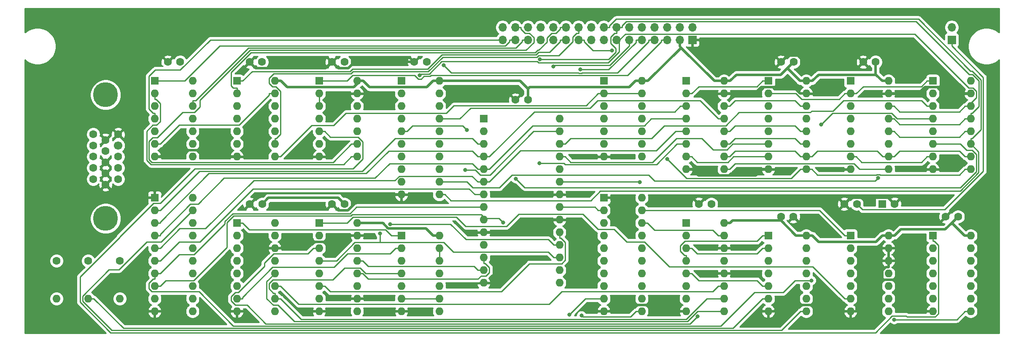
<source format=gbr>
G04 #@! TF.GenerationSoftware,KiCad,Pcbnew,(5.1.5)-3*
G04 #@! TF.CreationDate,2021-11-18T11:10:02+01:00*
G04 #@! TF.ProjectId,VideoRAM,56696465-6f52-4414-9d2e-6b696361645f,rev?*
G04 #@! TF.SameCoordinates,Original*
G04 #@! TF.FileFunction,Copper,L1,Top*
G04 #@! TF.FilePolarity,Positive*
%FSLAX46Y46*%
G04 Gerber Fmt 4.6, Leading zero omitted, Abs format (unit mm)*
G04 Created by KiCad (PCBNEW (5.1.5)-3) date 2021-11-18 11:10:02*
%MOMM*%
%LPD*%
G04 APERTURE LIST*
%ADD10C,1.600000*%
%ADD11O,1.600000X1.600000*%
%ADD12R,1.600000X1.600000*%
%ADD13R,1.700000X1.700000*%
%ADD14O,1.700000X1.700000*%
%ADD15C,5.000000*%
%ADD16C,1.700000*%
%ADD17C,0.800000*%
%ADD18C,0.250000*%
%ADD19C,0.500000*%
%ADD20C,0.254000*%
G04 APERTURE END LIST*
D10*
X67097500Y-60960000D03*
X69597500Y-60960000D03*
X83502500Y-60960000D03*
X86002500Y-60960000D03*
X100052000Y-60960000D03*
X102552000Y-60960000D03*
D11*
X211772000Y-95885000D03*
X204152000Y-111125000D03*
X211772000Y-98425000D03*
X204152000Y-108585000D03*
X211772000Y-100965000D03*
X204152000Y-106045000D03*
X211772000Y-103505000D03*
X204152000Y-103505000D03*
X211772000Y-106045000D03*
X204152000Y-100965000D03*
X211772000Y-108585000D03*
X204152000Y-98425000D03*
X211772000Y-111125000D03*
D12*
X204152000Y-95885000D03*
D11*
X162242000Y-64770000D03*
X154622000Y-80010000D03*
X162242000Y-67310000D03*
X154622000Y-77470000D03*
X162242000Y-69850000D03*
X154622000Y-74930000D03*
X162242000Y-72390000D03*
X154622000Y-72390000D03*
X162242000Y-74930000D03*
X154622000Y-69850000D03*
X162242000Y-77470000D03*
X154622000Y-67310000D03*
X162242000Y-80010000D03*
D12*
X154622000Y-64770000D03*
D11*
X228282000Y-95885000D03*
X220662000Y-111125000D03*
X228282000Y-98425000D03*
X220662000Y-108585000D03*
X228282000Y-100965000D03*
X220662000Y-106045000D03*
X228282000Y-103505000D03*
X220662000Y-103505000D03*
X228282000Y-106045000D03*
X220662000Y-100965000D03*
X228282000Y-108585000D03*
X220662000Y-98425000D03*
X228282000Y-111125000D03*
D12*
X220662000Y-95885000D03*
D11*
X72072500Y-64770000D03*
X64452500Y-80010000D03*
X72072500Y-67310000D03*
X64452500Y-77470000D03*
X72072500Y-69850000D03*
X64452500Y-74930000D03*
X72072500Y-72390000D03*
X64452500Y-72390000D03*
X72072500Y-74930000D03*
X64452500Y-69850000D03*
X72072500Y-77470000D03*
X64452500Y-67310000D03*
X72072500Y-80010000D03*
D12*
X64452500Y-64770000D03*
D11*
X105092500Y-64770000D03*
X97472500Y-80010000D03*
X105092500Y-67310000D03*
X97472500Y-77470000D03*
X105092500Y-69850000D03*
X97472500Y-74930000D03*
X105092500Y-72390000D03*
X97472500Y-72390000D03*
X105092500Y-74930000D03*
X97472500Y-69850000D03*
X105092500Y-77470000D03*
X97472500Y-67310000D03*
X105092500Y-80010000D03*
D12*
X97472500Y-64770000D03*
D11*
X88582500Y-64770000D03*
X80962500Y-80010000D03*
X88582500Y-67310000D03*
X80962500Y-77470000D03*
X88582500Y-69850000D03*
X80962500Y-74930000D03*
X88582500Y-72390000D03*
X80962500Y-72390000D03*
X88582500Y-74930000D03*
X80962500Y-69850000D03*
X88582500Y-77470000D03*
X80962500Y-67310000D03*
X88582500Y-80010000D03*
D12*
X80962500Y-64770000D03*
D10*
X202922000Y-89535000D03*
X205422000Y-89535000D03*
X213002000Y-89535000D03*
D12*
X210502000Y-89535000D03*
D11*
X195262000Y-64770000D03*
X187642000Y-82550000D03*
X195262000Y-67310000D03*
X187642000Y-80010000D03*
X195262000Y-69850000D03*
X187642000Y-77470000D03*
X195262000Y-72390000D03*
X187642000Y-74930000D03*
X195262000Y-74930000D03*
X187642000Y-72390000D03*
X195262000Y-77470000D03*
X187642000Y-69850000D03*
X195262000Y-80010000D03*
X187642000Y-67310000D03*
X195262000Y-82550000D03*
D12*
X187642000Y-64770000D03*
D11*
X228282000Y-64770000D03*
X220662000Y-82550000D03*
X228282000Y-67310000D03*
X220662000Y-80010000D03*
X228282000Y-69850000D03*
X220662000Y-77470000D03*
X228282000Y-72390000D03*
X220662000Y-74930000D03*
X228282000Y-74930000D03*
X220662000Y-72390000D03*
X228282000Y-77470000D03*
X220662000Y-69850000D03*
X228282000Y-80010000D03*
X220662000Y-67310000D03*
X228282000Y-82550000D03*
D12*
X220662000Y-64770000D03*
D11*
X178752000Y-64770000D03*
X171132000Y-82550000D03*
X178752000Y-67310000D03*
X171132000Y-80010000D03*
X178752000Y-69850000D03*
X171132000Y-77470000D03*
X178752000Y-72390000D03*
X171132000Y-74930000D03*
X178752000Y-74930000D03*
X171132000Y-72390000D03*
X178752000Y-77470000D03*
X171132000Y-69850000D03*
X178752000Y-80010000D03*
X171132000Y-67310000D03*
X178752000Y-82550000D03*
D12*
X171132000Y-64770000D03*
D11*
X211772000Y-64770000D03*
X204152000Y-82550000D03*
X211772000Y-67310000D03*
X204152000Y-80010000D03*
X211772000Y-69850000D03*
X204152000Y-77470000D03*
X211772000Y-72390000D03*
X204152000Y-74930000D03*
X211772000Y-74930000D03*
X204152000Y-72390000D03*
X211772000Y-77470000D03*
X204152000Y-69850000D03*
X211772000Y-80010000D03*
X204152000Y-67310000D03*
X211772000Y-82550000D03*
D12*
X204152000Y-64770000D03*
D11*
X121602000Y-64770000D03*
X113982000Y-87630000D03*
X121602000Y-67310000D03*
X113982000Y-85090000D03*
X121602000Y-69850000D03*
X113982000Y-82550000D03*
X121602000Y-72390000D03*
X113982000Y-80010000D03*
X121602000Y-74930000D03*
X113982000Y-77470000D03*
X121602000Y-77470000D03*
X113982000Y-74930000D03*
X121602000Y-80010000D03*
X113982000Y-72390000D03*
X121602000Y-82550000D03*
X113982000Y-69850000D03*
X121602000Y-85090000D03*
X113982000Y-67310000D03*
X121602000Y-87630000D03*
D12*
X113982000Y-64770000D03*
D11*
X105092500Y-93345000D03*
X97472500Y-111125000D03*
X105092500Y-95885000D03*
X97472500Y-108585000D03*
X105092500Y-98425000D03*
X97472500Y-106045000D03*
X105092500Y-100965000D03*
X97472500Y-103505000D03*
X105092500Y-103505000D03*
X97472500Y-100965000D03*
X105092500Y-106045000D03*
X97472500Y-98425000D03*
X105092500Y-108585000D03*
X97472500Y-95885000D03*
X105092500Y-111125000D03*
D12*
X97472500Y-93345000D03*
D11*
X145732000Y-72390000D03*
X130492000Y-105410000D03*
X145732000Y-74930000D03*
X130492000Y-102870000D03*
X145732000Y-77470000D03*
X130492000Y-100330000D03*
X145732000Y-80010000D03*
X130492000Y-97790000D03*
X145732000Y-82550000D03*
X130492000Y-95250000D03*
X145732000Y-85090000D03*
X130492000Y-92710000D03*
X145732000Y-87630000D03*
X130492000Y-90170000D03*
X145732000Y-90170000D03*
X130492000Y-87630000D03*
X145732000Y-92710000D03*
X130492000Y-85090000D03*
X145732000Y-95250000D03*
X130492000Y-82550000D03*
X145732000Y-97790000D03*
X130492000Y-80010000D03*
X145732000Y-100330000D03*
X130492000Y-77470000D03*
X145732000Y-102870000D03*
X130492000Y-74930000D03*
X145732000Y-105410000D03*
D12*
X130492000Y-72390000D03*
D11*
X162242000Y-88265000D03*
X154622000Y-111125000D03*
X162242000Y-90805000D03*
X154622000Y-108585000D03*
X162242000Y-93345000D03*
X154622000Y-106045000D03*
X162242000Y-95885000D03*
X154622000Y-103505000D03*
X162242000Y-98425000D03*
X154622000Y-100965000D03*
X162242000Y-100965000D03*
X154622000Y-98425000D03*
X162242000Y-103505000D03*
X154622000Y-95885000D03*
X162242000Y-106045000D03*
X154622000Y-93345000D03*
X162242000Y-108585000D03*
X154622000Y-90805000D03*
X162242000Y-111125000D03*
D12*
X154622000Y-88265000D03*
D11*
X72072500Y-88265000D03*
X64452500Y-111125000D03*
X72072500Y-90805000D03*
X64452500Y-108585000D03*
X72072500Y-93345000D03*
X64452500Y-106045000D03*
X72072500Y-95885000D03*
X64452500Y-103505000D03*
X72072500Y-98425000D03*
X64452500Y-100965000D03*
X72072500Y-100965000D03*
X64452500Y-98425000D03*
X72072500Y-103505000D03*
X64452500Y-95885000D03*
X72072500Y-106045000D03*
X64452500Y-93345000D03*
X72072500Y-108585000D03*
X64452500Y-90805000D03*
X72072500Y-111125000D03*
D12*
X64452500Y-88265000D03*
D11*
X121602000Y-95885000D03*
X113982000Y-111125000D03*
X121602000Y-98425000D03*
X113982000Y-108585000D03*
X121602000Y-100965000D03*
X113982000Y-106045000D03*
X121602000Y-103505000D03*
X113982000Y-103505000D03*
X121602000Y-106045000D03*
X113982000Y-100965000D03*
X121602000Y-108585000D03*
X113982000Y-98425000D03*
X121602000Y-111125000D03*
D12*
X113982000Y-95885000D03*
D11*
X178752000Y-93345000D03*
X171132000Y-111125000D03*
X178752000Y-95885000D03*
X171132000Y-108585000D03*
X178752000Y-98425000D03*
X171132000Y-106045000D03*
X178752000Y-100965000D03*
X171132000Y-103505000D03*
X178752000Y-103505000D03*
X171132000Y-100965000D03*
X178752000Y-106045000D03*
X171132000Y-98425000D03*
X178752000Y-108585000D03*
X171132000Y-95885000D03*
X178752000Y-111125000D03*
D12*
X171132000Y-93345000D03*
D11*
X88582500Y-93345000D03*
X80962500Y-111125000D03*
X88582500Y-95885000D03*
X80962500Y-108585000D03*
X88582500Y-98425000D03*
X80962500Y-106045000D03*
X88582500Y-100965000D03*
X80962500Y-103505000D03*
X88582500Y-103505000D03*
X80962500Y-100965000D03*
X88582500Y-106045000D03*
X80962500Y-98425000D03*
X88582500Y-108585000D03*
X80962500Y-95885000D03*
X88582500Y-111125000D03*
D12*
X80962500Y-93345000D03*
D11*
X195262000Y-95885000D03*
X187642000Y-111125000D03*
X195262000Y-98425000D03*
X187642000Y-108585000D03*
X195262000Y-100965000D03*
X187642000Y-106045000D03*
X195262000Y-103505000D03*
X187642000Y-103505000D03*
X195262000Y-106045000D03*
X187642000Y-100965000D03*
X195262000Y-108585000D03*
X187642000Y-98425000D03*
X195262000Y-111125000D03*
D12*
X187642000Y-95885000D03*
D13*
X224472000Y-56515000D03*
D14*
X224472000Y-53975000D03*
D10*
X116562000Y-60960000D03*
X119062000Y-60960000D03*
X100052000Y-89535000D03*
X102552000Y-89535000D03*
X173712000Y-89535000D03*
X176212000Y-89535000D03*
X83542500Y-89535000D03*
X86042500Y-89535000D03*
X190222000Y-60960000D03*
X192722000Y-60960000D03*
X136882000Y-68580000D03*
X139382000Y-68580000D03*
X223242000Y-92075000D03*
X225742000Y-92075000D03*
X192682000Y-92075000D03*
X190182000Y-92075000D03*
X206692000Y-60960000D03*
X209192000Y-60960000D03*
D11*
X51117500Y-108585000D03*
D10*
X51117500Y-100965000D03*
D11*
X44767500Y-108585000D03*
D10*
X44767500Y-100965000D03*
D11*
X57467500Y-108585000D03*
D10*
X57467500Y-100965000D03*
D15*
X54622500Y-67560000D03*
X54622500Y-92460000D03*
D10*
X54622500Y-81135000D03*
X54622500Y-76635000D03*
X54622500Y-78885000D03*
X54622500Y-83385000D03*
X54622500Y-85635000D03*
X52122500Y-80010000D03*
X52122500Y-75510000D03*
X52122500Y-77760000D03*
X52122500Y-82260000D03*
X52122500Y-84510000D03*
X57122500Y-75510000D03*
D16*
X57122500Y-77760000D03*
D10*
X57122500Y-84510000D03*
X57122500Y-82260000D03*
X57122500Y-80010000D03*
D14*
X134302000Y-53975000D03*
X134302000Y-56515000D03*
X136842000Y-53975000D03*
X136842000Y-56515000D03*
X139382000Y-53975000D03*
X139382000Y-56515000D03*
X141922000Y-53975000D03*
X141922000Y-56515000D03*
X144462000Y-53975000D03*
X144462000Y-56515000D03*
X147002000Y-53975000D03*
X147002000Y-56515000D03*
X149542000Y-53975000D03*
X149542000Y-56515000D03*
X152082000Y-53975000D03*
X152082000Y-56515000D03*
X154622000Y-53975000D03*
X154622000Y-56515000D03*
X157162000Y-53975000D03*
X157162000Y-56515000D03*
X159702000Y-53975000D03*
X159702000Y-56515000D03*
X162242000Y-53975000D03*
X162242000Y-56515000D03*
X164782000Y-53975000D03*
X164782000Y-56515000D03*
X167322000Y-53975000D03*
X167322000Y-56515000D03*
X169862000Y-53975000D03*
X169862000Y-56515000D03*
X172402000Y-53975000D03*
D13*
X172402000Y-56515000D03*
D17*
X156296100Y-58642100D03*
X209730100Y-84317000D03*
X141824300Y-60405300D03*
X117695300Y-63639600D03*
X144515300Y-61848300D03*
X149914100Y-62473900D03*
X122485500Y-61620800D03*
X212913400Y-112794300D03*
X126830300Y-82673800D03*
X134436900Y-93283900D03*
X196305000Y-104919600D03*
X141724200Y-81363600D03*
X136955900Y-84439500D03*
X147748100Y-111783300D03*
X198256000Y-73553000D03*
X161832900Y-85149500D03*
X167353800Y-80518200D03*
X111699500Y-93580900D03*
X109677100Y-95436900D03*
X173453300Y-112156100D03*
X127142300Y-74674700D03*
X150143200Y-111977200D03*
D18*
X134302000Y-56515000D02*
X75634100Y-56515000D01*
X75634100Y-56515000D02*
X69613400Y-62535700D01*
X69613400Y-62535700D02*
X64567500Y-62535700D01*
X64567500Y-62535700D02*
X63327100Y-63776100D01*
X63327100Y-63776100D02*
X63327100Y-70420600D01*
X63327100Y-70420600D02*
X64171200Y-71264700D01*
X64171200Y-71264700D02*
X64452500Y-71264700D01*
X64452500Y-72390000D02*
X64452500Y-71264700D01*
X105092500Y-77470000D02*
X103967200Y-77470000D01*
X136842000Y-53975000D02*
X138017300Y-53975000D01*
X138017300Y-53975000D02*
X138017300Y-54342400D01*
X138017300Y-54342400D02*
X138825200Y-55150300D01*
X138825200Y-55150300D02*
X139718300Y-55150300D01*
X139718300Y-55150300D02*
X140575200Y-56007200D01*
X140575200Y-56007200D02*
X140575200Y-56997200D01*
X140575200Y-56997200D02*
X138976700Y-58595700D01*
X138976700Y-58595700D02*
X83600500Y-58595700D01*
X83600500Y-58595700D02*
X73570800Y-68625400D01*
X73570800Y-68625400D02*
X73570800Y-70008400D01*
X73570800Y-70008400D02*
X72459200Y-71120000D01*
X72459200Y-71120000D02*
X70062700Y-71120000D01*
X70062700Y-71120000D02*
X64982700Y-76200000D01*
X64982700Y-76200000D02*
X64091900Y-76200000D01*
X64091900Y-76200000D02*
X63326500Y-76965400D01*
X63326500Y-76965400D02*
X63326500Y-80543200D01*
X63326500Y-80543200D02*
X63918700Y-81135400D01*
X63918700Y-81135400D02*
X100301800Y-81135400D01*
X100301800Y-81135400D02*
X103967200Y-77470000D01*
X136842000Y-56515000D02*
X135666700Y-56515000D01*
X135666700Y-56515000D02*
X135666700Y-56882400D01*
X135666700Y-56882400D02*
X134858800Y-57690300D01*
X134858800Y-57690300D02*
X77560600Y-57690300D01*
X77560600Y-57690300D02*
X70480900Y-64770000D01*
X70480900Y-64770000D02*
X64452500Y-64770000D01*
X138206700Y-56515000D02*
X138206700Y-56882300D01*
X138206700Y-56882300D02*
X136943700Y-58145300D01*
X136943700Y-58145300D02*
X83326100Y-58145300D01*
X83326100Y-58145300D02*
X72746700Y-68724700D01*
X72746700Y-68724700D02*
X72072500Y-68724700D01*
X72072500Y-69850000D02*
X72072500Y-68724700D01*
X139382000Y-56515000D02*
X138206700Y-56515000D01*
X145826700Y-53975000D02*
X145826700Y-54342400D01*
X145826700Y-54342400D02*
X145018800Y-55150300D01*
X145018800Y-55150300D02*
X144125700Y-55150300D01*
X144125700Y-55150300D02*
X143192000Y-56084000D01*
X143192000Y-56084000D02*
X143192000Y-56908100D01*
X143192000Y-56908100D02*
X141564000Y-58536100D01*
X141564000Y-58536100D02*
X141357700Y-58536100D01*
X141357700Y-58536100D02*
X140826800Y-59067000D01*
X140826800Y-59067000D02*
X83775600Y-59067000D01*
X83775600Y-59067000D02*
X79837200Y-63005400D01*
X79837200Y-63005400D02*
X79837200Y-65762800D01*
X79837200Y-65762800D02*
X80259100Y-66184700D01*
X80259100Y-66184700D02*
X80962500Y-66184700D01*
X80962500Y-67310000D02*
X80962500Y-66184700D01*
X147002000Y-53975000D02*
X145826700Y-53975000D01*
X80962500Y-64770000D02*
X82087800Y-64770000D01*
X147002000Y-56515000D02*
X145826700Y-56515000D01*
X145826700Y-56515000D02*
X145826700Y-56882300D01*
X145826700Y-56882300D02*
X143722600Y-58986400D01*
X143722600Y-58986400D02*
X141580400Y-58986400D01*
X141580400Y-58986400D02*
X141049400Y-59517400D01*
X141049400Y-59517400D02*
X122149500Y-59517400D01*
X122149500Y-59517400D02*
X119313600Y-62353300D01*
X119313600Y-62353300D02*
X104209800Y-62353300D01*
X104209800Y-62353300D02*
X103716300Y-62846800D01*
X103716300Y-62846800D02*
X84011000Y-62846800D01*
X84011000Y-62846800D02*
X82087800Y-64770000D01*
X88582500Y-76344700D02*
X88863900Y-76344700D01*
X88863900Y-76344700D02*
X89707800Y-75500800D01*
X89707800Y-75500800D02*
X89707800Y-66819700D01*
X89707800Y-66819700D02*
X88783500Y-65895400D01*
X88783500Y-65895400D02*
X88111400Y-65895400D01*
X88111400Y-65895400D02*
X87451700Y-65235700D01*
X87451700Y-65235700D02*
X87451700Y-64254600D01*
X87451700Y-64254600D02*
X88376300Y-63330000D01*
X88376300Y-63330000D02*
X103870000Y-63330000D01*
X103870000Y-63330000D02*
X104285800Y-62914200D01*
X104285800Y-62914200D02*
X119389600Y-62914200D01*
X119389600Y-62914200D02*
X122309000Y-59994800D01*
X122309000Y-59994800D02*
X141208900Y-59994800D01*
X141208900Y-59994800D02*
X141541800Y-59661900D01*
X141541800Y-59661900D02*
X145581800Y-59661900D01*
X145581800Y-59661900D02*
X148366700Y-56877000D01*
X148366700Y-56877000D02*
X148366700Y-55958200D01*
X148366700Y-55958200D02*
X149174600Y-55150300D01*
X149174600Y-55150300D02*
X149542000Y-55150300D01*
X88582500Y-77470000D02*
X88582500Y-76344700D01*
X149542000Y-53975000D02*
X149542000Y-55150300D01*
X149542000Y-56515000D02*
X150717300Y-56515000D01*
X150717300Y-56515000D02*
X150717300Y-56882300D01*
X150717300Y-56882300D02*
X152477100Y-58642100D01*
X152477100Y-58642100D02*
X156296100Y-58642100D01*
X228282000Y-77470000D02*
X228282000Y-76344700D01*
X154622000Y-53975000D02*
X155797300Y-53975000D01*
X155797300Y-53975000D02*
X155797300Y-53607700D01*
X155797300Y-53607700D02*
X157078700Y-52326300D01*
X157078700Y-52326300D02*
X217809100Y-52326300D01*
X217809100Y-52326300D02*
X228271400Y-62788600D01*
X228271400Y-62788600D02*
X228590000Y-62788600D01*
X228590000Y-62788600D02*
X230357400Y-64556000D01*
X230357400Y-64556000D02*
X230357400Y-74550600D01*
X230357400Y-74550600D02*
X228563300Y-76344700D01*
X228563300Y-76344700D02*
X228282000Y-76344700D01*
X228282000Y-77470000D02*
X229867600Y-79055600D01*
X229867600Y-79055600D02*
X229867600Y-83231700D01*
X229867600Y-83231700D02*
X226165400Y-86933900D01*
X226165400Y-86933900D02*
X153892800Y-86933900D01*
X153892800Y-86933900D02*
X151997500Y-88829200D01*
X151997500Y-88829200D02*
X123926500Y-88829200D01*
X123926500Y-88829200D02*
X122727300Y-87630000D01*
X121602000Y-87630000D02*
X122727300Y-87630000D01*
X209730100Y-84317000D02*
X209142200Y-84904900D01*
X209142200Y-84904900D02*
X164835400Y-84904900D01*
X164835400Y-84904900D02*
X163644700Y-83714200D01*
X163644700Y-83714200D02*
X136239700Y-83714200D01*
X136239700Y-83714200D02*
X133701400Y-86252500D01*
X133701400Y-86252500D02*
X128307500Y-86252500D01*
X128307500Y-86252500D02*
X127145000Y-85090000D01*
X127145000Y-85090000D02*
X121602000Y-85090000D01*
X228282000Y-74930000D02*
X227156700Y-74930000D01*
X211772000Y-74930000D02*
X212897300Y-74930000D01*
X212897300Y-74930000D02*
X214022600Y-76055300D01*
X214022600Y-76055300D02*
X226031400Y-76055300D01*
X226031400Y-76055300D02*
X227156700Y-74930000D01*
X141824300Y-60405300D02*
X155558700Y-60405300D01*
X155558700Y-60405300D02*
X157021400Y-58942600D01*
X157021400Y-58942600D02*
X157021400Y-58253900D01*
X157021400Y-58253900D02*
X155986700Y-57219200D01*
X155986700Y-57219200D02*
X155986700Y-55958200D01*
X155986700Y-55958200D02*
X156794600Y-55150300D01*
X156794600Y-55150300D02*
X157162000Y-55150300D01*
X158337300Y-53975000D02*
X158337300Y-53607700D01*
X158337300Y-53607700D02*
X159168300Y-52776700D01*
X159168300Y-52776700D02*
X217304300Y-52776700D01*
X217304300Y-52776700D02*
X227991600Y-63464000D01*
X227991600Y-63464000D02*
X228628500Y-63464000D01*
X228628500Y-63464000D02*
X229906900Y-64742400D01*
X229906900Y-64742400D02*
X229906900Y-69921000D01*
X229906900Y-69921000D02*
X228563200Y-71264700D01*
X228563200Y-71264700D02*
X228282000Y-71264700D01*
X157162000Y-53975000D02*
X157162000Y-55150300D01*
X228282000Y-72390000D02*
X228282000Y-71264700D01*
X157162000Y-53975000D02*
X158337300Y-53975000D01*
X228282000Y-72390000D02*
X227156700Y-72390000D01*
X211772000Y-72390000D02*
X212897300Y-72390000D01*
X212897300Y-72390000D02*
X214022600Y-73515300D01*
X214022600Y-73515300D02*
X226031400Y-73515300D01*
X226031400Y-73515300D02*
X227156700Y-72390000D01*
X117695300Y-63639600D02*
X117970400Y-63364500D01*
X117970400Y-63364500D02*
X119576200Y-63364500D01*
X119576200Y-63364500D02*
X122076600Y-60864100D01*
X122076600Y-60864100D02*
X141257300Y-60864100D01*
X141257300Y-60864100D02*
X141523900Y-61130700D01*
X141523900Y-61130700D02*
X142124800Y-61130700D01*
X142124800Y-61130700D02*
X142143000Y-61112500D01*
X142143000Y-61112500D02*
X155488400Y-61112500D01*
X155488400Y-61112500D02*
X157749700Y-58851200D01*
X157749700Y-58851200D02*
X157749700Y-56515000D01*
X157749700Y-56515000D02*
X158940300Y-55324400D01*
X158940300Y-55324400D02*
X217075000Y-55324400D01*
X217075000Y-55324400D02*
X227935200Y-66184600D01*
X227935200Y-66184600D02*
X228787300Y-66184600D01*
X228787300Y-66184600D02*
X229455900Y-66853200D01*
X229455900Y-66853200D02*
X229455900Y-68113500D01*
X229455900Y-68113500D02*
X227719400Y-69850000D01*
X227719400Y-69850000D02*
X227156700Y-69850000D01*
X228282000Y-69850000D02*
X227719400Y-69850000D01*
X157162000Y-56515000D02*
X157749700Y-56515000D01*
X211772000Y-69850000D02*
X212897300Y-69850000D01*
X212897300Y-69850000D02*
X214022600Y-70975300D01*
X214022600Y-70975300D02*
X226031400Y-70975300D01*
X226031400Y-70975300D02*
X227156700Y-69850000D01*
X195262000Y-77470000D02*
X194136700Y-77470000D01*
X178752000Y-77470000D02*
X179877300Y-77470000D01*
X179877300Y-77470000D02*
X181002600Y-76344700D01*
X181002600Y-76344700D02*
X193011400Y-76344700D01*
X193011400Y-76344700D02*
X194136700Y-77470000D01*
X195262000Y-74930000D02*
X194136700Y-74930000D01*
X178752000Y-74930000D02*
X179877300Y-74930000D01*
X179877300Y-74930000D02*
X181002600Y-73804700D01*
X181002600Y-73804700D02*
X193011400Y-73804700D01*
X193011400Y-73804700D02*
X194136700Y-74930000D01*
X159702000Y-56515000D02*
X159702000Y-57690300D01*
X159702000Y-57690300D02*
X155829400Y-61562900D01*
X155829400Y-61562900D02*
X144800700Y-61562900D01*
X144800700Y-61562900D02*
X144515300Y-61848300D01*
X178752000Y-72390000D02*
X177626700Y-72390000D01*
X177626700Y-72390000D02*
X173953500Y-68716800D01*
X173953500Y-68716800D02*
X153359800Y-68716800D01*
X153359800Y-68716800D02*
X151880600Y-70196000D01*
X151880600Y-70196000D02*
X127869600Y-70196000D01*
X127869600Y-70196000D02*
X125675600Y-72390000D01*
X125675600Y-72390000D02*
X121602000Y-72390000D01*
X149914100Y-62473900D02*
X155587500Y-62473900D01*
X155587500Y-62473900D02*
X161066700Y-56994700D01*
X161066700Y-56994700D02*
X161066700Y-56515000D01*
X162242000Y-56515000D02*
X161066700Y-56515000D01*
X179314700Y-69850000D02*
X178752000Y-69850000D01*
X179877300Y-69850000D02*
X181002600Y-68724700D01*
X181002600Y-68724700D02*
X193011400Y-68724700D01*
X193011400Y-68724700D02*
X194136700Y-69850000D01*
X179314700Y-69850000D02*
X179877300Y-69850000D01*
X195262000Y-69850000D02*
X194136700Y-69850000D01*
X163606700Y-56515000D02*
X163606700Y-56882300D01*
X163606700Y-56882300D02*
X157333800Y-63155200D01*
X157333800Y-63155200D02*
X150258600Y-63155200D01*
X150258600Y-63155200D02*
X150214600Y-63199200D01*
X150214600Y-63199200D02*
X149613700Y-63199200D01*
X149613700Y-63199200D02*
X149569700Y-63155200D01*
X149569700Y-63155200D02*
X124019900Y-63155200D01*
X124019900Y-63155200D02*
X122485500Y-61620800D01*
X164782000Y-56515000D02*
X163606700Y-56515000D01*
X98597800Y-74930000D02*
X99723100Y-76055300D01*
X99723100Y-76055300D02*
X105297700Y-76055300D01*
X105297700Y-76055300D02*
X106222200Y-76979800D01*
X106222200Y-76979800D02*
X106222200Y-80471900D01*
X106222200Y-80471900D02*
X104273600Y-82420500D01*
X104273600Y-82420500D02*
X72547800Y-82420500D01*
X72547800Y-82420500D02*
X65577900Y-89390400D01*
X65577900Y-89390400D02*
X64203700Y-89390400D01*
X64203700Y-89390400D02*
X57480400Y-96113700D01*
X57480400Y-96113700D02*
X57480400Y-96218000D01*
X57480400Y-96218000D02*
X49499800Y-104198600D01*
X49499800Y-104198600D02*
X49499800Y-109297200D01*
X49499800Y-109297200D02*
X55636800Y-115434200D01*
X55636800Y-115434200D02*
X209151100Y-115434200D01*
X209151100Y-115434200D02*
X212526700Y-112058600D01*
X212526700Y-112058600D02*
X215312900Y-112058600D01*
X215312900Y-112058600D02*
X215505100Y-112250800D01*
X215505100Y-112250800D02*
X221141800Y-112250800D01*
X221141800Y-112250800D02*
X221793100Y-111599500D01*
X221793100Y-111599500D02*
X221793100Y-97860100D01*
X221793100Y-97860100D02*
X220943300Y-97010300D01*
X220943300Y-97010300D02*
X220662000Y-97010300D01*
X97472500Y-74930000D02*
X98597800Y-74930000D01*
X220662000Y-95885000D02*
X220662000Y-97010300D01*
D19*
X86042500Y-89535000D02*
X87297300Y-88280200D01*
X87297300Y-88280200D02*
X101297200Y-88280200D01*
X101297200Y-88280200D02*
X102552000Y-89535000D01*
X106342800Y-93345000D02*
X110261100Y-93345000D01*
X110261100Y-93345000D02*
X111347300Y-94431200D01*
X111347300Y-94431200D02*
X118897900Y-94431200D01*
X118897900Y-94431200D02*
X120351700Y-95885000D01*
X170154600Y-58107700D02*
X176816800Y-64770000D01*
X176816800Y-64770000D02*
X177501700Y-64770000D01*
X169862000Y-57640200D02*
X169862000Y-57815200D01*
X169862000Y-57815200D02*
X170154600Y-58107700D01*
X170154600Y-58107700D02*
X163492300Y-64770000D01*
X162242000Y-64770000D02*
X163492300Y-64770000D01*
X162242000Y-64770000D02*
X160991700Y-64770000D01*
X139382000Y-66377500D02*
X137774500Y-64770000D01*
X137774500Y-64770000D02*
X122852300Y-64770000D01*
X139382000Y-68580000D02*
X139382000Y-66377500D01*
X160991700Y-64770000D02*
X159741400Y-66020300D01*
X159741400Y-66020300D02*
X139739200Y-66020300D01*
X139739200Y-66020300D02*
X139382000Y-66377500D01*
X224481900Y-93335100D02*
X225742000Y-92075000D01*
X213022300Y-95885000D02*
X214272600Y-94634700D01*
X214272600Y-94634700D02*
X223182300Y-94634700D01*
X223182300Y-94634700D02*
X224481900Y-93335100D01*
X224481900Y-93335100D02*
X227031700Y-95885000D01*
X228282000Y-95885000D02*
X227031700Y-95885000D01*
X209192000Y-63519600D02*
X197762700Y-63519600D01*
X197762700Y-63519600D02*
X196512300Y-64770000D01*
X210521700Y-64770000D02*
X209271300Y-63519600D01*
X209271300Y-63519600D02*
X209192000Y-63519600D01*
X209192000Y-63519600D02*
X209192000Y-60960000D01*
X195262000Y-64770000D02*
X196512300Y-64770000D01*
X191461900Y-62220100D02*
X192722000Y-60960000D01*
X180002300Y-64770000D02*
X181252600Y-63519700D01*
X181252600Y-63519700D02*
X190162300Y-63519700D01*
X190162300Y-63519700D02*
X191461900Y-62220100D01*
X191461900Y-62220100D02*
X194011700Y-64770000D01*
X195262000Y-64770000D02*
X194011700Y-64770000D01*
X178752000Y-64770000D02*
X180002300Y-64770000D01*
X178126900Y-64770000D02*
X178752000Y-64770000D01*
X178126900Y-64770000D02*
X177501700Y-64770000D01*
X211772000Y-95885000D02*
X213022300Y-95885000D01*
X211146900Y-95885000D02*
X211772000Y-95885000D01*
X211146900Y-95885000D02*
X210521700Y-95885000D01*
X195262000Y-95885000D02*
X196512300Y-95885000D01*
X210521700Y-95885000D02*
X209271300Y-97135400D01*
X209271300Y-97135400D02*
X197762700Y-97135400D01*
X197762700Y-97135400D02*
X196512300Y-95885000D01*
X121602000Y-64770000D02*
X122852300Y-64770000D01*
X211772000Y-64770000D02*
X210521700Y-64770000D01*
X169862000Y-56515000D02*
X169862000Y-57640200D01*
X88582500Y-64770000D02*
X89832800Y-64770000D01*
X105717700Y-64770000D02*
X104467300Y-66020400D01*
X104467300Y-66020400D02*
X91083200Y-66020400D01*
X91083200Y-66020400D02*
X89832800Y-64770000D01*
X105717700Y-64770000D02*
X106342800Y-64770000D01*
X105092500Y-64770000D02*
X105717700Y-64770000D01*
X121602000Y-64770000D02*
X120351700Y-64770000D01*
X120351700Y-64770000D02*
X119101300Y-66020400D01*
X119101300Y-66020400D02*
X107593200Y-66020400D01*
X107593200Y-66020400D02*
X106342800Y-64770000D01*
X105092500Y-93345000D02*
X106342800Y-93345000D01*
X190182000Y-92874900D02*
X180472400Y-92874900D01*
X180472400Y-92874900D02*
X180002300Y-93345000D01*
X195262000Y-95885000D02*
X193192100Y-95885000D01*
X193192100Y-95885000D02*
X190182000Y-92874900D01*
X190182000Y-92874900D02*
X190182000Y-92075000D01*
X178752000Y-93345000D02*
X180002300Y-93345000D01*
X121602000Y-95885000D02*
X120351700Y-95885000D01*
X195262000Y-67310000D02*
X194011700Y-67310000D01*
X178752000Y-67310000D02*
X184981700Y-67310000D01*
X184981700Y-67310000D02*
X186271300Y-66020400D01*
X186271300Y-66020400D02*
X192722100Y-66020400D01*
X192722100Y-66020400D02*
X194011700Y-67310000D01*
X100052000Y-60960000D02*
X101304300Y-62212300D01*
X101304300Y-62212300D02*
X103368000Y-62212300D01*
X103368000Y-62212300D02*
X104620300Y-60960000D01*
X104620300Y-60960000D02*
X116562000Y-60960000D01*
X83502500Y-60960000D02*
X84752900Y-62210400D01*
X84752900Y-62210400D02*
X98801600Y-62210400D01*
X98801600Y-62210400D02*
X100052000Y-60960000D01*
X228282000Y-67310000D02*
X227031700Y-67310000D01*
X211772000Y-67310000D02*
X217810400Y-67310000D01*
X217810400Y-67310000D02*
X219100000Y-66020400D01*
X219100000Y-66020400D02*
X225742100Y-66020400D01*
X225742100Y-66020400D02*
X227031700Y-67310000D01*
X210521700Y-104755300D02*
X213042000Y-104755300D01*
X213042000Y-104755300D02*
X219411700Y-111125000D01*
X204152000Y-111125000D02*
X205402300Y-111125000D01*
X220662000Y-111125000D02*
X219411700Y-111125000D01*
X211772000Y-102215300D02*
X211224900Y-102215300D01*
X211224900Y-102215300D02*
X210521700Y-102918500D01*
X210521700Y-102918500D02*
X210521700Y-104755300D01*
X210521700Y-104755300D02*
X205402300Y-109874700D01*
X205402300Y-109874700D02*
X205402300Y-111125000D01*
X211772000Y-100965000D02*
X211772000Y-102215300D01*
X190222000Y-60960000D02*
X191512300Y-59669700D01*
X191512300Y-59669700D02*
X205401700Y-59669700D01*
X205401700Y-59669700D02*
X206692000Y-60960000D01*
X171132000Y-82550000D02*
X172382300Y-82550000D01*
X187642000Y-82550000D02*
X186391700Y-82550000D01*
X186391700Y-82550000D02*
X185141300Y-83800400D01*
X185141300Y-83800400D02*
X173632700Y-83800400D01*
X173632700Y-83800400D02*
X172382300Y-82550000D01*
X145732000Y-92710000D02*
X144481700Y-92710000D01*
X131742300Y-95250000D02*
X141941700Y-95250000D01*
X141941700Y-95250000D02*
X144481700Y-92710000D01*
X202922000Y-89535000D02*
X204182800Y-88274200D01*
X204182800Y-88274200D02*
X211741200Y-88274200D01*
X211741200Y-88274200D02*
X213002000Y-89535000D01*
X112731700Y-87630000D02*
X106489000Y-87630000D01*
X106489000Y-87630000D02*
X103275400Y-90843600D01*
X103275400Y-90843600D02*
X101360600Y-90843600D01*
X101360600Y-90843600D02*
X100052000Y-89535000D01*
X113982000Y-87630000D02*
X112731700Y-87630000D01*
X105092500Y-95885000D02*
X103842200Y-95885000D01*
X88582500Y-98425000D02*
X89832800Y-98425000D01*
X89832800Y-98425000D02*
X91083100Y-97174700D01*
X91083100Y-97174700D02*
X102552500Y-97174700D01*
X102552500Y-97174700D02*
X103842200Y-95885000D01*
X187642000Y-111125000D02*
X188892300Y-111125000D01*
X204152000Y-111125000D02*
X202901700Y-111125000D01*
X202901700Y-111125000D02*
X201631700Y-109855000D01*
X201631700Y-109855000D02*
X190162300Y-109855000D01*
X190162300Y-109855000D02*
X188892300Y-111125000D01*
X80962500Y-80010000D02*
X79712200Y-80010000D01*
X64452500Y-80010000D02*
X65702800Y-80010000D01*
X65702800Y-80010000D02*
X66972800Y-78740000D01*
X66972800Y-78740000D02*
X78442200Y-78740000D01*
X78442200Y-78740000D02*
X79712200Y-80010000D01*
X171132000Y-111125000D02*
X169881700Y-111125000D01*
X154622000Y-111125000D02*
X155872300Y-111125000D01*
X155872300Y-111125000D02*
X157142300Y-109855000D01*
X157142300Y-109855000D02*
X168611700Y-109855000D01*
X168611700Y-109855000D02*
X169881700Y-111125000D01*
X130492000Y-95250000D02*
X131742300Y-95250000D01*
D18*
X52242800Y-108585000D02*
X58191400Y-114533600D01*
X58191400Y-114533600D02*
X180568100Y-114533600D01*
X180568100Y-114533600D02*
X186516700Y-108585000D01*
X187642000Y-108585000D02*
X186516700Y-108585000D01*
X51117500Y-108585000D02*
X52242800Y-108585000D01*
X211772000Y-80010000D02*
X212897300Y-80010000D01*
X212897300Y-80010000D02*
X214022600Y-78884700D01*
X214022600Y-78884700D02*
X226031400Y-78884700D01*
X226031400Y-78884700D02*
X227156700Y-80010000D01*
X211209400Y-80010000D02*
X211772000Y-80010000D01*
X228282000Y-80010000D02*
X227156700Y-80010000D01*
X194136700Y-80010000D02*
X193011400Y-78884700D01*
X193011400Y-78884700D02*
X181002600Y-78884700D01*
X181002600Y-78884700D02*
X179877300Y-80010000D01*
X211209400Y-80010000D02*
X210646700Y-80010000D01*
X196387300Y-80010000D02*
X197512600Y-78884700D01*
X197512600Y-78884700D02*
X209521400Y-78884700D01*
X209521400Y-78884700D02*
X210646700Y-80010000D01*
X195262000Y-80010000D02*
X194136700Y-80010000D01*
X178752000Y-80010000D02*
X179877300Y-80010000D01*
X195262000Y-80010000D02*
X196387300Y-80010000D01*
X64452500Y-68435300D02*
X64733900Y-68435300D01*
X64733900Y-68435300D02*
X65577800Y-69279200D01*
X65577800Y-69279200D02*
X65577800Y-72922300D01*
X65577800Y-72922300D02*
X64840100Y-73660000D01*
X64840100Y-73660000D02*
X64102400Y-73660000D01*
X64102400Y-73660000D02*
X62853300Y-74909100D01*
X62853300Y-74909100D02*
X62853300Y-80706900D01*
X62853300Y-80706900D02*
X63732200Y-81585800D01*
X63732200Y-81585800D02*
X102391400Y-81585800D01*
X102391400Y-81585800D02*
X103967200Y-80010000D01*
X64452500Y-67310000D02*
X64452500Y-68435300D01*
X105092500Y-80010000D02*
X103967200Y-80010000D01*
X154622000Y-90805000D02*
X153496700Y-90805000D01*
X145732000Y-90170000D02*
X152861700Y-90170000D01*
X152861700Y-90170000D02*
X153496700Y-90805000D01*
X97472500Y-106045000D02*
X98597800Y-106045000D01*
X145732000Y-95250000D02*
X145732000Y-96375300D01*
X145732000Y-96375300D02*
X146013300Y-96375300D01*
X146013300Y-96375300D02*
X146859300Y-97221300D01*
X146859300Y-97221300D02*
X146859300Y-100832800D01*
X146859300Y-100832800D02*
X146166000Y-101526100D01*
X146166000Y-101526100D02*
X139695000Y-101526100D01*
X139695000Y-101526100D02*
X134050800Y-107170300D01*
X134050800Y-107170300D02*
X99723100Y-107170300D01*
X99723100Y-107170300D02*
X98597800Y-106045000D01*
X224472000Y-56515000D02*
X224472000Y-57690300D01*
X224472000Y-57690300D02*
X230807800Y-64026100D01*
X230807800Y-64026100D02*
X230807800Y-82928400D01*
X230807800Y-82928400D02*
X223075800Y-90660400D01*
X223075800Y-90660400D02*
X206547400Y-90660400D01*
X206547400Y-90660400D02*
X205422000Y-89535000D01*
X72072500Y-90805000D02*
X65722500Y-97155000D01*
X65722500Y-97155000D02*
X62898700Y-97155000D01*
X62898700Y-97155000D02*
X57296400Y-102757300D01*
X57296400Y-102757300D02*
X55275800Y-102757300D01*
X55275800Y-102757300D02*
X49980100Y-108053000D01*
X49980100Y-108053000D02*
X49980100Y-109081900D01*
X49980100Y-109081900D02*
X55882100Y-114983900D01*
X55882100Y-114983900D02*
X190277800Y-114983900D01*
X190277800Y-114983900D02*
X194136700Y-111125000D01*
X195262000Y-111125000D02*
X194136700Y-111125000D01*
X162242000Y-90805000D02*
X197946700Y-90805000D01*
X197946700Y-90805000D02*
X203026700Y-95885000D01*
X204152000Y-95885000D02*
X203026700Y-95885000D01*
X64452500Y-77470000D02*
X65577800Y-77470000D01*
X88582500Y-67310000D02*
X87457200Y-67310000D01*
X87457200Y-67310000D02*
X87457200Y-67591300D01*
X87457200Y-67591300D02*
X81388500Y-73660000D01*
X81388500Y-73660000D02*
X69387800Y-73660000D01*
X69387800Y-73660000D02*
X65577800Y-77470000D01*
X204152000Y-67310000D02*
X203026700Y-67310000D01*
X203026700Y-67310000D02*
X201893500Y-68443200D01*
X201893500Y-68443200D02*
X194331200Y-68443200D01*
X194331200Y-68443200D02*
X193198000Y-67310000D01*
X193198000Y-67310000D02*
X187642000Y-67310000D01*
X204714700Y-67310000D02*
X204152000Y-67310000D01*
X204714700Y-67310000D02*
X205277300Y-67310000D01*
X187642000Y-64770000D02*
X186516700Y-64770000D01*
X171132000Y-67310000D02*
X172257300Y-67310000D01*
X172257300Y-67310000D02*
X173672000Y-65895300D01*
X173672000Y-65895300D02*
X185391400Y-65895300D01*
X185391400Y-65895300D02*
X186516700Y-64770000D01*
X220662000Y-64770000D02*
X219536700Y-64770000D01*
X205277300Y-67310000D02*
X206692000Y-65895300D01*
X206692000Y-65895300D02*
X218411400Y-65895300D01*
X218411400Y-65895300D02*
X219536700Y-64770000D01*
X88582500Y-103505000D02*
X86969300Y-105118200D01*
X86969300Y-105118200D02*
X86969300Y-108578300D01*
X86969300Y-108578300D02*
X88246000Y-109855000D01*
X88246000Y-109855000D02*
X89210900Y-109855000D01*
X89210900Y-109855000D02*
X92538600Y-113182700D01*
X92538600Y-113182700D02*
X171395800Y-113182700D01*
X171395800Y-113182700D02*
X173453500Y-111125000D01*
X173453500Y-111125000D02*
X177626700Y-111125000D01*
X178752000Y-111125000D02*
X177626700Y-111125000D01*
X88582500Y-108585000D02*
X88582500Y-107459700D01*
X88582500Y-108585000D02*
X89707800Y-108585000D01*
X89707800Y-108585000D02*
X93855200Y-112732400D01*
X93855200Y-112732400D02*
X171209200Y-112732400D01*
X171209200Y-112732400D02*
X175356600Y-108585000D01*
X175356600Y-108585000D02*
X178752000Y-108585000D01*
X88582500Y-107459700D02*
X88301200Y-107459700D01*
X88301200Y-107459700D02*
X87419700Y-106578200D01*
X87419700Y-106578200D02*
X87419700Y-105534200D01*
X87419700Y-105534200D02*
X88178900Y-104775000D01*
X88178900Y-104775000D02*
X100185100Y-104775000D01*
X100185100Y-104775000D02*
X102588300Y-102371800D01*
X102588300Y-102371800D02*
X105721500Y-102371800D01*
X105721500Y-102371800D02*
X106854700Y-103505000D01*
X106854700Y-103505000D02*
X113982000Y-103505000D01*
X121602000Y-108585000D02*
X113982000Y-108585000D01*
X126830300Y-82673800D02*
X128853600Y-82673800D01*
X128853600Y-82673800D02*
X129855200Y-83675400D01*
X129855200Y-83675400D02*
X131765700Y-83675400D01*
X131765700Y-83675400D02*
X140511100Y-74930000D01*
X140511100Y-74930000D02*
X145732000Y-74930000D01*
X212913400Y-112794300D02*
X225487400Y-112794300D01*
X225487400Y-112794300D02*
X227156700Y-111125000D01*
X228282000Y-111125000D02*
X227156700Y-111125000D01*
X130492000Y-92428600D02*
X133581600Y-92428600D01*
X133581600Y-92428600D02*
X134436900Y-93283900D01*
X130492000Y-92428600D02*
X130492000Y-92147300D01*
X130492000Y-92710000D02*
X130492000Y-92428600D01*
X130492000Y-92147300D02*
X130045000Y-91700300D01*
X130045000Y-91700300D02*
X104094600Y-91700300D01*
X104094600Y-91700300D02*
X103842400Y-91952500D01*
X103842400Y-91952500D02*
X80284800Y-91952500D01*
X80284800Y-91952500D02*
X79000800Y-93236500D01*
X79000800Y-93236500D02*
X79000800Y-98230600D01*
X79000800Y-98230600D02*
X72311700Y-104919700D01*
X72311700Y-104919700D02*
X66703100Y-104919700D01*
X66703100Y-104919700D02*
X65577800Y-106045000D01*
X64452500Y-106045000D02*
X65577800Y-106045000D01*
X64452500Y-104630300D02*
X64171200Y-104630300D01*
X64171200Y-104630300D02*
X63325400Y-105476100D01*
X63325400Y-105476100D02*
X63325400Y-106584200D01*
X63325400Y-106584200D02*
X63911600Y-107170400D01*
X63911600Y-107170400D02*
X73360800Y-107170400D01*
X73360800Y-107170400D02*
X80273700Y-114083300D01*
X80273700Y-114083300D02*
X178154700Y-114083300D01*
X178154700Y-114083300D02*
X184923000Y-107315000D01*
X184923000Y-107315000D02*
X190662500Y-107315000D01*
X190662500Y-107315000D02*
X193057900Y-104919600D01*
X193057900Y-104919600D02*
X196305000Y-104919600D01*
X64452500Y-103505000D02*
X65577800Y-103505000D01*
X64452500Y-103505000D02*
X64452500Y-104630300D01*
X65577800Y-103505000D02*
X69387800Y-99695000D01*
X69387800Y-99695000D02*
X72405800Y-99695000D01*
X72405800Y-99695000D02*
X78550400Y-93550400D01*
X78550400Y-93550400D02*
X78550400Y-93033600D01*
X78550400Y-93033600D02*
X80134600Y-91449400D01*
X80134600Y-91449400D02*
X103708600Y-91449400D01*
X103708600Y-91449400D02*
X104988000Y-90170000D01*
X104988000Y-90170000D02*
X130492000Y-90170000D01*
X65577800Y-100965000D02*
X69387800Y-97155000D01*
X69387800Y-97155000D02*
X73576800Y-97155000D01*
X73576800Y-97155000D02*
X84254200Y-86477600D01*
X84254200Y-86477600D02*
X127577400Y-86477600D01*
X127577400Y-86477600D02*
X128729800Y-87630000D01*
X128729800Y-87630000D02*
X129366700Y-87630000D01*
X64452500Y-100965000D02*
X65577800Y-100965000D01*
X130492000Y-87630000D02*
X129366700Y-87630000D01*
X171132000Y-77470000D02*
X169350900Y-77470000D01*
X169350900Y-77470000D02*
X165206500Y-81614400D01*
X165206500Y-81614400D02*
X146857400Y-81614400D01*
X146857400Y-81614400D02*
X146606600Y-81363600D01*
X146606600Y-81363600D02*
X141724200Y-81363600D01*
X130492000Y-85090000D02*
X131617300Y-85090000D01*
X171132000Y-74930000D02*
X169084500Y-74930000D01*
X169084500Y-74930000D02*
X165186200Y-78828300D01*
X165186200Y-78828300D02*
X137879000Y-78828300D01*
X137879000Y-78828300D02*
X131617300Y-85090000D01*
X65577800Y-98425000D02*
X69513500Y-94489300D01*
X69513500Y-94489300D02*
X74680500Y-94489300D01*
X74680500Y-94489300D02*
X84393600Y-84776200D01*
X84393600Y-84776200D02*
X112704200Y-84776200D01*
X112704200Y-84776200D02*
X113557500Y-83922900D01*
X113557500Y-83922900D02*
X128199600Y-83922900D01*
X128199600Y-83922900D02*
X129366700Y-85090000D01*
X130492000Y-85090000D02*
X129366700Y-85090000D01*
X64452500Y-98425000D02*
X65577800Y-98425000D01*
X131617300Y-82550000D02*
X140362700Y-73804600D01*
X140362700Y-73804600D02*
X162772400Y-73804600D01*
X162772400Y-73804600D02*
X164187000Y-72390000D01*
X164187000Y-72390000D02*
X171132000Y-72390000D01*
X64452500Y-95885000D02*
X65577800Y-95885000D01*
X130492000Y-82550000D02*
X129366700Y-82550000D01*
X65577800Y-95885000D02*
X65577800Y-95603700D01*
X65577800Y-95603700D02*
X71646500Y-89535000D01*
X71646500Y-89535000D02*
X73197900Y-89535000D01*
X73197900Y-89535000D02*
X78407100Y-84325800D01*
X78407100Y-84325800D02*
X108717500Y-84325800D01*
X108717500Y-84325800D02*
X111618600Y-81424700D01*
X111618600Y-81424700D02*
X128241400Y-81424700D01*
X128241400Y-81424700D02*
X129366700Y-82550000D01*
X130492000Y-82550000D02*
X131617300Y-82550000D01*
X171132000Y-69850000D02*
X170006700Y-69850000D01*
X130492000Y-80010000D02*
X131617300Y-80010000D01*
X131617300Y-80010000D02*
X140652000Y-70975300D01*
X140652000Y-70975300D02*
X168881400Y-70975300D01*
X168881400Y-70975300D02*
X170006700Y-69850000D01*
X129929400Y-80010000D02*
X130492000Y-80010000D01*
X65577800Y-93345000D02*
X65577800Y-93146600D01*
X65577800Y-93146600D02*
X75337400Y-83387000D01*
X75337400Y-83387000D02*
X106935900Y-83387000D01*
X106935900Y-83387000D02*
X111449000Y-78873900D01*
X111449000Y-78873900D02*
X128230600Y-78873900D01*
X128230600Y-78873900D02*
X129366700Y-80010000D01*
X129929400Y-80010000D02*
X129366700Y-80010000D01*
X64452500Y-93345000D02*
X65577800Y-93345000D01*
X65577800Y-90805000D02*
X73446100Y-82936700D01*
X73446100Y-82936700D02*
X106119900Y-82936700D01*
X106119900Y-82936700D02*
X112748100Y-76308500D01*
X112748100Y-76308500D02*
X128205200Y-76308500D01*
X128205200Y-76308500D02*
X129366700Y-77470000D01*
X136955900Y-84439500D02*
X138747800Y-86231400D01*
X138747800Y-86231400D02*
X226231000Y-86231400D01*
X226231000Y-86231400D02*
X229417200Y-83045200D01*
X229417200Y-83045200D02*
X229417200Y-79547000D01*
X229417200Y-79547000D02*
X228610200Y-78740000D01*
X228610200Y-78740000D02*
X227462300Y-78740000D01*
X227462300Y-78740000D02*
X226192300Y-77470000D01*
X226192300Y-77470000D02*
X220662000Y-77470000D01*
X64452500Y-90805000D02*
X65577800Y-90805000D01*
X130492000Y-77470000D02*
X129366700Y-77470000D01*
X154622000Y-108585000D02*
X150946400Y-108585000D01*
X150946400Y-108585000D02*
X147748100Y-111783300D01*
X198256000Y-73553000D02*
X200552200Y-71256800D01*
X200552200Y-71256800D02*
X212401000Y-71256800D01*
X212401000Y-71256800D02*
X213534200Y-72390000D01*
X213534200Y-72390000D02*
X220662000Y-72390000D01*
X220662000Y-69850000D02*
X219536700Y-69850000D01*
X145732000Y-77470000D02*
X146857300Y-77470000D01*
X146857300Y-77470000D02*
X147982600Y-76344700D01*
X147982600Y-76344700D02*
X164272100Y-76344700D01*
X164272100Y-76344700D02*
X166812200Y-73804600D01*
X166812200Y-73804600D02*
X179099600Y-73804600D01*
X179099600Y-73804600D02*
X181784200Y-71120000D01*
X181784200Y-71120000D02*
X196073800Y-71120000D01*
X196073800Y-71120000D02*
X196387400Y-70806400D01*
X196387400Y-70806400D02*
X200660300Y-70806400D01*
X200660300Y-70806400D02*
X202742000Y-68724700D01*
X202742000Y-68724700D02*
X218411400Y-68724700D01*
X218411400Y-68724700D02*
X219536700Y-69850000D01*
X187642000Y-77470000D02*
X180514200Y-77470000D01*
X180514200Y-77470000D02*
X179381000Y-78603200D01*
X179381000Y-78603200D02*
X176555700Y-78603200D01*
X176555700Y-78603200D02*
X174289300Y-76336800D01*
X174289300Y-76336800D02*
X169210400Y-76336800D01*
X169210400Y-76336800D02*
X164383200Y-81164000D01*
X164383200Y-81164000D02*
X148011300Y-81164000D01*
X148011300Y-81164000D02*
X146857300Y-80010000D01*
X145732000Y-80010000D02*
X146857300Y-80010000D01*
X145732000Y-85090000D02*
X161773400Y-85090000D01*
X161773400Y-85090000D02*
X161832900Y-85149500D01*
X194136700Y-82550000D02*
X192285800Y-84400900D01*
X192285800Y-84400900D02*
X171236500Y-84400900D01*
X171236500Y-84400900D02*
X167353800Y-80518200D01*
X227156700Y-82550000D02*
X226031400Y-83675300D01*
X226031400Y-83675300D02*
X210114200Y-83675300D01*
X210114200Y-83675300D02*
X210030600Y-83591700D01*
X210030600Y-83591700D02*
X209429700Y-83591700D01*
X209429700Y-83591700D02*
X209346100Y-83675300D01*
X209346100Y-83675300D02*
X197512600Y-83675300D01*
X197512600Y-83675300D02*
X196387300Y-82550000D01*
X195262000Y-82550000D02*
X196387300Y-82550000D01*
X228282000Y-82550000D02*
X227156700Y-82550000D01*
X195262000Y-82550000D02*
X194136700Y-82550000D01*
X105092500Y-100965000D02*
X106217800Y-100965000D01*
X130492000Y-102870000D02*
X129366700Y-102870000D01*
X129366700Y-102870000D02*
X128587000Y-102090300D01*
X128587000Y-102090300D02*
X107343100Y-102090300D01*
X107343100Y-102090300D02*
X106217800Y-100965000D01*
X105092500Y-103505000D02*
X106217800Y-103505000D01*
X130492000Y-100330000D02*
X130492000Y-101455300D01*
X130492000Y-101455300D02*
X130773300Y-101455300D01*
X130773300Y-101455300D02*
X131654700Y-102336700D01*
X131654700Y-102336700D02*
X131654700Y-103317100D01*
X131654700Y-103317100D02*
X130976400Y-103995400D01*
X130976400Y-103995400D02*
X130001600Y-103995400D01*
X130001600Y-103995400D02*
X129366700Y-104630300D01*
X129366700Y-104630300D02*
X107343100Y-104630300D01*
X107343100Y-104630300D02*
X106217800Y-103505000D01*
X145732000Y-97790000D02*
X144606700Y-97790000D01*
X144606700Y-97790000D02*
X143481400Y-96664700D01*
X143481400Y-96664700D02*
X126965000Y-96664700D01*
X126965000Y-96664700D02*
X123881200Y-93580900D01*
X123881200Y-93580900D02*
X111699500Y-93580900D01*
X109677100Y-97275600D02*
X104647300Y-97275600D01*
X104647300Y-97275600D02*
X100957900Y-100965000D01*
X100957900Y-100965000D02*
X97472500Y-100965000D01*
X144606700Y-100330000D02*
X143481400Y-99204700D01*
X143481400Y-99204700D02*
X124443800Y-99204700D01*
X124443800Y-99204700D02*
X122514700Y-97275600D01*
X122514700Y-97275600D02*
X109677100Y-97275600D01*
X109677100Y-97275600D02*
X109677100Y-95436900D01*
X145732000Y-100330000D02*
X144606700Y-100330000D01*
X96347200Y-98425000D02*
X95221900Y-99550300D01*
X95221900Y-99550300D02*
X88343400Y-99550300D01*
X88343400Y-99550300D02*
X86523000Y-101370700D01*
X86523000Y-101370700D02*
X86523000Y-102076100D01*
X86523000Y-102076100D02*
X81284100Y-107315000D01*
X81284100Y-107315000D02*
X80632300Y-107315000D01*
X80632300Y-107315000D02*
X79809800Y-108137500D01*
X79809800Y-108137500D02*
X79809800Y-109024000D01*
X79809800Y-109024000D02*
X80640800Y-109855000D01*
X80640800Y-109855000D02*
X83022000Y-109855000D01*
X83022000Y-109855000D02*
X86800000Y-113633000D01*
X86800000Y-113633000D02*
X171976400Y-113633000D01*
X171976400Y-113633000D02*
X173453300Y-112156100D01*
X97472500Y-98425000D02*
X96347200Y-98425000D01*
X127142300Y-74674700D02*
X126272300Y-73804700D01*
X126272300Y-73804700D02*
X116232600Y-73804700D01*
X116232600Y-73804700D02*
X115107300Y-74930000D01*
X113982000Y-74930000D02*
X115107300Y-74930000D01*
X98597800Y-64770000D02*
X103066900Y-64770000D01*
X103066900Y-64770000D02*
X104231400Y-63605500D01*
X104231400Y-63605500D02*
X116635500Y-63605500D01*
X116635500Y-63605500D02*
X117394900Y-64364900D01*
X117394900Y-64364900D02*
X117995800Y-64364900D01*
X117995800Y-64364900D02*
X118545800Y-63814900D01*
X118545800Y-63814900D02*
X118545800Y-63814800D01*
X118545800Y-63814800D02*
X119762800Y-63814800D01*
X119762800Y-63814800D02*
X119972000Y-63605600D01*
X119972000Y-63605600D02*
X149383200Y-63605600D01*
X149383200Y-63605600D02*
X149427100Y-63649500D01*
X149427100Y-63649500D02*
X150401200Y-63649500D01*
X150401200Y-63649500D02*
X150445100Y-63605600D01*
X150445100Y-63605600D02*
X159411500Y-63605600D01*
X159411500Y-63605600D02*
X166146700Y-56870400D01*
X166146700Y-56870400D02*
X166146700Y-56515000D01*
X97472500Y-64770000D02*
X98597800Y-64770000D01*
X167322000Y-56515000D02*
X166146700Y-56515000D01*
X178752000Y-106045000D02*
X177626700Y-106045000D01*
X88582500Y-106045000D02*
X89707800Y-106045000D01*
X89707800Y-106045000D02*
X93373600Y-109710800D01*
X93373600Y-109710800D02*
X143679100Y-109710800D01*
X143679100Y-109710800D02*
X146219600Y-107170300D01*
X146219600Y-107170300D02*
X176501400Y-107170300D01*
X176501400Y-107170300D02*
X177626700Y-106045000D01*
X187642000Y-80010000D02*
X180650500Y-80010000D01*
X180650500Y-80010000D02*
X179525200Y-81135300D01*
X179525200Y-81135300D02*
X173382600Y-81135300D01*
X173382600Y-81135300D02*
X172257300Y-80010000D01*
X220662000Y-80010000D02*
X219536700Y-80010000D01*
X204152000Y-80010000D02*
X205277300Y-80010000D01*
X205277300Y-80010000D02*
X206402600Y-81135300D01*
X206402600Y-81135300D02*
X218411400Y-81135300D01*
X218411400Y-81135300D02*
X219536700Y-80010000D01*
X171132000Y-80010000D02*
X172257300Y-80010000D01*
X171132000Y-100965000D02*
X171132000Y-99839700D01*
X187642000Y-95885000D02*
X186516700Y-95885000D01*
X186516700Y-95885000D02*
X185391400Y-97010300D01*
X185391400Y-97010300D02*
X170915000Y-97010300D01*
X170915000Y-97010300D02*
X170006700Y-97918600D01*
X170006700Y-97918600D02*
X170006700Y-98995800D01*
X170006700Y-98995800D02*
X170850600Y-99839700D01*
X170850600Y-99839700D02*
X171132000Y-99839700D01*
X187642000Y-98425000D02*
X186516700Y-98425000D01*
X171132000Y-98425000D02*
X172257300Y-98425000D01*
X172257300Y-98425000D02*
X173382600Y-99550300D01*
X173382600Y-99550300D02*
X185391400Y-99550300D01*
X185391400Y-99550300D02*
X186516700Y-98425000D01*
X187642000Y-106045000D02*
X186516700Y-106045000D01*
X171132000Y-103505000D02*
X172257300Y-103505000D01*
X172257300Y-103505000D02*
X173672000Y-104919700D01*
X173672000Y-104919700D02*
X185391400Y-104919700D01*
X185391400Y-104919700D02*
X186516700Y-106045000D01*
X113982000Y-98425000D02*
X112856700Y-98425000D01*
X80962500Y-108585000D02*
X82087800Y-108585000D01*
X82087800Y-108585000D02*
X82087800Y-108303700D01*
X82087800Y-108303700D02*
X88156500Y-102235000D01*
X88156500Y-102235000D02*
X100493000Y-102235000D01*
X100493000Y-102235000D02*
X103177700Y-99550300D01*
X103177700Y-99550300D02*
X111731400Y-99550300D01*
X111731400Y-99550300D02*
X112856700Y-98425000D01*
X82087800Y-93345000D02*
X83451700Y-94708900D01*
X83451700Y-94708900D02*
X110811300Y-94708900D01*
X110811300Y-94708900D02*
X111987400Y-95885000D01*
X111987400Y-95885000D02*
X112856700Y-95885000D01*
X113982000Y-95885000D02*
X112856700Y-95885000D01*
X80962500Y-93345000D02*
X82087800Y-93345000D01*
X178752000Y-95885000D02*
X177626700Y-95885000D01*
X162242000Y-93345000D02*
X163367300Y-93345000D01*
X163367300Y-93345000D02*
X164782000Y-94759700D01*
X164782000Y-94759700D02*
X176501400Y-94759700D01*
X176501400Y-94759700D02*
X177626700Y-95885000D01*
X161116700Y-111125000D02*
X159972300Y-112269400D01*
X159972300Y-112269400D02*
X150435400Y-112269400D01*
X150435400Y-112269400D02*
X150143200Y-111977200D01*
X162242000Y-111125000D02*
X161116700Y-111125000D01*
X121602000Y-100965000D02*
X121602000Y-98425000D01*
X153496700Y-67310000D02*
X151071300Y-69735400D01*
X151071300Y-69735400D02*
X124545200Y-69735400D01*
X124545200Y-69735400D02*
X123016000Y-71264600D01*
X123016000Y-71264600D02*
X102888400Y-71264600D01*
X102888400Y-71264600D02*
X100419100Y-73733900D01*
X100419100Y-73733900D02*
X95983900Y-73733900D01*
X95983900Y-73733900D02*
X89707800Y-80010000D01*
X154622000Y-67310000D02*
X153496700Y-67310000D01*
X88582500Y-80010000D02*
X89707800Y-80010000D01*
X154622000Y-67310000D02*
X162242000Y-67310000D01*
X97472500Y-67310000D02*
X97472500Y-69850000D01*
X178752000Y-82550000D02*
X179877300Y-82550000D01*
X211772000Y-82550000D02*
X205964100Y-82550000D01*
X205964100Y-82550000D02*
X204838800Y-81424700D01*
X204838800Y-81424700D02*
X181002600Y-81424700D01*
X181002600Y-81424700D02*
X179877300Y-82550000D01*
X97472500Y-93345000D02*
X103086800Y-93345000D01*
X103086800Y-93345000D02*
X104278900Y-92152900D01*
X104278900Y-92152900D02*
X125063200Y-92152900D01*
X125063200Y-92152900D02*
X126919500Y-94009200D01*
X126919500Y-94009200D02*
X135143300Y-94009200D01*
X135143300Y-94009200D02*
X137576900Y-91575600D01*
X137576900Y-91575600D02*
X150431600Y-91575600D01*
X150431600Y-91575600D02*
X153471000Y-94615000D01*
X153471000Y-94615000D02*
X156681500Y-94615000D01*
X156681500Y-94615000D02*
X159221500Y-97155000D01*
X159221500Y-97155000D02*
X162751800Y-97155000D01*
X162751800Y-97155000D02*
X167751400Y-102154600D01*
X167751400Y-102154600D02*
X196596300Y-102154600D01*
X196596300Y-102154600D02*
X203026700Y-108585000D01*
X204152000Y-108585000D02*
X203026700Y-108585000D01*
D20*
G36*
X233972500Y-55028726D02*
G01*
X233833824Y-54890050D01*
X233223396Y-54482176D01*
X232545126Y-54201227D01*
X231825077Y-54058000D01*
X231090923Y-54058000D01*
X230370874Y-54201227D01*
X229692604Y-54482176D01*
X229082176Y-54890050D01*
X228563050Y-55409176D01*
X228155176Y-56019604D01*
X227874227Y-56697874D01*
X227731000Y-57417923D01*
X227731000Y-58152077D01*
X227874227Y-58872126D01*
X228155176Y-59550396D01*
X228563050Y-60160824D01*
X229082176Y-60679950D01*
X229692604Y-61087824D01*
X230370874Y-61368773D01*
X231090923Y-61512000D01*
X231825077Y-61512000D01*
X232545126Y-61368773D01*
X233223396Y-61087824D01*
X233833824Y-60679950D01*
X233972500Y-60541274D01*
X233972501Y-115545000D01*
X210115101Y-115545000D01*
X212157745Y-113502356D01*
X212253626Y-113598237D01*
X212423144Y-113711505D01*
X212611502Y-113789526D01*
X212811461Y-113829300D01*
X213015339Y-113829300D01*
X213215298Y-113789526D01*
X213403656Y-113711505D01*
X213573174Y-113598237D01*
X213617111Y-113554300D01*
X225450078Y-113554300D01*
X225487400Y-113557976D01*
X225524722Y-113554300D01*
X225524733Y-113554300D01*
X225636386Y-113543303D01*
X225779647Y-113499846D01*
X225911676Y-113429274D01*
X226027401Y-113334301D01*
X226051204Y-113305297D01*
X227242053Y-112114449D01*
X227367241Y-112239637D01*
X227602273Y-112396680D01*
X227863426Y-112504853D01*
X228140665Y-112560000D01*
X228423335Y-112560000D01*
X228700574Y-112504853D01*
X228961727Y-112396680D01*
X229196759Y-112239637D01*
X229396637Y-112039759D01*
X229553680Y-111804727D01*
X229661853Y-111543574D01*
X229717000Y-111266335D01*
X229717000Y-110983665D01*
X229661853Y-110706426D01*
X229553680Y-110445273D01*
X229396637Y-110210241D01*
X229196759Y-110010363D01*
X228964241Y-109855000D01*
X229196759Y-109699637D01*
X229396637Y-109499759D01*
X229553680Y-109264727D01*
X229661853Y-109003574D01*
X229717000Y-108726335D01*
X229717000Y-108443665D01*
X229661853Y-108166426D01*
X229553680Y-107905273D01*
X229396637Y-107670241D01*
X229196759Y-107470363D01*
X228964241Y-107315000D01*
X229196759Y-107159637D01*
X229396637Y-106959759D01*
X229553680Y-106724727D01*
X229661853Y-106463574D01*
X229717000Y-106186335D01*
X229717000Y-105903665D01*
X229661853Y-105626426D01*
X229553680Y-105365273D01*
X229396637Y-105130241D01*
X229196759Y-104930363D01*
X228964241Y-104775000D01*
X229196759Y-104619637D01*
X229396637Y-104419759D01*
X229553680Y-104184727D01*
X229661853Y-103923574D01*
X229717000Y-103646335D01*
X229717000Y-103363665D01*
X229661853Y-103086426D01*
X229553680Y-102825273D01*
X229396637Y-102590241D01*
X229196759Y-102390363D01*
X228964241Y-102235000D01*
X229196759Y-102079637D01*
X229396637Y-101879759D01*
X229553680Y-101644727D01*
X229661853Y-101383574D01*
X229717000Y-101106335D01*
X229717000Y-100823665D01*
X229661853Y-100546426D01*
X229553680Y-100285273D01*
X229396637Y-100050241D01*
X229196759Y-99850363D01*
X228964241Y-99695000D01*
X229196759Y-99539637D01*
X229396637Y-99339759D01*
X229553680Y-99104727D01*
X229661853Y-98843574D01*
X229717000Y-98566335D01*
X229717000Y-98283665D01*
X229661853Y-98006426D01*
X229553680Y-97745273D01*
X229396637Y-97510241D01*
X229196759Y-97310363D01*
X228964241Y-97155000D01*
X229196759Y-96999637D01*
X229396637Y-96799759D01*
X229553680Y-96564727D01*
X229661853Y-96303574D01*
X229717000Y-96026335D01*
X229717000Y-95743665D01*
X229661853Y-95466426D01*
X229553680Y-95205273D01*
X229396637Y-94970241D01*
X229196759Y-94770363D01*
X228961727Y-94613320D01*
X228700574Y-94505147D01*
X228423335Y-94450000D01*
X228140665Y-94450000D01*
X227863426Y-94505147D01*
X227602273Y-94613320D01*
X227367241Y-94770363D01*
X227267949Y-94869655D01*
X225904197Y-93505850D01*
X226160574Y-93454853D01*
X226421727Y-93346680D01*
X226656759Y-93189637D01*
X226856637Y-92989759D01*
X227013680Y-92754727D01*
X227121853Y-92493574D01*
X227177000Y-92216335D01*
X227177000Y-91933665D01*
X227121853Y-91656426D01*
X227013680Y-91395273D01*
X226856637Y-91160241D01*
X226656759Y-90960363D01*
X226421727Y-90803320D01*
X226160574Y-90695147D01*
X225883335Y-90640000D01*
X225600665Y-90640000D01*
X225323426Y-90695147D01*
X225062273Y-90803320D01*
X224827241Y-90960363D01*
X224627363Y-91160241D01*
X224493308Y-91360869D01*
X224478671Y-91333486D01*
X224234702Y-91261903D01*
X223421605Y-92075000D01*
X223435748Y-92089143D01*
X223256143Y-92268748D01*
X223242000Y-92254605D01*
X222428903Y-93067702D01*
X222500486Y-93311671D01*
X222755996Y-93432571D01*
X223030184Y-93501300D01*
X223062527Y-93502894D01*
X222815722Y-93749700D01*
X214316065Y-93749700D01*
X214272599Y-93745419D01*
X214229133Y-93749700D01*
X214229123Y-93749700D01*
X214099110Y-93762505D01*
X213932287Y-93813111D01*
X213778541Y-93895289D01*
X213749803Y-93918874D01*
X213677553Y-93978168D01*
X213677551Y-93978170D01*
X213643783Y-94005883D01*
X213616070Y-94039651D01*
X212786059Y-94869663D01*
X212686759Y-94770363D01*
X212451727Y-94613320D01*
X212190574Y-94505147D01*
X211913335Y-94450000D01*
X211630665Y-94450000D01*
X211353426Y-94505147D01*
X211092273Y-94613320D01*
X210857241Y-94770363D01*
X210657363Y-94970241D01*
X210637479Y-95000000D01*
X210565169Y-95000000D01*
X210521700Y-94995719D01*
X210478231Y-95000000D01*
X210478223Y-95000000D01*
X210350048Y-95012624D01*
X210348210Y-95012805D01*
X210181386Y-95063411D01*
X210027641Y-95145589D01*
X209926653Y-95228468D01*
X209926651Y-95228470D01*
X209892883Y-95256183D01*
X209865170Y-95289951D01*
X208904722Y-96250400D01*
X205590072Y-96250400D01*
X205590072Y-95085000D01*
X205577812Y-94960518D01*
X205541502Y-94840820D01*
X205482537Y-94730506D01*
X205403185Y-94633815D01*
X205306494Y-94554463D01*
X205196180Y-94495498D01*
X205076482Y-94459188D01*
X204952000Y-94446928D01*
X203352000Y-94446928D01*
X203227518Y-94459188D01*
X203107820Y-94495498D01*
X202997506Y-94554463D01*
X202900815Y-94633815D01*
X202878053Y-94661551D01*
X198744204Y-90527702D01*
X202108903Y-90527702D01*
X202180486Y-90771671D01*
X202435996Y-90892571D01*
X202710184Y-90961300D01*
X202992512Y-90975217D01*
X203272130Y-90933787D01*
X203538292Y-90838603D01*
X203663514Y-90771671D01*
X203735097Y-90527702D01*
X202922000Y-89714605D01*
X202108903Y-90527702D01*
X198744204Y-90527702D01*
X198510504Y-90294003D01*
X198486701Y-90264999D01*
X198370976Y-90170026D01*
X198238947Y-90099454D01*
X198095686Y-90055997D01*
X197984033Y-90045000D01*
X197984022Y-90045000D01*
X197946700Y-90041324D01*
X197909378Y-90045000D01*
X177553983Y-90045000D01*
X177591853Y-89953574D01*
X177647000Y-89676335D01*
X177647000Y-89605512D01*
X201481783Y-89605512D01*
X201523213Y-89885130D01*
X201618397Y-90151292D01*
X201685329Y-90276514D01*
X201929298Y-90348097D01*
X202742395Y-89535000D01*
X201929298Y-88721903D01*
X201685329Y-88793486D01*
X201564429Y-89048996D01*
X201495700Y-89323184D01*
X201481783Y-89605512D01*
X177647000Y-89605512D01*
X177647000Y-89393665D01*
X177591853Y-89116426D01*
X177483680Y-88855273D01*
X177326637Y-88620241D01*
X177248694Y-88542298D01*
X202108903Y-88542298D01*
X202922000Y-89355395D01*
X203735097Y-88542298D01*
X203663514Y-88298329D01*
X203408004Y-88177429D01*
X203133816Y-88108700D01*
X202851488Y-88094783D01*
X202571870Y-88136213D01*
X202305708Y-88231397D01*
X202180486Y-88298329D01*
X202108903Y-88542298D01*
X177248694Y-88542298D01*
X177126759Y-88420363D01*
X176891727Y-88263320D01*
X176630574Y-88155147D01*
X176353335Y-88100000D01*
X176070665Y-88100000D01*
X175793426Y-88155147D01*
X175532273Y-88263320D01*
X175297241Y-88420363D01*
X175097363Y-88620241D01*
X174963308Y-88820869D01*
X174948671Y-88793486D01*
X174704702Y-88721903D01*
X173891605Y-89535000D01*
X173905748Y-89549143D01*
X173726143Y-89728748D01*
X173712000Y-89714605D01*
X173697858Y-89728748D01*
X173518253Y-89549143D01*
X173532395Y-89535000D01*
X172719298Y-88721903D01*
X172475329Y-88793486D01*
X172354429Y-89048996D01*
X172285700Y-89323184D01*
X172271783Y-89605512D01*
X172313213Y-89885130D01*
X172370385Y-90045000D01*
X163460043Y-90045000D01*
X163356637Y-89890241D01*
X163156759Y-89690363D01*
X162924241Y-89535000D01*
X163156759Y-89379637D01*
X163356637Y-89179759D01*
X163513680Y-88944727D01*
X163621853Y-88683574D01*
X163649954Y-88542298D01*
X172898903Y-88542298D01*
X173712000Y-89355395D01*
X174525097Y-88542298D01*
X174453514Y-88298329D01*
X174198004Y-88177429D01*
X173923816Y-88108700D01*
X173641488Y-88094783D01*
X173361870Y-88136213D01*
X173095708Y-88231397D01*
X172970486Y-88298329D01*
X172898903Y-88542298D01*
X163649954Y-88542298D01*
X163677000Y-88406335D01*
X163677000Y-88123665D01*
X163621853Y-87846426D01*
X163558675Y-87693900D01*
X224967499Y-87693900D01*
X222760999Y-89900400D01*
X214389802Y-89900400D01*
X214428300Y-89746816D01*
X214442217Y-89464488D01*
X214400787Y-89184870D01*
X214305603Y-88918708D01*
X214238671Y-88793486D01*
X213994702Y-88721903D01*
X213181605Y-89535000D01*
X213195748Y-89549143D01*
X213016143Y-89728748D01*
X213002000Y-89714605D01*
X212987858Y-89728748D01*
X212808253Y-89549143D01*
X212822395Y-89535000D01*
X212009298Y-88721903D01*
X211940072Y-88742215D01*
X211940072Y-88735000D01*
X211927812Y-88610518D01*
X211907118Y-88542298D01*
X212188903Y-88542298D01*
X213002000Y-89355395D01*
X213815097Y-88542298D01*
X213743514Y-88298329D01*
X213488004Y-88177429D01*
X213213816Y-88108700D01*
X212931488Y-88094783D01*
X212651870Y-88136213D01*
X212385708Y-88231397D01*
X212260486Y-88298329D01*
X212188903Y-88542298D01*
X211907118Y-88542298D01*
X211891502Y-88490820D01*
X211832537Y-88380506D01*
X211753185Y-88283815D01*
X211656494Y-88204463D01*
X211546180Y-88145498D01*
X211426482Y-88109188D01*
X211302000Y-88096928D01*
X209702000Y-88096928D01*
X209577518Y-88109188D01*
X209457820Y-88145498D01*
X209347506Y-88204463D01*
X209250815Y-88283815D01*
X209171463Y-88380506D01*
X209112498Y-88490820D01*
X209076188Y-88610518D01*
X209063928Y-88735000D01*
X209063928Y-89900400D01*
X206862202Y-89900400D01*
X206820688Y-89858886D01*
X206857000Y-89676335D01*
X206857000Y-89393665D01*
X206801853Y-89116426D01*
X206693680Y-88855273D01*
X206536637Y-88620241D01*
X206336759Y-88420363D01*
X206101727Y-88263320D01*
X205840574Y-88155147D01*
X205563335Y-88100000D01*
X205280665Y-88100000D01*
X205003426Y-88155147D01*
X204742273Y-88263320D01*
X204507241Y-88420363D01*
X204307363Y-88620241D01*
X204173308Y-88820869D01*
X204158671Y-88793486D01*
X203914702Y-88721903D01*
X203101605Y-89535000D01*
X203914702Y-90348097D01*
X204158671Y-90276514D01*
X204172324Y-90247659D01*
X204307363Y-90449759D01*
X204507241Y-90649637D01*
X204742273Y-90806680D01*
X205003426Y-90914853D01*
X205280665Y-90970000D01*
X205563335Y-90970000D01*
X205745886Y-90933688D01*
X205983601Y-91171403D01*
X206007399Y-91200401D01*
X206036397Y-91224199D01*
X206123123Y-91295374D01*
X206215968Y-91345001D01*
X206255153Y-91365946D01*
X206398414Y-91409403D01*
X206510067Y-91420400D01*
X206510077Y-91420400D01*
X206547400Y-91424076D01*
X206584723Y-91420400D01*
X221964204Y-91420400D01*
X221884429Y-91588996D01*
X221815700Y-91863184D01*
X221801783Y-92145512D01*
X221843213Y-92425130D01*
X221938397Y-92691292D01*
X222005329Y-92816514D01*
X222249298Y-92888097D01*
X223062395Y-92075000D01*
X223048253Y-92060858D01*
X223227858Y-91881253D01*
X223242000Y-91895395D01*
X224055097Y-91082298D01*
X223983514Y-90838329D01*
X223976154Y-90834847D01*
X231318803Y-83492199D01*
X231347801Y-83468401D01*
X231442774Y-83352676D01*
X231513346Y-83220647D01*
X231556803Y-83077386D01*
X231567800Y-82965733D01*
X231567800Y-82965724D01*
X231571476Y-82928401D01*
X231567800Y-82891078D01*
X231567800Y-64063422D01*
X231571476Y-64026099D01*
X231567800Y-63988776D01*
X231567800Y-63988767D01*
X231556803Y-63877114D01*
X231513346Y-63733853D01*
X231442774Y-63601824D01*
X231347801Y-63486099D01*
X231318804Y-63462302D01*
X225717986Y-57861485D01*
X225773185Y-57816185D01*
X225852537Y-57719494D01*
X225911502Y-57609180D01*
X225947812Y-57489482D01*
X225960072Y-57365000D01*
X225960072Y-55665000D01*
X225947812Y-55540518D01*
X225911502Y-55420820D01*
X225852537Y-55310506D01*
X225773185Y-55213815D01*
X225676494Y-55134463D01*
X225566180Y-55075498D01*
X225493620Y-55053487D01*
X225625475Y-54921632D01*
X225787990Y-54678411D01*
X225899932Y-54408158D01*
X225957000Y-54121260D01*
X225957000Y-53828740D01*
X225899932Y-53541842D01*
X225787990Y-53271589D01*
X225625475Y-53028368D01*
X225418632Y-52821525D01*
X225175411Y-52659010D01*
X224905158Y-52547068D01*
X224618260Y-52490000D01*
X224325740Y-52490000D01*
X224038842Y-52547068D01*
X223768589Y-52659010D01*
X223525368Y-52821525D01*
X223318525Y-53028368D01*
X223156010Y-53271589D01*
X223044068Y-53541842D01*
X222987000Y-53828740D01*
X222987000Y-54121260D01*
X223044068Y-54408158D01*
X223156010Y-54678411D01*
X223318525Y-54921632D01*
X223450380Y-55053487D01*
X223377820Y-55075498D01*
X223267506Y-55134463D01*
X223170815Y-55213815D01*
X223091463Y-55310506D01*
X223032498Y-55420820D01*
X222996188Y-55540518D01*
X222983928Y-55665000D01*
X222983928Y-56426327D01*
X218372904Y-51815303D01*
X218349101Y-51786299D01*
X218233376Y-51691326D01*
X218101347Y-51620754D01*
X217958086Y-51577297D01*
X217846433Y-51566300D01*
X217846422Y-51566300D01*
X217809100Y-51562624D01*
X217771778Y-51566300D01*
X157116022Y-51566300D01*
X157078699Y-51562624D01*
X157041376Y-51566300D01*
X157041367Y-51566300D01*
X156929714Y-51577297D01*
X156786453Y-51620754D01*
X156654424Y-51691326D01*
X156538699Y-51786299D01*
X156514901Y-51815297D01*
X155532690Y-52797509D01*
X155325411Y-52659010D01*
X155055158Y-52547068D01*
X154768260Y-52490000D01*
X154475740Y-52490000D01*
X154188842Y-52547068D01*
X153918589Y-52659010D01*
X153675368Y-52821525D01*
X153468525Y-53028368D01*
X153352000Y-53202760D01*
X153235475Y-53028368D01*
X153028632Y-52821525D01*
X152785411Y-52659010D01*
X152515158Y-52547068D01*
X152228260Y-52490000D01*
X151935740Y-52490000D01*
X151648842Y-52547068D01*
X151378589Y-52659010D01*
X151135368Y-52821525D01*
X150928525Y-53028368D01*
X150812000Y-53202760D01*
X150695475Y-53028368D01*
X150488632Y-52821525D01*
X150245411Y-52659010D01*
X149975158Y-52547068D01*
X149688260Y-52490000D01*
X149395740Y-52490000D01*
X149108842Y-52547068D01*
X148838589Y-52659010D01*
X148595368Y-52821525D01*
X148388525Y-53028368D01*
X148272000Y-53202760D01*
X148155475Y-53028368D01*
X147948632Y-52821525D01*
X147705411Y-52659010D01*
X147435158Y-52547068D01*
X147148260Y-52490000D01*
X146855740Y-52490000D01*
X146568842Y-52547068D01*
X146298589Y-52659010D01*
X146055368Y-52821525D01*
X145848525Y-53028368D01*
X145732000Y-53202760D01*
X145615475Y-53028368D01*
X145408632Y-52821525D01*
X145165411Y-52659010D01*
X144895158Y-52547068D01*
X144608260Y-52490000D01*
X144315740Y-52490000D01*
X144028842Y-52547068D01*
X143758589Y-52659010D01*
X143515368Y-52821525D01*
X143308525Y-53028368D01*
X143192000Y-53202760D01*
X143075475Y-53028368D01*
X142868632Y-52821525D01*
X142625411Y-52659010D01*
X142355158Y-52547068D01*
X142068260Y-52490000D01*
X141775740Y-52490000D01*
X141488842Y-52547068D01*
X141218589Y-52659010D01*
X140975368Y-52821525D01*
X140768525Y-53028368D01*
X140652000Y-53202760D01*
X140535475Y-53028368D01*
X140328632Y-52821525D01*
X140085411Y-52659010D01*
X139815158Y-52547068D01*
X139528260Y-52490000D01*
X139235740Y-52490000D01*
X138948842Y-52547068D01*
X138678589Y-52659010D01*
X138435368Y-52821525D01*
X138228525Y-53028368D01*
X138112000Y-53202760D01*
X137995475Y-53028368D01*
X137788632Y-52821525D01*
X137545411Y-52659010D01*
X137275158Y-52547068D01*
X136988260Y-52490000D01*
X136695740Y-52490000D01*
X136408842Y-52547068D01*
X136138589Y-52659010D01*
X135895368Y-52821525D01*
X135688525Y-53028368D01*
X135572000Y-53202760D01*
X135455475Y-53028368D01*
X135248632Y-52821525D01*
X135005411Y-52659010D01*
X134735158Y-52547068D01*
X134448260Y-52490000D01*
X134155740Y-52490000D01*
X133868842Y-52547068D01*
X133598589Y-52659010D01*
X133355368Y-52821525D01*
X133148525Y-53028368D01*
X132986010Y-53271589D01*
X132874068Y-53541842D01*
X132817000Y-53828740D01*
X132817000Y-54121260D01*
X132874068Y-54408158D01*
X132986010Y-54678411D01*
X133148525Y-54921632D01*
X133355368Y-55128475D01*
X133529760Y-55245000D01*
X133355368Y-55361525D01*
X133148525Y-55568368D01*
X133023822Y-55755000D01*
X75671433Y-55755000D01*
X75634100Y-55751323D01*
X75596767Y-55755000D01*
X75485114Y-55765997D01*
X75341853Y-55809454D01*
X75209824Y-55880026D01*
X75094099Y-55974999D01*
X75070301Y-56003997D01*
X70839077Y-60235221D01*
X70712137Y-60045241D01*
X70512259Y-59845363D01*
X70277227Y-59688320D01*
X70016074Y-59580147D01*
X69738835Y-59525000D01*
X69456165Y-59525000D01*
X69178926Y-59580147D01*
X68917773Y-59688320D01*
X68682741Y-59845363D01*
X68482863Y-60045241D01*
X68348808Y-60245869D01*
X68334171Y-60218486D01*
X68090202Y-60146903D01*
X67277105Y-60960000D01*
X67291248Y-60974143D01*
X67111643Y-61153748D01*
X67097500Y-61139605D01*
X67083358Y-61153748D01*
X66903753Y-60974143D01*
X66917895Y-60960000D01*
X66104798Y-60146903D01*
X65860829Y-60218486D01*
X65739929Y-60473996D01*
X65671200Y-60748184D01*
X65657283Y-61030512D01*
X65698713Y-61310130D01*
X65793897Y-61576292D01*
X65860829Y-61701514D01*
X66104796Y-61773097D01*
X66102193Y-61775700D01*
X64604833Y-61775700D01*
X64567500Y-61772023D01*
X64530167Y-61775700D01*
X64418514Y-61786697D01*
X64275253Y-61830154D01*
X64143224Y-61900726D01*
X64027499Y-61995699D01*
X64003701Y-62024697D01*
X62816103Y-63212296D01*
X62787099Y-63236099D01*
X62752846Y-63277837D01*
X62692126Y-63351824D01*
X62650513Y-63429676D01*
X62621554Y-63483854D01*
X62578097Y-63627115D01*
X62567100Y-63738768D01*
X62567100Y-63738778D01*
X62563424Y-63776100D01*
X62567100Y-63813423D01*
X62567101Y-70383268D01*
X62563424Y-70420600D01*
X62567101Y-70457933D01*
X62576293Y-70551254D01*
X62578098Y-70569585D01*
X62621554Y-70712846D01*
X62692126Y-70844876D01*
X62763301Y-70931602D01*
X62787100Y-70960601D01*
X62816098Y-70984399D01*
X63325477Y-71493778D01*
X63180820Y-71710273D01*
X63072647Y-71971426D01*
X63017500Y-72248665D01*
X63017500Y-72531335D01*
X63072647Y-72808574D01*
X63180820Y-73069727D01*
X63337863Y-73304759D01*
X63360351Y-73327247D01*
X62342303Y-74345296D01*
X62313299Y-74369099D01*
X62271526Y-74420000D01*
X62218326Y-74484824D01*
X62147755Y-74616853D01*
X62147754Y-74616854D01*
X62104297Y-74760115D01*
X62093300Y-74871768D01*
X62093300Y-74871778D01*
X62089624Y-74909100D01*
X62093300Y-74946423D01*
X62093301Y-80669568D01*
X62089624Y-80706900D01*
X62093301Y-80744233D01*
X62104298Y-80855886D01*
X62111690Y-80880254D01*
X62147754Y-80999146D01*
X62218326Y-81131176D01*
X62289501Y-81217902D01*
X62313300Y-81246901D01*
X62342298Y-81270699D01*
X63168401Y-82096803D01*
X63192199Y-82125801D01*
X63307924Y-82220774D01*
X63439953Y-82291346D01*
X63583214Y-82334803D01*
X63694867Y-82345800D01*
X63694876Y-82345800D01*
X63732199Y-82349476D01*
X63769522Y-82345800D01*
X71547698Y-82345800D01*
X65755501Y-88137998D01*
X65728752Y-88137998D01*
X65887500Y-87979250D01*
X65890572Y-87465000D01*
X65878312Y-87340518D01*
X65842002Y-87220820D01*
X65783037Y-87110506D01*
X65703685Y-87013815D01*
X65606994Y-86934463D01*
X65496680Y-86875498D01*
X65376982Y-86839188D01*
X65252500Y-86826928D01*
X64738250Y-86830000D01*
X64579500Y-86988750D01*
X64579500Y-88138000D01*
X64599500Y-88138000D01*
X64599500Y-88392000D01*
X64579500Y-88392000D01*
X64579500Y-88412000D01*
X64325500Y-88412000D01*
X64325500Y-88392000D01*
X63176250Y-88392000D01*
X63017500Y-88550750D01*
X63014428Y-89065000D01*
X63026688Y-89189482D01*
X63062998Y-89309180D01*
X63114244Y-89405054D01*
X56969403Y-95549896D01*
X56940399Y-95573699D01*
X56897233Y-95626298D01*
X56845426Y-95689424D01*
X56811612Y-95752685D01*
X56774854Y-95821454D01*
X56762971Y-95860627D01*
X52368811Y-100254788D01*
X52232137Y-100050241D01*
X52032259Y-99850363D01*
X51797227Y-99693320D01*
X51536074Y-99585147D01*
X51258835Y-99530000D01*
X50976165Y-99530000D01*
X50698926Y-99585147D01*
X50437773Y-99693320D01*
X50202741Y-99850363D01*
X50002863Y-100050241D01*
X49845820Y-100285273D01*
X49737647Y-100546426D01*
X49682500Y-100823665D01*
X49682500Y-101106335D01*
X49737647Y-101383574D01*
X49845820Y-101644727D01*
X50002863Y-101879759D01*
X50202741Y-102079637D01*
X50407288Y-102216311D01*
X48988803Y-103634796D01*
X48959799Y-103658599D01*
X48923235Y-103703153D01*
X48864826Y-103774324D01*
X48807647Y-103881297D01*
X48794254Y-103906354D01*
X48750797Y-104049615D01*
X48739800Y-104161268D01*
X48739800Y-104161278D01*
X48736124Y-104198600D01*
X48739800Y-104235923D01*
X48739801Y-109259868D01*
X48736124Y-109297200D01*
X48739801Y-109334533D01*
X48748077Y-109418554D01*
X48750798Y-109446185D01*
X48794254Y-109589446D01*
X48864826Y-109721476D01*
X48936001Y-109808202D01*
X48959800Y-109837201D01*
X48988798Y-109860999D01*
X54672798Y-115545000D01*
X38442500Y-115545000D01*
X38442500Y-108443665D01*
X43332500Y-108443665D01*
X43332500Y-108726335D01*
X43387647Y-109003574D01*
X43495820Y-109264727D01*
X43652863Y-109499759D01*
X43852741Y-109699637D01*
X44087773Y-109856680D01*
X44348926Y-109964853D01*
X44626165Y-110020000D01*
X44908835Y-110020000D01*
X45186074Y-109964853D01*
X45447227Y-109856680D01*
X45682259Y-109699637D01*
X45882137Y-109499759D01*
X46039180Y-109264727D01*
X46147353Y-109003574D01*
X46202500Y-108726335D01*
X46202500Y-108443665D01*
X46147353Y-108166426D01*
X46039180Y-107905273D01*
X45882137Y-107670241D01*
X45682259Y-107470363D01*
X45447227Y-107313320D01*
X45186074Y-107205147D01*
X44908835Y-107150000D01*
X44626165Y-107150000D01*
X44348926Y-107205147D01*
X44087773Y-107313320D01*
X43852741Y-107470363D01*
X43652863Y-107670241D01*
X43495820Y-107905273D01*
X43387647Y-108166426D01*
X43332500Y-108443665D01*
X38442500Y-108443665D01*
X38442500Y-100823665D01*
X43332500Y-100823665D01*
X43332500Y-101106335D01*
X43387647Y-101383574D01*
X43495820Y-101644727D01*
X43652863Y-101879759D01*
X43852741Y-102079637D01*
X44087773Y-102236680D01*
X44348926Y-102344853D01*
X44626165Y-102400000D01*
X44908835Y-102400000D01*
X45186074Y-102344853D01*
X45447227Y-102236680D01*
X45682259Y-102079637D01*
X45882137Y-101879759D01*
X46039180Y-101644727D01*
X46147353Y-101383574D01*
X46202500Y-101106335D01*
X46202500Y-100823665D01*
X46147353Y-100546426D01*
X46039180Y-100285273D01*
X45882137Y-100050241D01*
X45682259Y-99850363D01*
X45447227Y-99693320D01*
X45186074Y-99585147D01*
X44908835Y-99530000D01*
X44626165Y-99530000D01*
X44348926Y-99585147D01*
X44087773Y-99693320D01*
X43852741Y-99850363D01*
X43652863Y-100050241D01*
X43495820Y-100285273D01*
X43387647Y-100546426D01*
X43332500Y-100823665D01*
X38442500Y-100823665D01*
X38442500Y-92151229D01*
X51487500Y-92151229D01*
X51487500Y-92768771D01*
X51607976Y-93374446D01*
X51844299Y-93944979D01*
X52187386Y-94458446D01*
X52624054Y-94895114D01*
X53137521Y-95238201D01*
X53708054Y-95474524D01*
X54313729Y-95595000D01*
X54931271Y-95595000D01*
X55536946Y-95474524D01*
X56107479Y-95238201D01*
X56620946Y-94895114D01*
X57057614Y-94458446D01*
X57400701Y-93944979D01*
X57637024Y-93374446D01*
X57757500Y-92768771D01*
X57757500Y-92151229D01*
X57637024Y-91545554D01*
X57400701Y-90975021D01*
X57057614Y-90461554D01*
X56620946Y-90024886D01*
X56107479Y-89681799D01*
X55536946Y-89445476D01*
X54931271Y-89325000D01*
X54313729Y-89325000D01*
X53708054Y-89445476D01*
X53137521Y-89681799D01*
X52624054Y-90024886D01*
X52187386Y-90461554D01*
X51844299Y-90975021D01*
X51607976Y-91545554D01*
X51487500Y-92151229D01*
X38442500Y-92151229D01*
X38442500Y-87465000D01*
X63014428Y-87465000D01*
X63017500Y-87979250D01*
X63176250Y-88138000D01*
X64325500Y-88138000D01*
X64325500Y-86988750D01*
X64166750Y-86830000D01*
X63652500Y-86826928D01*
X63528018Y-86839188D01*
X63408320Y-86875498D01*
X63298006Y-86934463D01*
X63201315Y-87013815D01*
X63121963Y-87110506D01*
X63062998Y-87220820D01*
X63026688Y-87340518D01*
X63014428Y-87465000D01*
X38442500Y-87465000D01*
X38442500Y-86627702D01*
X53809403Y-86627702D01*
X53880986Y-86871671D01*
X54136496Y-86992571D01*
X54410684Y-87061300D01*
X54693012Y-87075217D01*
X54972630Y-87033787D01*
X55238792Y-86938603D01*
X55364014Y-86871671D01*
X55435597Y-86627702D01*
X54622500Y-85814605D01*
X53809403Y-86627702D01*
X38442500Y-86627702D01*
X38442500Y-75368665D01*
X50687500Y-75368665D01*
X50687500Y-75651335D01*
X50742647Y-75928574D01*
X50850820Y-76189727D01*
X51007863Y-76424759D01*
X51207741Y-76624637D01*
X51223250Y-76635000D01*
X51207741Y-76645363D01*
X51007863Y-76845241D01*
X50850820Y-77080273D01*
X50742647Y-77341426D01*
X50687500Y-77618665D01*
X50687500Y-77901335D01*
X50742647Y-78178574D01*
X50850820Y-78439727D01*
X51007863Y-78674759D01*
X51207741Y-78874637D01*
X51223250Y-78885000D01*
X51207741Y-78895363D01*
X51007863Y-79095241D01*
X50850820Y-79330273D01*
X50742647Y-79591426D01*
X50687500Y-79868665D01*
X50687500Y-80151335D01*
X50742647Y-80428574D01*
X50850820Y-80689727D01*
X51007863Y-80924759D01*
X51207741Y-81124637D01*
X51223250Y-81135000D01*
X51207741Y-81145363D01*
X51007863Y-81345241D01*
X50850820Y-81580273D01*
X50742647Y-81841426D01*
X50687500Y-82118665D01*
X50687500Y-82401335D01*
X50742647Y-82678574D01*
X50850820Y-82939727D01*
X51007863Y-83174759D01*
X51207741Y-83374637D01*
X51223250Y-83385000D01*
X51207741Y-83395363D01*
X51007863Y-83595241D01*
X50850820Y-83830273D01*
X50742647Y-84091426D01*
X50687500Y-84368665D01*
X50687500Y-84651335D01*
X50742647Y-84928574D01*
X50850820Y-85189727D01*
X51007863Y-85424759D01*
X51207741Y-85624637D01*
X51442773Y-85781680D01*
X51703926Y-85889853D01*
X51981165Y-85945000D01*
X52263835Y-85945000D01*
X52541074Y-85889853D01*
X52802227Y-85781680D01*
X53037259Y-85624637D01*
X53193996Y-85467900D01*
X53182283Y-85705512D01*
X53223713Y-85985130D01*
X53318897Y-86251292D01*
X53385829Y-86376514D01*
X53629798Y-86448097D01*
X54442895Y-85635000D01*
X53629798Y-84821903D01*
X53516987Y-84855003D01*
X53557500Y-84651335D01*
X53557500Y-84377702D01*
X53809403Y-84377702D01*
X53848221Y-84510000D01*
X53809403Y-84642298D01*
X54622500Y-85455395D01*
X55435597Y-84642298D01*
X55396779Y-84510000D01*
X55435597Y-84377702D01*
X54622500Y-83564605D01*
X53809403Y-84377702D01*
X53557500Y-84377702D01*
X53557500Y-84368665D01*
X53516987Y-84164997D01*
X53629798Y-84198097D01*
X54442895Y-83385000D01*
X53629798Y-82571903D01*
X53516987Y-82605003D01*
X53557500Y-82401335D01*
X53557500Y-82127702D01*
X53809403Y-82127702D01*
X53848221Y-82260000D01*
X53809403Y-82392298D01*
X54622500Y-83205395D01*
X55435597Y-82392298D01*
X55396779Y-82260000D01*
X55435597Y-82127702D01*
X54622500Y-81314605D01*
X53809403Y-82127702D01*
X53557500Y-82127702D01*
X53557500Y-82118665D01*
X53516987Y-81914997D01*
X53629798Y-81948097D01*
X54442895Y-81135000D01*
X53629798Y-80321903D01*
X53516987Y-80355003D01*
X53557500Y-80151335D01*
X53557500Y-79868665D01*
X53552715Y-79844611D01*
X53707741Y-79999637D01*
X53827736Y-80079815D01*
X53809403Y-80142298D01*
X54622500Y-80955395D01*
X55435597Y-80142298D01*
X55417264Y-80079815D01*
X55537259Y-79999637D01*
X55692285Y-79844611D01*
X55687500Y-79868665D01*
X55687500Y-80151335D01*
X55728013Y-80355003D01*
X55615202Y-80321903D01*
X54802105Y-81135000D01*
X55615202Y-81948097D01*
X55728013Y-81914997D01*
X55687500Y-82118665D01*
X55687500Y-82401335D01*
X55728013Y-82605003D01*
X55615202Y-82571903D01*
X54802105Y-83385000D01*
X55615202Y-84198097D01*
X55728013Y-84164997D01*
X55687500Y-84368665D01*
X55687500Y-84651335D01*
X55728013Y-84855003D01*
X55615202Y-84821903D01*
X54802105Y-85635000D01*
X55615202Y-86448097D01*
X55859171Y-86376514D01*
X55980071Y-86121004D01*
X56048800Y-85846816D01*
X56062717Y-85564488D01*
X56047954Y-85464850D01*
X56207741Y-85624637D01*
X56442773Y-85781680D01*
X56703926Y-85889853D01*
X56981165Y-85945000D01*
X57263835Y-85945000D01*
X57541074Y-85889853D01*
X57802227Y-85781680D01*
X58037259Y-85624637D01*
X58237137Y-85424759D01*
X58394180Y-85189727D01*
X58502353Y-84928574D01*
X58557500Y-84651335D01*
X58557500Y-84368665D01*
X58502353Y-84091426D01*
X58394180Y-83830273D01*
X58237137Y-83595241D01*
X58037259Y-83395363D01*
X58021750Y-83385000D01*
X58037259Y-83374637D01*
X58237137Y-83174759D01*
X58394180Y-82939727D01*
X58502353Y-82678574D01*
X58557500Y-82401335D01*
X58557500Y-82118665D01*
X58502353Y-81841426D01*
X58394180Y-81580273D01*
X58237137Y-81345241D01*
X58037259Y-81145363D01*
X58021750Y-81135000D01*
X58037259Y-81124637D01*
X58237137Y-80924759D01*
X58394180Y-80689727D01*
X58502353Y-80428574D01*
X58557500Y-80151335D01*
X58557500Y-79868665D01*
X58502353Y-79591426D01*
X58394180Y-79330273D01*
X58237137Y-79095241D01*
X58060883Y-78918987D01*
X58069132Y-78913475D01*
X58275975Y-78706632D01*
X58438490Y-78463411D01*
X58550432Y-78193158D01*
X58607500Y-77906260D01*
X58607500Y-77613740D01*
X58550432Y-77326842D01*
X58438490Y-77056589D01*
X58275975Y-76813368D01*
X58069132Y-76606525D01*
X57932016Y-76514907D01*
X57935597Y-76502702D01*
X57122500Y-75689605D01*
X56309403Y-76502702D01*
X56312984Y-76514907D01*
X56175868Y-76606525D01*
X56054671Y-76727722D01*
X56062717Y-76564488D01*
X56022277Y-76291549D01*
X56129798Y-76323097D01*
X56942895Y-75510000D01*
X57302105Y-75510000D01*
X58115202Y-76323097D01*
X58359171Y-76251514D01*
X58480071Y-75996004D01*
X58548800Y-75721816D01*
X58562717Y-75439488D01*
X58521287Y-75159870D01*
X58426103Y-74893708D01*
X58359171Y-74768486D01*
X58115202Y-74696903D01*
X57302105Y-75510000D01*
X56942895Y-75510000D01*
X56129798Y-74696903D01*
X55885829Y-74768486D01*
X55764929Y-75023996D01*
X55696200Y-75298184D01*
X55682283Y-75580512D01*
X55722723Y-75853451D01*
X55615202Y-75821903D01*
X54802105Y-76635000D01*
X54816248Y-76649143D01*
X54636643Y-76828748D01*
X54622500Y-76814605D01*
X53809403Y-77627702D01*
X53827736Y-77690185D01*
X53707741Y-77770363D01*
X53552715Y-77925389D01*
X53557500Y-77901335D01*
X53557500Y-77618665D01*
X53516987Y-77414997D01*
X53629798Y-77448097D01*
X54442895Y-76635000D01*
X53629798Y-75821903D01*
X53516987Y-75855003D01*
X53557500Y-75651335D01*
X53557500Y-75642298D01*
X53809403Y-75642298D01*
X54622500Y-76455395D01*
X55435597Y-75642298D01*
X55364014Y-75398329D01*
X55108504Y-75277429D01*
X54834316Y-75208700D01*
X54551988Y-75194783D01*
X54272370Y-75236213D01*
X54006208Y-75331397D01*
X53880986Y-75398329D01*
X53809403Y-75642298D01*
X53557500Y-75642298D01*
X53557500Y-75368665D01*
X53502353Y-75091426D01*
X53394180Y-74830273D01*
X53237137Y-74595241D01*
X53159194Y-74517298D01*
X56309403Y-74517298D01*
X57122500Y-75330395D01*
X57935597Y-74517298D01*
X57864014Y-74273329D01*
X57608504Y-74152429D01*
X57334316Y-74083700D01*
X57051988Y-74069783D01*
X56772370Y-74111213D01*
X56506208Y-74206397D01*
X56380986Y-74273329D01*
X56309403Y-74517298D01*
X53159194Y-74517298D01*
X53037259Y-74395363D01*
X52802227Y-74238320D01*
X52541074Y-74130147D01*
X52263835Y-74075000D01*
X51981165Y-74075000D01*
X51703926Y-74130147D01*
X51442773Y-74238320D01*
X51207741Y-74395363D01*
X51007863Y-74595241D01*
X50850820Y-74830273D01*
X50742647Y-75091426D01*
X50687500Y-75368665D01*
X38442500Y-75368665D01*
X38442500Y-67251229D01*
X51487500Y-67251229D01*
X51487500Y-67868771D01*
X51607976Y-68474446D01*
X51844299Y-69044979D01*
X52187386Y-69558446D01*
X52624054Y-69995114D01*
X53137521Y-70338201D01*
X53708054Y-70574524D01*
X54313729Y-70695000D01*
X54931271Y-70695000D01*
X55536946Y-70574524D01*
X56107479Y-70338201D01*
X56620946Y-69995114D01*
X57057614Y-69558446D01*
X57400701Y-69044979D01*
X57637024Y-68474446D01*
X57757500Y-67868771D01*
X57757500Y-67251229D01*
X57637024Y-66645554D01*
X57400701Y-66075021D01*
X57057614Y-65561554D01*
X56620946Y-65124886D01*
X56107479Y-64781799D01*
X55536946Y-64545476D01*
X54931271Y-64425000D01*
X54313729Y-64425000D01*
X53708054Y-64545476D01*
X53137521Y-64781799D01*
X52624054Y-65124886D01*
X52187386Y-65561554D01*
X51844299Y-66075021D01*
X51607976Y-66645554D01*
X51487500Y-67251229D01*
X38442500Y-67251229D01*
X38442500Y-60540774D01*
X38581676Y-60679950D01*
X39192104Y-61087824D01*
X39870374Y-61368773D01*
X40590423Y-61512000D01*
X41324577Y-61512000D01*
X42044626Y-61368773D01*
X42722896Y-61087824D01*
X43333324Y-60679950D01*
X43852450Y-60160824D01*
X43981759Y-59967298D01*
X66284403Y-59967298D01*
X67097500Y-60780395D01*
X67910597Y-59967298D01*
X67839014Y-59723329D01*
X67583504Y-59602429D01*
X67309316Y-59533700D01*
X67026988Y-59519783D01*
X66747370Y-59561213D01*
X66481208Y-59656397D01*
X66355986Y-59723329D01*
X66284403Y-59967298D01*
X43981759Y-59967298D01*
X44260324Y-59550396D01*
X44541273Y-58872126D01*
X44684500Y-58152077D01*
X44684500Y-57417923D01*
X44541273Y-56697874D01*
X44260324Y-56019604D01*
X43852450Y-55409176D01*
X43333324Y-54890050D01*
X42722896Y-54482176D01*
X42044626Y-54201227D01*
X41324577Y-54058000D01*
X40590423Y-54058000D01*
X39870374Y-54201227D01*
X39192104Y-54482176D01*
X38581676Y-54890050D01*
X38442500Y-55029226D01*
X38442500Y-50190000D01*
X233972500Y-50190000D01*
X233972500Y-55028726D01*
G37*
X233972500Y-55028726D02*
X233833824Y-54890050D01*
X233223396Y-54482176D01*
X232545126Y-54201227D01*
X231825077Y-54058000D01*
X231090923Y-54058000D01*
X230370874Y-54201227D01*
X229692604Y-54482176D01*
X229082176Y-54890050D01*
X228563050Y-55409176D01*
X228155176Y-56019604D01*
X227874227Y-56697874D01*
X227731000Y-57417923D01*
X227731000Y-58152077D01*
X227874227Y-58872126D01*
X228155176Y-59550396D01*
X228563050Y-60160824D01*
X229082176Y-60679950D01*
X229692604Y-61087824D01*
X230370874Y-61368773D01*
X231090923Y-61512000D01*
X231825077Y-61512000D01*
X232545126Y-61368773D01*
X233223396Y-61087824D01*
X233833824Y-60679950D01*
X233972500Y-60541274D01*
X233972501Y-115545000D01*
X210115101Y-115545000D01*
X212157745Y-113502356D01*
X212253626Y-113598237D01*
X212423144Y-113711505D01*
X212611502Y-113789526D01*
X212811461Y-113829300D01*
X213015339Y-113829300D01*
X213215298Y-113789526D01*
X213403656Y-113711505D01*
X213573174Y-113598237D01*
X213617111Y-113554300D01*
X225450078Y-113554300D01*
X225487400Y-113557976D01*
X225524722Y-113554300D01*
X225524733Y-113554300D01*
X225636386Y-113543303D01*
X225779647Y-113499846D01*
X225911676Y-113429274D01*
X226027401Y-113334301D01*
X226051204Y-113305297D01*
X227242053Y-112114449D01*
X227367241Y-112239637D01*
X227602273Y-112396680D01*
X227863426Y-112504853D01*
X228140665Y-112560000D01*
X228423335Y-112560000D01*
X228700574Y-112504853D01*
X228961727Y-112396680D01*
X229196759Y-112239637D01*
X229396637Y-112039759D01*
X229553680Y-111804727D01*
X229661853Y-111543574D01*
X229717000Y-111266335D01*
X229717000Y-110983665D01*
X229661853Y-110706426D01*
X229553680Y-110445273D01*
X229396637Y-110210241D01*
X229196759Y-110010363D01*
X228964241Y-109855000D01*
X229196759Y-109699637D01*
X229396637Y-109499759D01*
X229553680Y-109264727D01*
X229661853Y-109003574D01*
X229717000Y-108726335D01*
X229717000Y-108443665D01*
X229661853Y-108166426D01*
X229553680Y-107905273D01*
X229396637Y-107670241D01*
X229196759Y-107470363D01*
X228964241Y-107315000D01*
X229196759Y-107159637D01*
X229396637Y-106959759D01*
X229553680Y-106724727D01*
X229661853Y-106463574D01*
X229717000Y-106186335D01*
X229717000Y-105903665D01*
X229661853Y-105626426D01*
X229553680Y-105365273D01*
X229396637Y-105130241D01*
X229196759Y-104930363D01*
X228964241Y-104775000D01*
X229196759Y-104619637D01*
X229396637Y-104419759D01*
X229553680Y-104184727D01*
X229661853Y-103923574D01*
X229717000Y-103646335D01*
X229717000Y-103363665D01*
X229661853Y-103086426D01*
X229553680Y-102825273D01*
X229396637Y-102590241D01*
X229196759Y-102390363D01*
X228964241Y-102235000D01*
X229196759Y-102079637D01*
X229396637Y-101879759D01*
X229553680Y-101644727D01*
X229661853Y-101383574D01*
X229717000Y-101106335D01*
X229717000Y-100823665D01*
X229661853Y-100546426D01*
X229553680Y-100285273D01*
X229396637Y-100050241D01*
X229196759Y-99850363D01*
X228964241Y-99695000D01*
X229196759Y-99539637D01*
X229396637Y-99339759D01*
X229553680Y-99104727D01*
X229661853Y-98843574D01*
X229717000Y-98566335D01*
X229717000Y-98283665D01*
X229661853Y-98006426D01*
X229553680Y-97745273D01*
X229396637Y-97510241D01*
X229196759Y-97310363D01*
X228964241Y-97155000D01*
X229196759Y-96999637D01*
X229396637Y-96799759D01*
X229553680Y-96564727D01*
X229661853Y-96303574D01*
X229717000Y-96026335D01*
X229717000Y-95743665D01*
X229661853Y-95466426D01*
X229553680Y-95205273D01*
X229396637Y-94970241D01*
X229196759Y-94770363D01*
X228961727Y-94613320D01*
X228700574Y-94505147D01*
X228423335Y-94450000D01*
X228140665Y-94450000D01*
X227863426Y-94505147D01*
X227602273Y-94613320D01*
X227367241Y-94770363D01*
X227267949Y-94869655D01*
X225904197Y-93505850D01*
X226160574Y-93454853D01*
X226421727Y-93346680D01*
X226656759Y-93189637D01*
X226856637Y-92989759D01*
X227013680Y-92754727D01*
X227121853Y-92493574D01*
X227177000Y-92216335D01*
X227177000Y-91933665D01*
X227121853Y-91656426D01*
X227013680Y-91395273D01*
X226856637Y-91160241D01*
X226656759Y-90960363D01*
X226421727Y-90803320D01*
X226160574Y-90695147D01*
X225883335Y-90640000D01*
X225600665Y-90640000D01*
X225323426Y-90695147D01*
X225062273Y-90803320D01*
X224827241Y-90960363D01*
X224627363Y-91160241D01*
X224493308Y-91360869D01*
X224478671Y-91333486D01*
X224234702Y-91261903D01*
X223421605Y-92075000D01*
X223435748Y-92089143D01*
X223256143Y-92268748D01*
X223242000Y-92254605D01*
X222428903Y-93067702D01*
X222500486Y-93311671D01*
X222755996Y-93432571D01*
X223030184Y-93501300D01*
X223062527Y-93502894D01*
X222815722Y-93749700D01*
X214316065Y-93749700D01*
X214272599Y-93745419D01*
X214229133Y-93749700D01*
X214229123Y-93749700D01*
X214099110Y-93762505D01*
X213932287Y-93813111D01*
X213778541Y-93895289D01*
X213749803Y-93918874D01*
X213677553Y-93978168D01*
X213677551Y-93978170D01*
X213643783Y-94005883D01*
X213616070Y-94039651D01*
X212786059Y-94869663D01*
X212686759Y-94770363D01*
X212451727Y-94613320D01*
X212190574Y-94505147D01*
X211913335Y-94450000D01*
X211630665Y-94450000D01*
X211353426Y-94505147D01*
X211092273Y-94613320D01*
X210857241Y-94770363D01*
X210657363Y-94970241D01*
X210637479Y-95000000D01*
X210565169Y-95000000D01*
X210521700Y-94995719D01*
X210478231Y-95000000D01*
X210478223Y-95000000D01*
X210350048Y-95012624D01*
X210348210Y-95012805D01*
X210181386Y-95063411D01*
X210027641Y-95145589D01*
X209926653Y-95228468D01*
X209926651Y-95228470D01*
X209892883Y-95256183D01*
X209865170Y-95289951D01*
X208904722Y-96250400D01*
X205590072Y-96250400D01*
X205590072Y-95085000D01*
X205577812Y-94960518D01*
X205541502Y-94840820D01*
X205482537Y-94730506D01*
X205403185Y-94633815D01*
X205306494Y-94554463D01*
X205196180Y-94495498D01*
X205076482Y-94459188D01*
X204952000Y-94446928D01*
X203352000Y-94446928D01*
X203227518Y-94459188D01*
X203107820Y-94495498D01*
X202997506Y-94554463D01*
X202900815Y-94633815D01*
X202878053Y-94661551D01*
X198744204Y-90527702D01*
X202108903Y-90527702D01*
X202180486Y-90771671D01*
X202435996Y-90892571D01*
X202710184Y-90961300D01*
X202992512Y-90975217D01*
X203272130Y-90933787D01*
X203538292Y-90838603D01*
X203663514Y-90771671D01*
X203735097Y-90527702D01*
X202922000Y-89714605D01*
X202108903Y-90527702D01*
X198744204Y-90527702D01*
X198510504Y-90294003D01*
X198486701Y-90264999D01*
X198370976Y-90170026D01*
X198238947Y-90099454D01*
X198095686Y-90055997D01*
X197984033Y-90045000D01*
X197984022Y-90045000D01*
X197946700Y-90041324D01*
X197909378Y-90045000D01*
X177553983Y-90045000D01*
X177591853Y-89953574D01*
X177647000Y-89676335D01*
X177647000Y-89605512D01*
X201481783Y-89605512D01*
X201523213Y-89885130D01*
X201618397Y-90151292D01*
X201685329Y-90276514D01*
X201929298Y-90348097D01*
X202742395Y-89535000D01*
X201929298Y-88721903D01*
X201685329Y-88793486D01*
X201564429Y-89048996D01*
X201495700Y-89323184D01*
X201481783Y-89605512D01*
X177647000Y-89605512D01*
X177647000Y-89393665D01*
X177591853Y-89116426D01*
X177483680Y-88855273D01*
X177326637Y-88620241D01*
X177248694Y-88542298D01*
X202108903Y-88542298D01*
X202922000Y-89355395D01*
X203735097Y-88542298D01*
X203663514Y-88298329D01*
X203408004Y-88177429D01*
X203133816Y-88108700D01*
X202851488Y-88094783D01*
X202571870Y-88136213D01*
X202305708Y-88231397D01*
X202180486Y-88298329D01*
X202108903Y-88542298D01*
X177248694Y-88542298D01*
X177126759Y-88420363D01*
X176891727Y-88263320D01*
X176630574Y-88155147D01*
X176353335Y-88100000D01*
X176070665Y-88100000D01*
X175793426Y-88155147D01*
X175532273Y-88263320D01*
X175297241Y-88420363D01*
X175097363Y-88620241D01*
X174963308Y-88820869D01*
X174948671Y-88793486D01*
X174704702Y-88721903D01*
X173891605Y-89535000D01*
X173905748Y-89549143D01*
X173726143Y-89728748D01*
X173712000Y-89714605D01*
X173697858Y-89728748D01*
X173518253Y-89549143D01*
X173532395Y-89535000D01*
X172719298Y-88721903D01*
X172475329Y-88793486D01*
X172354429Y-89048996D01*
X172285700Y-89323184D01*
X172271783Y-89605512D01*
X172313213Y-89885130D01*
X172370385Y-90045000D01*
X163460043Y-90045000D01*
X163356637Y-89890241D01*
X163156759Y-89690363D01*
X162924241Y-89535000D01*
X163156759Y-89379637D01*
X163356637Y-89179759D01*
X163513680Y-88944727D01*
X163621853Y-88683574D01*
X163649954Y-88542298D01*
X172898903Y-88542298D01*
X173712000Y-89355395D01*
X174525097Y-88542298D01*
X174453514Y-88298329D01*
X174198004Y-88177429D01*
X173923816Y-88108700D01*
X173641488Y-88094783D01*
X173361870Y-88136213D01*
X173095708Y-88231397D01*
X172970486Y-88298329D01*
X172898903Y-88542298D01*
X163649954Y-88542298D01*
X163677000Y-88406335D01*
X163677000Y-88123665D01*
X163621853Y-87846426D01*
X163558675Y-87693900D01*
X224967499Y-87693900D01*
X222760999Y-89900400D01*
X214389802Y-89900400D01*
X214428300Y-89746816D01*
X214442217Y-89464488D01*
X214400787Y-89184870D01*
X214305603Y-88918708D01*
X214238671Y-88793486D01*
X213994702Y-88721903D01*
X213181605Y-89535000D01*
X213195748Y-89549143D01*
X213016143Y-89728748D01*
X213002000Y-89714605D01*
X212987858Y-89728748D01*
X212808253Y-89549143D01*
X212822395Y-89535000D01*
X212009298Y-88721903D01*
X211940072Y-88742215D01*
X211940072Y-88735000D01*
X211927812Y-88610518D01*
X211907118Y-88542298D01*
X212188903Y-88542298D01*
X213002000Y-89355395D01*
X213815097Y-88542298D01*
X213743514Y-88298329D01*
X213488004Y-88177429D01*
X213213816Y-88108700D01*
X212931488Y-88094783D01*
X212651870Y-88136213D01*
X212385708Y-88231397D01*
X212260486Y-88298329D01*
X212188903Y-88542298D01*
X211907118Y-88542298D01*
X211891502Y-88490820D01*
X211832537Y-88380506D01*
X211753185Y-88283815D01*
X211656494Y-88204463D01*
X211546180Y-88145498D01*
X211426482Y-88109188D01*
X211302000Y-88096928D01*
X209702000Y-88096928D01*
X209577518Y-88109188D01*
X209457820Y-88145498D01*
X209347506Y-88204463D01*
X209250815Y-88283815D01*
X209171463Y-88380506D01*
X209112498Y-88490820D01*
X209076188Y-88610518D01*
X209063928Y-88735000D01*
X209063928Y-89900400D01*
X206862202Y-89900400D01*
X206820688Y-89858886D01*
X206857000Y-89676335D01*
X206857000Y-89393665D01*
X206801853Y-89116426D01*
X206693680Y-88855273D01*
X206536637Y-88620241D01*
X206336759Y-88420363D01*
X206101727Y-88263320D01*
X205840574Y-88155147D01*
X205563335Y-88100000D01*
X205280665Y-88100000D01*
X205003426Y-88155147D01*
X204742273Y-88263320D01*
X204507241Y-88420363D01*
X204307363Y-88620241D01*
X204173308Y-88820869D01*
X204158671Y-88793486D01*
X203914702Y-88721903D01*
X203101605Y-89535000D01*
X203914702Y-90348097D01*
X204158671Y-90276514D01*
X204172324Y-90247659D01*
X204307363Y-90449759D01*
X204507241Y-90649637D01*
X204742273Y-90806680D01*
X205003426Y-90914853D01*
X205280665Y-90970000D01*
X205563335Y-90970000D01*
X205745886Y-90933688D01*
X205983601Y-91171403D01*
X206007399Y-91200401D01*
X206036397Y-91224199D01*
X206123123Y-91295374D01*
X206215968Y-91345001D01*
X206255153Y-91365946D01*
X206398414Y-91409403D01*
X206510067Y-91420400D01*
X206510077Y-91420400D01*
X206547400Y-91424076D01*
X206584723Y-91420400D01*
X221964204Y-91420400D01*
X221884429Y-91588996D01*
X221815700Y-91863184D01*
X221801783Y-92145512D01*
X221843213Y-92425130D01*
X221938397Y-92691292D01*
X222005329Y-92816514D01*
X222249298Y-92888097D01*
X223062395Y-92075000D01*
X223048253Y-92060858D01*
X223227858Y-91881253D01*
X223242000Y-91895395D01*
X224055097Y-91082298D01*
X223983514Y-90838329D01*
X223976154Y-90834847D01*
X231318803Y-83492199D01*
X231347801Y-83468401D01*
X231442774Y-83352676D01*
X231513346Y-83220647D01*
X231556803Y-83077386D01*
X231567800Y-82965733D01*
X231567800Y-82965724D01*
X231571476Y-82928401D01*
X231567800Y-82891078D01*
X231567800Y-64063422D01*
X231571476Y-64026099D01*
X231567800Y-63988776D01*
X231567800Y-63988767D01*
X231556803Y-63877114D01*
X231513346Y-63733853D01*
X231442774Y-63601824D01*
X231347801Y-63486099D01*
X231318804Y-63462302D01*
X225717986Y-57861485D01*
X225773185Y-57816185D01*
X225852537Y-57719494D01*
X225911502Y-57609180D01*
X225947812Y-57489482D01*
X225960072Y-57365000D01*
X225960072Y-55665000D01*
X225947812Y-55540518D01*
X225911502Y-55420820D01*
X225852537Y-55310506D01*
X225773185Y-55213815D01*
X225676494Y-55134463D01*
X225566180Y-55075498D01*
X225493620Y-55053487D01*
X225625475Y-54921632D01*
X225787990Y-54678411D01*
X225899932Y-54408158D01*
X225957000Y-54121260D01*
X225957000Y-53828740D01*
X225899932Y-53541842D01*
X225787990Y-53271589D01*
X225625475Y-53028368D01*
X225418632Y-52821525D01*
X225175411Y-52659010D01*
X224905158Y-52547068D01*
X224618260Y-52490000D01*
X224325740Y-52490000D01*
X224038842Y-52547068D01*
X223768589Y-52659010D01*
X223525368Y-52821525D01*
X223318525Y-53028368D01*
X223156010Y-53271589D01*
X223044068Y-53541842D01*
X222987000Y-53828740D01*
X222987000Y-54121260D01*
X223044068Y-54408158D01*
X223156010Y-54678411D01*
X223318525Y-54921632D01*
X223450380Y-55053487D01*
X223377820Y-55075498D01*
X223267506Y-55134463D01*
X223170815Y-55213815D01*
X223091463Y-55310506D01*
X223032498Y-55420820D01*
X222996188Y-55540518D01*
X222983928Y-55665000D01*
X222983928Y-56426327D01*
X218372904Y-51815303D01*
X218349101Y-51786299D01*
X218233376Y-51691326D01*
X218101347Y-51620754D01*
X217958086Y-51577297D01*
X217846433Y-51566300D01*
X217846422Y-51566300D01*
X217809100Y-51562624D01*
X217771778Y-51566300D01*
X157116022Y-51566300D01*
X157078699Y-51562624D01*
X157041376Y-51566300D01*
X157041367Y-51566300D01*
X156929714Y-51577297D01*
X156786453Y-51620754D01*
X156654424Y-51691326D01*
X156538699Y-51786299D01*
X156514901Y-51815297D01*
X155532690Y-52797509D01*
X155325411Y-52659010D01*
X155055158Y-52547068D01*
X154768260Y-52490000D01*
X154475740Y-52490000D01*
X154188842Y-52547068D01*
X153918589Y-52659010D01*
X153675368Y-52821525D01*
X153468525Y-53028368D01*
X153352000Y-53202760D01*
X153235475Y-53028368D01*
X153028632Y-52821525D01*
X152785411Y-52659010D01*
X152515158Y-52547068D01*
X152228260Y-52490000D01*
X151935740Y-52490000D01*
X151648842Y-52547068D01*
X151378589Y-52659010D01*
X151135368Y-52821525D01*
X150928525Y-53028368D01*
X150812000Y-53202760D01*
X150695475Y-53028368D01*
X150488632Y-52821525D01*
X150245411Y-52659010D01*
X149975158Y-52547068D01*
X149688260Y-52490000D01*
X149395740Y-52490000D01*
X149108842Y-52547068D01*
X148838589Y-52659010D01*
X148595368Y-52821525D01*
X148388525Y-53028368D01*
X148272000Y-53202760D01*
X148155475Y-53028368D01*
X147948632Y-52821525D01*
X147705411Y-52659010D01*
X147435158Y-52547068D01*
X147148260Y-52490000D01*
X146855740Y-52490000D01*
X146568842Y-52547068D01*
X146298589Y-52659010D01*
X146055368Y-52821525D01*
X145848525Y-53028368D01*
X145732000Y-53202760D01*
X145615475Y-53028368D01*
X145408632Y-52821525D01*
X145165411Y-52659010D01*
X144895158Y-52547068D01*
X144608260Y-52490000D01*
X144315740Y-52490000D01*
X144028842Y-52547068D01*
X143758589Y-52659010D01*
X143515368Y-52821525D01*
X143308525Y-53028368D01*
X143192000Y-53202760D01*
X143075475Y-53028368D01*
X142868632Y-52821525D01*
X142625411Y-52659010D01*
X142355158Y-52547068D01*
X142068260Y-52490000D01*
X141775740Y-52490000D01*
X141488842Y-52547068D01*
X141218589Y-52659010D01*
X140975368Y-52821525D01*
X140768525Y-53028368D01*
X140652000Y-53202760D01*
X140535475Y-53028368D01*
X140328632Y-52821525D01*
X140085411Y-52659010D01*
X139815158Y-52547068D01*
X139528260Y-52490000D01*
X139235740Y-52490000D01*
X138948842Y-52547068D01*
X138678589Y-52659010D01*
X138435368Y-52821525D01*
X138228525Y-53028368D01*
X138112000Y-53202760D01*
X137995475Y-53028368D01*
X137788632Y-52821525D01*
X137545411Y-52659010D01*
X137275158Y-52547068D01*
X136988260Y-52490000D01*
X136695740Y-52490000D01*
X136408842Y-52547068D01*
X136138589Y-52659010D01*
X135895368Y-52821525D01*
X135688525Y-53028368D01*
X135572000Y-53202760D01*
X135455475Y-53028368D01*
X135248632Y-52821525D01*
X135005411Y-52659010D01*
X134735158Y-52547068D01*
X134448260Y-52490000D01*
X134155740Y-52490000D01*
X133868842Y-52547068D01*
X133598589Y-52659010D01*
X133355368Y-52821525D01*
X133148525Y-53028368D01*
X132986010Y-53271589D01*
X132874068Y-53541842D01*
X132817000Y-53828740D01*
X132817000Y-54121260D01*
X132874068Y-54408158D01*
X132986010Y-54678411D01*
X133148525Y-54921632D01*
X133355368Y-55128475D01*
X133529760Y-55245000D01*
X133355368Y-55361525D01*
X133148525Y-55568368D01*
X133023822Y-55755000D01*
X75671433Y-55755000D01*
X75634100Y-55751323D01*
X75596767Y-55755000D01*
X75485114Y-55765997D01*
X75341853Y-55809454D01*
X75209824Y-55880026D01*
X75094099Y-55974999D01*
X75070301Y-56003997D01*
X70839077Y-60235221D01*
X70712137Y-60045241D01*
X70512259Y-59845363D01*
X70277227Y-59688320D01*
X70016074Y-59580147D01*
X69738835Y-59525000D01*
X69456165Y-59525000D01*
X69178926Y-59580147D01*
X68917773Y-59688320D01*
X68682741Y-59845363D01*
X68482863Y-60045241D01*
X68348808Y-60245869D01*
X68334171Y-60218486D01*
X68090202Y-60146903D01*
X67277105Y-60960000D01*
X67291248Y-60974143D01*
X67111643Y-61153748D01*
X67097500Y-61139605D01*
X67083358Y-61153748D01*
X66903753Y-60974143D01*
X66917895Y-60960000D01*
X66104798Y-60146903D01*
X65860829Y-60218486D01*
X65739929Y-60473996D01*
X65671200Y-60748184D01*
X65657283Y-61030512D01*
X65698713Y-61310130D01*
X65793897Y-61576292D01*
X65860829Y-61701514D01*
X66104796Y-61773097D01*
X66102193Y-61775700D01*
X64604833Y-61775700D01*
X64567500Y-61772023D01*
X64530167Y-61775700D01*
X64418514Y-61786697D01*
X64275253Y-61830154D01*
X64143224Y-61900726D01*
X64027499Y-61995699D01*
X64003701Y-62024697D01*
X62816103Y-63212296D01*
X62787099Y-63236099D01*
X62752846Y-63277837D01*
X62692126Y-63351824D01*
X62650513Y-63429676D01*
X62621554Y-63483854D01*
X62578097Y-63627115D01*
X62567100Y-63738768D01*
X62567100Y-63738778D01*
X62563424Y-63776100D01*
X62567100Y-63813423D01*
X62567101Y-70383268D01*
X62563424Y-70420600D01*
X62567101Y-70457933D01*
X62576293Y-70551254D01*
X62578098Y-70569585D01*
X62621554Y-70712846D01*
X62692126Y-70844876D01*
X62763301Y-70931602D01*
X62787100Y-70960601D01*
X62816098Y-70984399D01*
X63325477Y-71493778D01*
X63180820Y-71710273D01*
X63072647Y-71971426D01*
X63017500Y-72248665D01*
X63017500Y-72531335D01*
X63072647Y-72808574D01*
X63180820Y-73069727D01*
X63337863Y-73304759D01*
X63360351Y-73327247D01*
X62342303Y-74345296D01*
X62313299Y-74369099D01*
X62271526Y-74420000D01*
X62218326Y-74484824D01*
X62147755Y-74616853D01*
X62147754Y-74616854D01*
X62104297Y-74760115D01*
X62093300Y-74871768D01*
X62093300Y-74871778D01*
X62089624Y-74909100D01*
X62093300Y-74946423D01*
X62093301Y-80669568D01*
X62089624Y-80706900D01*
X62093301Y-80744233D01*
X62104298Y-80855886D01*
X62111690Y-80880254D01*
X62147754Y-80999146D01*
X62218326Y-81131176D01*
X62289501Y-81217902D01*
X62313300Y-81246901D01*
X62342298Y-81270699D01*
X63168401Y-82096803D01*
X63192199Y-82125801D01*
X63307924Y-82220774D01*
X63439953Y-82291346D01*
X63583214Y-82334803D01*
X63694867Y-82345800D01*
X63694876Y-82345800D01*
X63732199Y-82349476D01*
X63769522Y-82345800D01*
X71547698Y-82345800D01*
X65755501Y-88137998D01*
X65728752Y-88137998D01*
X65887500Y-87979250D01*
X65890572Y-87465000D01*
X65878312Y-87340518D01*
X65842002Y-87220820D01*
X65783037Y-87110506D01*
X65703685Y-87013815D01*
X65606994Y-86934463D01*
X65496680Y-86875498D01*
X65376982Y-86839188D01*
X65252500Y-86826928D01*
X64738250Y-86830000D01*
X64579500Y-86988750D01*
X64579500Y-88138000D01*
X64599500Y-88138000D01*
X64599500Y-88392000D01*
X64579500Y-88392000D01*
X64579500Y-88412000D01*
X64325500Y-88412000D01*
X64325500Y-88392000D01*
X63176250Y-88392000D01*
X63017500Y-88550750D01*
X63014428Y-89065000D01*
X63026688Y-89189482D01*
X63062998Y-89309180D01*
X63114244Y-89405054D01*
X56969403Y-95549896D01*
X56940399Y-95573699D01*
X56897233Y-95626298D01*
X56845426Y-95689424D01*
X56811612Y-95752685D01*
X56774854Y-95821454D01*
X56762971Y-95860627D01*
X52368811Y-100254788D01*
X52232137Y-100050241D01*
X52032259Y-99850363D01*
X51797227Y-99693320D01*
X51536074Y-99585147D01*
X51258835Y-99530000D01*
X50976165Y-99530000D01*
X50698926Y-99585147D01*
X50437773Y-99693320D01*
X50202741Y-99850363D01*
X50002863Y-100050241D01*
X49845820Y-100285273D01*
X49737647Y-100546426D01*
X49682500Y-100823665D01*
X49682500Y-101106335D01*
X49737647Y-101383574D01*
X49845820Y-101644727D01*
X50002863Y-101879759D01*
X50202741Y-102079637D01*
X50407288Y-102216311D01*
X48988803Y-103634796D01*
X48959799Y-103658599D01*
X48923235Y-103703153D01*
X48864826Y-103774324D01*
X48807647Y-103881297D01*
X48794254Y-103906354D01*
X48750797Y-104049615D01*
X48739800Y-104161268D01*
X48739800Y-104161278D01*
X48736124Y-104198600D01*
X48739800Y-104235923D01*
X48739801Y-109259868D01*
X48736124Y-109297200D01*
X48739801Y-109334533D01*
X48748077Y-109418554D01*
X48750798Y-109446185D01*
X48794254Y-109589446D01*
X48864826Y-109721476D01*
X48936001Y-109808202D01*
X48959800Y-109837201D01*
X48988798Y-109860999D01*
X54672798Y-115545000D01*
X38442500Y-115545000D01*
X38442500Y-108443665D01*
X43332500Y-108443665D01*
X43332500Y-108726335D01*
X43387647Y-109003574D01*
X43495820Y-109264727D01*
X43652863Y-109499759D01*
X43852741Y-109699637D01*
X44087773Y-109856680D01*
X44348926Y-109964853D01*
X44626165Y-110020000D01*
X44908835Y-110020000D01*
X45186074Y-109964853D01*
X45447227Y-109856680D01*
X45682259Y-109699637D01*
X45882137Y-109499759D01*
X46039180Y-109264727D01*
X46147353Y-109003574D01*
X46202500Y-108726335D01*
X46202500Y-108443665D01*
X46147353Y-108166426D01*
X46039180Y-107905273D01*
X45882137Y-107670241D01*
X45682259Y-107470363D01*
X45447227Y-107313320D01*
X45186074Y-107205147D01*
X44908835Y-107150000D01*
X44626165Y-107150000D01*
X44348926Y-107205147D01*
X44087773Y-107313320D01*
X43852741Y-107470363D01*
X43652863Y-107670241D01*
X43495820Y-107905273D01*
X43387647Y-108166426D01*
X43332500Y-108443665D01*
X38442500Y-108443665D01*
X38442500Y-100823665D01*
X43332500Y-100823665D01*
X43332500Y-101106335D01*
X43387647Y-101383574D01*
X43495820Y-101644727D01*
X43652863Y-101879759D01*
X43852741Y-102079637D01*
X44087773Y-102236680D01*
X44348926Y-102344853D01*
X44626165Y-102400000D01*
X44908835Y-102400000D01*
X45186074Y-102344853D01*
X45447227Y-102236680D01*
X45682259Y-102079637D01*
X45882137Y-101879759D01*
X46039180Y-101644727D01*
X46147353Y-101383574D01*
X46202500Y-101106335D01*
X46202500Y-100823665D01*
X46147353Y-100546426D01*
X46039180Y-100285273D01*
X45882137Y-100050241D01*
X45682259Y-99850363D01*
X45447227Y-99693320D01*
X45186074Y-99585147D01*
X44908835Y-99530000D01*
X44626165Y-99530000D01*
X44348926Y-99585147D01*
X44087773Y-99693320D01*
X43852741Y-99850363D01*
X43652863Y-100050241D01*
X43495820Y-100285273D01*
X43387647Y-100546426D01*
X43332500Y-100823665D01*
X38442500Y-100823665D01*
X38442500Y-92151229D01*
X51487500Y-92151229D01*
X51487500Y-92768771D01*
X51607976Y-93374446D01*
X51844299Y-93944979D01*
X52187386Y-94458446D01*
X52624054Y-94895114D01*
X53137521Y-95238201D01*
X53708054Y-95474524D01*
X54313729Y-95595000D01*
X54931271Y-95595000D01*
X55536946Y-95474524D01*
X56107479Y-95238201D01*
X56620946Y-94895114D01*
X57057614Y-94458446D01*
X57400701Y-93944979D01*
X57637024Y-93374446D01*
X57757500Y-92768771D01*
X57757500Y-92151229D01*
X57637024Y-91545554D01*
X57400701Y-90975021D01*
X57057614Y-90461554D01*
X56620946Y-90024886D01*
X56107479Y-89681799D01*
X55536946Y-89445476D01*
X54931271Y-89325000D01*
X54313729Y-89325000D01*
X53708054Y-89445476D01*
X53137521Y-89681799D01*
X52624054Y-90024886D01*
X52187386Y-90461554D01*
X51844299Y-90975021D01*
X51607976Y-91545554D01*
X51487500Y-92151229D01*
X38442500Y-92151229D01*
X38442500Y-87465000D01*
X63014428Y-87465000D01*
X63017500Y-87979250D01*
X63176250Y-88138000D01*
X64325500Y-88138000D01*
X64325500Y-86988750D01*
X64166750Y-86830000D01*
X63652500Y-86826928D01*
X63528018Y-86839188D01*
X63408320Y-86875498D01*
X63298006Y-86934463D01*
X63201315Y-87013815D01*
X63121963Y-87110506D01*
X63062998Y-87220820D01*
X63026688Y-87340518D01*
X63014428Y-87465000D01*
X38442500Y-87465000D01*
X38442500Y-86627702D01*
X53809403Y-86627702D01*
X53880986Y-86871671D01*
X54136496Y-86992571D01*
X54410684Y-87061300D01*
X54693012Y-87075217D01*
X54972630Y-87033787D01*
X55238792Y-86938603D01*
X55364014Y-86871671D01*
X55435597Y-86627702D01*
X54622500Y-85814605D01*
X53809403Y-86627702D01*
X38442500Y-86627702D01*
X38442500Y-75368665D01*
X50687500Y-75368665D01*
X50687500Y-75651335D01*
X50742647Y-75928574D01*
X50850820Y-76189727D01*
X51007863Y-76424759D01*
X51207741Y-76624637D01*
X51223250Y-76635000D01*
X51207741Y-76645363D01*
X51007863Y-76845241D01*
X50850820Y-77080273D01*
X50742647Y-77341426D01*
X50687500Y-77618665D01*
X50687500Y-77901335D01*
X50742647Y-78178574D01*
X50850820Y-78439727D01*
X51007863Y-78674759D01*
X51207741Y-78874637D01*
X51223250Y-78885000D01*
X51207741Y-78895363D01*
X51007863Y-79095241D01*
X50850820Y-79330273D01*
X50742647Y-79591426D01*
X50687500Y-79868665D01*
X50687500Y-80151335D01*
X50742647Y-80428574D01*
X50850820Y-80689727D01*
X51007863Y-80924759D01*
X51207741Y-81124637D01*
X51223250Y-81135000D01*
X51207741Y-81145363D01*
X51007863Y-81345241D01*
X50850820Y-81580273D01*
X50742647Y-81841426D01*
X50687500Y-82118665D01*
X50687500Y-82401335D01*
X50742647Y-82678574D01*
X50850820Y-82939727D01*
X51007863Y-83174759D01*
X51207741Y-83374637D01*
X51223250Y-83385000D01*
X51207741Y-83395363D01*
X51007863Y-83595241D01*
X50850820Y-83830273D01*
X50742647Y-84091426D01*
X50687500Y-84368665D01*
X50687500Y-84651335D01*
X50742647Y-84928574D01*
X50850820Y-85189727D01*
X51007863Y-85424759D01*
X51207741Y-85624637D01*
X51442773Y-85781680D01*
X51703926Y-85889853D01*
X51981165Y-85945000D01*
X52263835Y-85945000D01*
X52541074Y-85889853D01*
X52802227Y-85781680D01*
X53037259Y-85624637D01*
X53193996Y-85467900D01*
X53182283Y-85705512D01*
X53223713Y-85985130D01*
X53318897Y-86251292D01*
X53385829Y-86376514D01*
X53629798Y-86448097D01*
X54442895Y-85635000D01*
X53629798Y-84821903D01*
X53516987Y-84855003D01*
X53557500Y-84651335D01*
X53557500Y-84377702D01*
X53809403Y-84377702D01*
X53848221Y-84510000D01*
X53809403Y-84642298D01*
X54622500Y-85455395D01*
X55435597Y-84642298D01*
X55396779Y-84510000D01*
X55435597Y-84377702D01*
X54622500Y-83564605D01*
X53809403Y-84377702D01*
X53557500Y-84377702D01*
X53557500Y-84368665D01*
X53516987Y-84164997D01*
X53629798Y-84198097D01*
X54442895Y-83385000D01*
X53629798Y-82571903D01*
X53516987Y-82605003D01*
X53557500Y-82401335D01*
X53557500Y-82127702D01*
X53809403Y-82127702D01*
X53848221Y-82260000D01*
X53809403Y-82392298D01*
X54622500Y-83205395D01*
X55435597Y-82392298D01*
X55396779Y-82260000D01*
X55435597Y-82127702D01*
X54622500Y-81314605D01*
X53809403Y-82127702D01*
X53557500Y-82127702D01*
X53557500Y-82118665D01*
X53516987Y-81914997D01*
X53629798Y-81948097D01*
X54442895Y-81135000D01*
X53629798Y-80321903D01*
X53516987Y-80355003D01*
X53557500Y-80151335D01*
X53557500Y-79868665D01*
X53552715Y-79844611D01*
X53707741Y-79999637D01*
X53827736Y-80079815D01*
X53809403Y-80142298D01*
X54622500Y-80955395D01*
X55435597Y-80142298D01*
X55417264Y-80079815D01*
X55537259Y-79999637D01*
X55692285Y-79844611D01*
X55687500Y-79868665D01*
X55687500Y-80151335D01*
X55728013Y-80355003D01*
X55615202Y-80321903D01*
X54802105Y-81135000D01*
X55615202Y-81948097D01*
X55728013Y-81914997D01*
X55687500Y-82118665D01*
X55687500Y-82401335D01*
X55728013Y-82605003D01*
X55615202Y-82571903D01*
X54802105Y-83385000D01*
X55615202Y-84198097D01*
X55728013Y-84164997D01*
X55687500Y-84368665D01*
X55687500Y-84651335D01*
X55728013Y-84855003D01*
X55615202Y-84821903D01*
X54802105Y-85635000D01*
X55615202Y-86448097D01*
X55859171Y-86376514D01*
X55980071Y-86121004D01*
X56048800Y-85846816D01*
X56062717Y-85564488D01*
X56047954Y-85464850D01*
X56207741Y-85624637D01*
X56442773Y-85781680D01*
X56703926Y-85889853D01*
X56981165Y-85945000D01*
X57263835Y-85945000D01*
X57541074Y-85889853D01*
X57802227Y-85781680D01*
X58037259Y-85624637D01*
X58237137Y-85424759D01*
X58394180Y-85189727D01*
X58502353Y-84928574D01*
X58557500Y-84651335D01*
X58557500Y-84368665D01*
X58502353Y-84091426D01*
X58394180Y-83830273D01*
X58237137Y-83595241D01*
X58037259Y-83395363D01*
X58021750Y-83385000D01*
X58037259Y-83374637D01*
X58237137Y-83174759D01*
X58394180Y-82939727D01*
X58502353Y-82678574D01*
X58557500Y-82401335D01*
X58557500Y-82118665D01*
X58502353Y-81841426D01*
X58394180Y-81580273D01*
X58237137Y-81345241D01*
X58037259Y-81145363D01*
X58021750Y-81135000D01*
X58037259Y-81124637D01*
X58237137Y-80924759D01*
X58394180Y-80689727D01*
X58502353Y-80428574D01*
X58557500Y-80151335D01*
X58557500Y-79868665D01*
X58502353Y-79591426D01*
X58394180Y-79330273D01*
X58237137Y-79095241D01*
X58060883Y-78918987D01*
X58069132Y-78913475D01*
X58275975Y-78706632D01*
X58438490Y-78463411D01*
X58550432Y-78193158D01*
X58607500Y-77906260D01*
X58607500Y-77613740D01*
X58550432Y-77326842D01*
X58438490Y-77056589D01*
X58275975Y-76813368D01*
X58069132Y-76606525D01*
X57932016Y-76514907D01*
X57935597Y-76502702D01*
X57122500Y-75689605D01*
X56309403Y-76502702D01*
X56312984Y-76514907D01*
X56175868Y-76606525D01*
X56054671Y-76727722D01*
X56062717Y-76564488D01*
X56022277Y-76291549D01*
X56129798Y-76323097D01*
X56942895Y-75510000D01*
X57302105Y-75510000D01*
X58115202Y-76323097D01*
X58359171Y-76251514D01*
X58480071Y-75996004D01*
X58548800Y-75721816D01*
X58562717Y-75439488D01*
X58521287Y-75159870D01*
X58426103Y-74893708D01*
X58359171Y-74768486D01*
X58115202Y-74696903D01*
X57302105Y-75510000D01*
X56942895Y-75510000D01*
X56129798Y-74696903D01*
X55885829Y-74768486D01*
X55764929Y-75023996D01*
X55696200Y-75298184D01*
X55682283Y-75580512D01*
X55722723Y-75853451D01*
X55615202Y-75821903D01*
X54802105Y-76635000D01*
X54816248Y-76649143D01*
X54636643Y-76828748D01*
X54622500Y-76814605D01*
X53809403Y-77627702D01*
X53827736Y-77690185D01*
X53707741Y-77770363D01*
X53552715Y-77925389D01*
X53557500Y-77901335D01*
X53557500Y-77618665D01*
X53516987Y-77414997D01*
X53629798Y-77448097D01*
X54442895Y-76635000D01*
X53629798Y-75821903D01*
X53516987Y-75855003D01*
X53557500Y-75651335D01*
X53557500Y-75642298D01*
X53809403Y-75642298D01*
X54622500Y-76455395D01*
X55435597Y-75642298D01*
X55364014Y-75398329D01*
X55108504Y-75277429D01*
X54834316Y-75208700D01*
X54551988Y-75194783D01*
X54272370Y-75236213D01*
X54006208Y-75331397D01*
X53880986Y-75398329D01*
X53809403Y-75642298D01*
X53557500Y-75642298D01*
X53557500Y-75368665D01*
X53502353Y-75091426D01*
X53394180Y-74830273D01*
X53237137Y-74595241D01*
X53159194Y-74517298D01*
X56309403Y-74517298D01*
X57122500Y-75330395D01*
X57935597Y-74517298D01*
X57864014Y-74273329D01*
X57608504Y-74152429D01*
X57334316Y-74083700D01*
X57051988Y-74069783D01*
X56772370Y-74111213D01*
X56506208Y-74206397D01*
X56380986Y-74273329D01*
X56309403Y-74517298D01*
X53159194Y-74517298D01*
X53037259Y-74395363D01*
X52802227Y-74238320D01*
X52541074Y-74130147D01*
X52263835Y-74075000D01*
X51981165Y-74075000D01*
X51703926Y-74130147D01*
X51442773Y-74238320D01*
X51207741Y-74395363D01*
X51007863Y-74595241D01*
X50850820Y-74830273D01*
X50742647Y-75091426D01*
X50687500Y-75368665D01*
X38442500Y-75368665D01*
X38442500Y-67251229D01*
X51487500Y-67251229D01*
X51487500Y-67868771D01*
X51607976Y-68474446D01*
X51844299Y-69044979D01*
X52187386Y-69558446D01*
X52624054Y-69995114D01*
X53137521Y-70338201D01*
X53708054Y-70574524D01*
X54313729Y-70695000D01*
X54931271Y-70695000D01*
X55536946Y-70574524D01*
X56107479Y-70338201D01*
X56620946Y-69995114D01*
X57057614Y-69558446D01*
X57400701Y-69044979D01*
X57637024Y-68474446D01*
X57757500Y-67868771D01*
X57757500Y-67251229D01*
X57637024Y-66645554D01*
X57400701Y-66075021D01*
X57057614Y-65561554D01*
X56620946Y-65124886D01*
X56107479Y-64781799D01*
X55536946Y-64545476D01*
X54931271Y-64425000D01*
X54313729Y-64425000D01*
X53708054Y-64545476D01*
X53137521Y-64781799D01*
X52624054Y-65124886D01*
X52187386Y-65561554D01*
X51844299Y-66075021D01*
X51607976Y-66645554D01*
X51487500Y-67251229D01*
X38442500Y-67251229D01*
X38442500Y-60540774D01*
X38581676Y-60679950D01*
X39192104Y-61087824D01*
X39870374Y-61368773D01*
X40590423Y-61512000D01*
X41324577Y-61512000D01*
X42044626Y-61368773D01*
X42722896Y-61087824D01*
X43333324Y-60679950D01*
X43852450Y-60160824D01*
X43981759Y-59967298D01*
X66284403Y-59967298D01*
X67097500Y-60780395D01*
X67910597Y-59967298D01*
X67839014Y-59723329D01*
X67583504Y-59602429D01*
X67309316Y-59533700D01*
X67026988Y-59519783D01*
X66747370Y-59561213D01*
X66481208Y-59656397D01*
X66355986Y-59723329D01*
X66284403Y-59967298D01*
X43981759Y-59967298D01*
X44260324Y-59550396D01*
X44541273Y-58872126D01*
X44684500Y-58152077D01*
X44684500Y-57417923D01*
X44541273Y-56697874D01*
X44260324Y-56019604D01*
X43852450Y-55409176D01*
X43333324Y-54890050D01*
X42722896Y-54482176D01*
X42044626Y-54201227D01*
X41324577Y-54058000D01*
X40590423Y-54058000D01*
X39870374Y-54201227D01*
X39192104Y-54482176D01*
X38581676Y-54890050D01*
X38442500Y-55029226D01*
X38442500Y-50190000D01*
X233972500Y-50190000D01*
X233972500Y-55028726D01*
G36*
X219223928Y-96685000D02*
G01*
X219236188Y-96809482D01*
X219272498Y-96929180D01*
X219331463Y-97039494D01*
X219410815Y-97136185D01*
X219507506Y-97215537D01*
X219617820Y-97274502D01*
X219737518Y-97310812D01*
X219745961Y-97311643D01*
X219547363Y-97510241D01*
X219390320Y-97745273D01*
X219282147Y-98006426D01*
X219227000Y-98283665D01*
X219227000Y-98566335D01*
X219282147Y-98843574D01*
X219390320Y-99104727D01*
X219547363Y-99339759D01*
X219747241Y-99539637D01*
X219979759Y-99695000D01*
X219747241Y-99850363D01*
X219547363Y-100050241D01*
X219390320Y-100285273D01*
X219282147Y-100546426D01*
X219227000Y-100823665D01*
X219227000Y-101106335D01*
X219282147Y-101383574D01*
X219390320Y-101644727D01*
X219547363Y-101879759D01*
X219747241Y-102079637D01*
X219979759Y-102235000D01*
X219747241Y-102390363D01*
X219547363Y-102590241D01*
X219390320Y-102825273D01*
X219282147Y-103086426D01*
X219227000Y-103363665D01*
X219227000Y-103646335D01*
X219282147Y-103923574D01*
X219390320Y-104184727D01*
X219547363Y-104419759D01*
X219747241Y-104619637D01*
X219979759Y-104775000D01*
X219747241Y-104930363D01*
X219547363Y-105130241D01*
X219390320Y-105365273D01*
X219282147Y-105626426D01*
X219227000Y-105903665D01*
X219227000Y-106186335D01*
X219282147Y-106463574D01*
X219390320Y-106724727D01*
X219547363Y-106959759D01*
X219747241Y-107159637D01*
X219979759Y-107315000D01*
X219747241Y-107470363D01*
X219547363Y-107670241D01*
X219390320Y-107905273D01*
X219282147Y-108166426D01*
X219227000Y-108443665D01*
X219227000Y-108726335D01*
X219282147Y-109003574D01*
X219390320Y-109264727D01*
X219547363Y-109499759D01*
X219747241Y-109699637D01*
X219982273Y-109856680D01*
X219992865Y-109861067D01*
X219806869Y-109972615D01*
X219598481Y-110161586D01*
X219430963Y-110387580D01*
X219310754Y-110641913D01*
X219270096Y-110775961D01*
X219392085Y-110998000D01*
X220535000Y-110998000D01*
X220535000Y-110978000D01*
X220789000Y-110978000D01*
X220789000Y-110998000D01*
X220809000Y-110998000D01*
X220809000Y-111252000D01*
X220789000Y-111252000D01*
X220789000Y-111272000D01*
X220535000Y-111272000D01*
X220535000Y-111252000D01*
X219392085Y-111252000D01*
X219270096Y-111474039D01*
X219275180Y-111490800D01*
X215819028Y-111490800D01*
X215737176Y-111423626D01*
X215605147Y-111353054D01*
X215461886Y-111309597D01*
X215350233Y-111298600D01*
X215350222Y-111298600D01*
X215312900Y-111294924D01*
X215275578Y-111298600D01*
X213200582Y-111298600D01*
X213207000Y-111266335D01*
X213207000Y-110983665D01*
X213151853Y-110706426D01*
X213043680Y-110445273D01*
X212886637Y-110210241D01*
X212686759Y-110010363D01*
X212454241Y-109855000D01*
X212686759Y-109699637D01*
X212886637Y-109499759D01*
X213043680Y-109264727D01*
X213151853Y-109003574D01*
X213207000Y-108726335D01*
X213207000Y-108443665D01*
X213151853Y-108166426D01*
X213043680Y-107905273D01*
X212886637Y-107670241D01*
X212686759Y-107470363D01*
X212454241Y-107315000D01*
X212686759Y-107159637D01*
X212886637Y-106959759D01*
X213043680Y-106724727D01*
X213151853Y-106463574D01*
X213207000Y-106186335D01*
X213207000Y-105903665D01*
X213151853Y-105626426D01*
X213043680Y-105365273D01*
X212886637Y-105130241D01*
X212686759Y-104930363D01*
X212454241Y-104775000D01*
X212686759Y-104619637D01*
X212886637Y-104419759D01*
X213043680Y-104184727D01*
X213151853Y-103923574D01*
X213207000Y-103646335D01*
X213207000Y-103363665D01*
X213151853Y-103086426D01*
X213043680Y-102825273D01*
X212886637Y-102590241D01*
X212686759Y-102390363D01*
X212451727Y-102233320D01*
X212441135Y-102228933D01*
X212627131Y-102117385D01*
X212835519Y-101928414D01*
X213003037Y-101702420D01*
X213123246Y-101448087D01*
X213163904Y-101314039D01*
X213041915Y-101092000D01*
X211899000Y-101092000D01*
X211899000Y-101112000D01*
X211645000Y-101112000D01*
X211645000Y-101092000D01*
X210502085Y-101092000D01*
X210380096Y-101314039D01*
X210420754Y-101448087D01*
X210540963Y-101702420D01*
X210708481Y-101928414D01*
X210916869Y-102117385D01*
X211102865Y-102228933D01*
X211092273Y-102233320D01*
X210857241Y-102390363D01*
X210657363Y-102590241D01*
X210500320Y-102825273D01*
X210392147Y-103086426D01*
X210337000Y-103363665D01*
X210337000Y-103646335D01*
X210392147Y-103923574D01*
X210500320Y-104184727D01*
X210657363Y-104419759D01*
X210857241Y-104619637D01*
X211089759Y-104775000D01*
X210857241Y-104930363D01*
X210657363Y-105130241D01*
X210500320Y-105365273D01*
X210392147Y-105626426D01*
X210337000Y-105903665D01*
X210337000Y-106186335D01*
X210392147Y-106463574D01*
X210500320Y-106724727D01*
X210657363Y-106959759D01*
X210857241Y-107159637D01*
X211089759Y-107315000D01*
X210857241Y-107470363D01*
X210657363Y-107670241D01*
X210500320Y-107905273D01*
X210392147Y-108166426D01*
X210337000Y-108443665D01*
X210337000Y-108726335D01*
X210392147Y-109003574D01*
X210500320Y-109264727D01*
X210657363Y-109499759D01*
X210857241Y-109699637D01*
X211089759Y-109855000D01*
X210857241Y-110010363D01*
X210657363Y-110210241D01*
X210500320Y-110445273D01*
X210392147Y-110706426D01*
X210337000Y-110983665D01*
X210337000Y-111266335D01*
X210392147Y-111543574D01*
X210500320Y-111804727D01*
X210657363Y-112039759D01*
X210857241Y-112239637D01*
X211092273Y-112396680D01*
X211107508Y-112402990D01*
X208836299Y-114674200D01*
X191662301Y-114674200D01*
X194222053Y-112114449D01*
X194347241Y-112239637D01*
X194582273Y-112396680D01*
X194843426Y-112504853D01*
X195120665Y-112560000D01*
X195403335Y-112560000D01*
X195680574Y-112504853D01*
X195941727Y-112396680D01*
X196176759Y-112239637D01*
X196376637Y-112039759D01*
X196533680Y-111804727D01*
X196641853Y-111543574D01*
X196655684Y-111474039D01*
X202760096Y-111474039D01*
X202800754Y-111608087D01*
X202920963Y-111862420D01*
X203088481Y-112088414D01*
X203296869Y-112277385D01*
X203538119Y-112422070D01*
X203802960Y-112516909D01*
X204025000Y-112395624D01*
X204025000Y-111252000D01*
X204279000Y-111252000D01*
X204279000Y-112395624D01*
X204501040Y-112516909D01*
X204765881Y-112422070D01*
X205007131Y-112277385D01*
X205215519Y-112088414D01*
X205383037Y-111862420D01*
X205503246Y-111608087D01*
X205543904Y-111474039D01*
X205421915Y-111252000D01*
X204279000Y-111252000D01*
X204025000Y-111252000D01*
X202882085Y-111252000D01*
X202760096Y-111474039D01*
X196655684Y-111474039D01*
X196697000Y-111266335D01*
X196697000Y-110983665D01*
X196641853Y-110706426D01*
X196533680Y-110445273D01*
X196376637Y-110210241D01*
X196176759Y-110010363D01*
X195944241Y-109855000D01*
X196176759Y-109699637D01*
X196376637Y-109499759D01*
X196533680Y-109264727D01*
X196641853Y-109003574D01*
X196697000Y-108726335D01*
X196697000Y-108443665D01*
X196641853Y-108166426D01*
X196533680Y-107905273D01*
X196376637Y-107670241D01*
X196176759Y-107470363D01*
X195944241Y-107315000D01*
X196176759Y-107159637D01*
X196376637Y-106959759D01*
X196533680Y-106724727D01*
X196641853Y-106463574D01*
X196697000Y-106186335D01*
X196697000Y-105903665D01*
X196692192Y-105879496D01*
X196795256Y-105836805D01*
X196964774Y-105723537D01*
X197108937Y-105579374D01*
X197222205Y-105409856D01*
X197300226Y-105221498D01*
X197340000Y-105021539D01*
X197340000Y-104817661D01*
X197300226Y-104617702D01*
X197222205Y-104429344D01*
X197108937Y-104259826D01*
X196964774Y-104115663D01*
X196795256Y-104002395D01*
X196636451Y-103936615D01*
X196641853Y-103923574D01*
X196697000Y-103646335D01*
X196697000Y-103363665D01*
X196688666Y-103321767D01*
X202462900Y-109096002D01*
X202486699Y-109125001D01*
X202515697Y-109148799D01*
X202602423Y-109219974D01*
X202721918Y-109283846D01*
X202734453Y-109290546D01*
X202877714Y-109334003D01*
X202930053Y-109339158D01*
X203037363Y-109499759D01*
X203237241Y-109699637D01*
X203472273Y-109856680D01*
X203482865Y-109861067D01*
X203296869Y-109972615D01*
X203088481Y-110161586D01*
X202920963Y-110387580D01*
X202800754Y-110641913D01*
X202760096Y-110775961D01*
X202882085Y-110998000D01*
X204025000Y-110998000D01*
X204025000Y-110978000D01*
X204279000Y-110978000D01*
X204279000Y-110998000D01*
X205421915Y-110998000D01*
X205543904Y-110775961D01*
X205503246Y-110641913D01*
X205383037Y-110387580D01*
X205215519Y-110161586D01*
X205007131Y-109972615D01*
X204821135Y-109861067D01*
X204831727Y-109856680D01*
X205066759Y-109699637D01*
X205266637Y-109499759D01*
X205423680Y-109264727D01*
X205531853Y-109003574D01*
X205587000Y-108726335D01*
X205587000Y-108443665D01*
X205531853Y-108166426D01*
X205423680Y-107905273D01*
X205266637Y-107670241D01*
X205066759Y-107470363D01*
X204834241Y-107315000D01*
X205066759Y-107159637D01*
X205266637Y-106959759D01*
X205423680Y-106724727D01*
X205531853Y-106463574D01*
X205587000Y-106186335D01*
X205587000Y-105903665D01*
X205531853Y-105626426D01*
X205423680Y-105365273D01*
X205266637Y-105130241D01*
X205066759Y-104930363D01*
X204834241Y-104775000D01*
X205066759Y-104619637D01*
X205266637Y-104419759D01*
X205423680Y-104184727D01*
X205531853Y-103923574D01*
X205587000Y-103646335D01*
X205587000Y-103363665D01*
X205531853Y-103086426D01*
X205423680Y-102825273D01*
X205266637Y-102590241D01*
X205066759Y-102390363D01*
X204834241Y-102235000D01*
X205066759Y-102079637D01*
X205266637Y-101879759D01*
X205423680Y-101644727D01*
X205531853Y-101383574D01*
X205587000Y-101106335D01*
X205587000Y-100823665D01*
X205531853Y-100546426D01*
X205423680Y-100285273D01*
X205266637Y-100050241D01*
X205066759Y-99850363D01*
X204834241Y-99695000D01*
X205066759Y-99539637D01*
X205266637Y-99339759D01*
X205423680Y-99104727D01*
X205531853Y-98843574D01*
X205545684Y-98774039D01*
X210380096Y-98774039D01*
X210420754Y-98908087D01*
X210540963Y-99162420D01*
X210708481Y-99388414D01*
X210916869Y-99577385D01*
X211112982Y-99695000D01*
X210916869Y-99812615D01*
X210708481Y-100001586D01*
X210540963Y-100227580D01*
X210420754Y-100481913D01*
X210380096Y-100615961D01*
X210502085Y-100838000D01*
X211645000Y-100838000D01*
X211645000Y-98552000D01*
X211899000Y-98552000D01*
X211899000Y-100838000D01*
X213041915Y-100838000D01*
X213163904Y-100615961D01*
X213123246Y-100481913D01*
X213003037Y-100227580D01*
X212835519Y-100001586D01*
X212627131Y-99812615D01*
X212431018Y-99695000D01*
X212627131Y-99577385D01*
X212835519Y-99388414D01*
X213003037Y-99162420D01*
X213123246Y-98908087D01*
X213163904Y-98774039D01*
X213041915Y-98552000D01*
X211899000Y-98552000D01*
X211645000Y-98552000D01*
X210502085Y-98552000D01*
X210380096Y-98774039D01*
X205545684Y-98774039D01*
X205587000Y-98566335D01*
X205587000Y-98283665D01*
X205534633Y-98020400D01*
X209227831Y-98020400D01*
X209271300Y-98024681D01*
X209314769Y-98020400D01*
X209314777Y-98020400D01*
X209444790Y-98007595D01*
X209611613Y-97956989D01*
X209765359Y-97874811D01*
X209900117Y-97764217D01*
X209927834Y-97730444D01*
X210757941Y-96900337D01*
X210857241Y-96999637D01*
X211092273Y-97156680D01*
X211102865Y-97161067D01*
X210916869Y-97272615D01*
X210708481Y-97461586D01*
X210540963Y-97687580D01*
X210420754Y-97941913D01*
X210380096Y-98075961D01*
X210502085Y-98298000D01*
X211645000Y-98298000D01*
X211645000Y-98278000D01*
X211899000Y-98278000D01*
X211899000Y-98298000D01*
X213041915Y-98298000D01*
X213163904Y-98075961D01*
X213123246Y-97941913D01*
X213003037Y-97687580D01*
X212835519Y-97461586D01*
X212627131Y-97272615D01*
X212441135Y-97161067D01*
X212451727Y-97156680D01*
X212686759Y-96999637D01*
X212886637Y-96799759D01*
X212906521Y-96770000D01*
X212978831Y-96770000D01*
X213022300Y-96774281D01*
X213065769Y-96770000D01*
X213065777Y-96770000D01*
X213195790Y-96757195D01*
X213362613Y-96706589D01*
X213516359Y-96624411D01*
X213651117Y-96513817D01*
X213678834Y-96480044D01*
X214639179Y-95519700D01*
X219223928Y-95519700D01*
X219223928Y-96685000D01*
G37*
X219223928Y-96685000D02*
X219236188Y-96809482D01*
X219272498Y-96929180D01*
X219331463Y-97039494D01*
X219410815Y-97136185D01*
X219507506Y-97215537D01*
X219617820Y-97274502D01*
X219737518Y-97310812D01*
X219745961Y-97311643D01*
X219547363Y-97510241D01*
X219390320Y-97745273D01*
X219282147Y-98006426D01*
X219227000Y-98283665D01*
X219227000Y-98566335D01*
X219282147Y-98843574D01*
X219390320Y-99104727D01*
X219547363Y-99339759D01*
X219747241Y-99539637D01*
X219979759Y-99695000D01*
X219747241Y-99850363D01*
X219547363Y-100050241D01*
X219390320Y-100285273D01*
X219282147Y-100546426D01*
X219227000Y-100823665D01*
X219227000Y-101106335D01*
X219282147Y-101383574D01*
X219390320Y-101644727D01*
X219547363Y-101879759D01*
X219747241Y-102079637D01*
X219979759Y-102235000D01*
X219747241Y-102390363D01*
X219547363Y-102590241D01*
X219390320Y-102825273D01*
X219282147Y-103086426D01*
X219227000Y-103363665D01*
X219227000Y-103646335D01*
X219282147Y-103923574D01*
X219390320Y-104184727D01*
X219547363Y-104419759D01*
X219747241Y-104619637D01*
X219979759Y-104775000D01*
X219747241Y-104930363D01*
X219547363Y-105130241D01*
X219390320Y-105365273D01*
X219282147Y-105626426D01*
X219227000Y-105903665D01*
X219227000Y-106186335D01*
X219282147Y-106463574D01*
X219390320Y-106724727D01*
X219547363Y-106959759D01*
X219747241Y-107159637D01*
X219979759Y-107315000D01*
X219747241Y-107470363D01*
X219547363Y-107670241D01*
X219390320Y-107905273D01*
X219282147Y-108166426D01*
X219227000Y-108443665D01*
X219227000Y-108726335D01*
X219282147Y-109003574D01*
X219390320Y-109264727D01*
X219547363Y-109499759D01*
X219747241Y-109699637D01*
X219982273Y-109856680D01*
X219992865Y-109861067D01*
X219806869Y-109972615D01*
X219598481Y-110161586D01*
X219430963Y-110387580D01*
X219310754Y-110641913D01*
X219270096Y-110775961D01*
X219392085Y-110998000D01*
X220535000Y-110998000D01*
X220535000Y-110978000D01*
X220789000Y-110978000D01*
X220789000Y-110998000D01*
X220809000Y-110998000D01*
X220809000Y-111252000D01*
X220789000Y-111252000D01*
X220789000Y-111272000D01*
X220535000Y-111272000D01*
X220535000Y-111252000D01*
X219392085Y-111252000D01*
X219270096Y-111474039D01*
X219275180Y-111490800D01*
X215819028Y-111490800D01*
X215737176Y-111423626D01*
X215605147Y-111353054D01*
X215461886Y-111309597D01*
X215350233Y-111298600D01*
X215350222Y-111298600D01*
X215312900Y-111294924D01*
X215275578Y-111298600D01*
X213200582Y-111298600D01*
X213207000Y-111266335D01*
X213207000Y-110983665D01*
X213151853Y-110706426D01*
X213043680Y-110445273D01*
X212886637Y-110210241D01*
X212686759Y-110010363D01*
X212454241Y-109855000D01*
X212686759Y-109699637D01*
X212886637Y-109499759D01*
X213043680Y-109264727D01*
X213151853Y-109003574D01*
X213207000Y-108726335D01*
X213207000Y-108443665D01*
X213151853Y-108166426D01*
X213043680Y-107905273D01*
X212886637Y-107670241D01*
X212686759Y-107470363D01*
X212454241Y-107315000D01*
X212686759Y-107159637D01*
X212886637Y-106959759D01*
X213043680Y-106724727D01*
X213151853Y-106463574D01*
X213207000Y-106186335D01*
X213207000Y-105903665D01*
X213151853Y-105626426D01*
X213043680Y-105365273D01*
X212886637Y-105130241D01*
X212686759Y-104930363D01*
X212454241Y-104775000D01*
X212686759Y-104619637D01*
X212886637Y-104419759D01*
X213043680Y-104184727D01*
X213151853Y-103923574D01*
X213207000Y-103646335D01*
X213207000Y-103363665D01*
X213151853Y-103086426D01*
X213043680Y-102825273D01*
X212886637Y-102590241D01*
X212686759Y-102390363D01*
X212451727Y-102233320D01*
X212441135Y-102228933D01*
X212627131Y-102117385D01*
X212835519Y-101928414D01*
X213003037Y-101702420D01*
X213123246Y-101448087D01*
X213163904Y-101314039D01*
X213041915Y-101092000D01*
X211899000Y-101092000D01*
X211899000Y-101112000D01*
X211645000Y-101112000D01*
X211645000Y-101092000D01*
X210502085Y-101092000D01*
X210380096Y-101314039D01*
X210420754Y-101448087D01*
X210540963Y-101702420D01*
X210708481Y-101928414D01*
X210916869Y-102117385D01*
X211102865Y-102228933D01*
X211092273Y-102233320D01*
X210857241Y-102390363D01*
X210657363Y-102590241D01*
X210500320Y-102825273D01*
X210392147Y-103086426D01*
X210337000Y-103363665D01*
X210337000Y-103646335D01*
X210392147Y-103923574D01*
X210500320Y-104184727D01*
X210657363Y-104419759D01*
X210857241Y-104619637D01*
X211089759Y-104775000D01*
X210857241Y-104930363D01*
X210657363Y-105130241D01*
X210500320Y-105365273D01*
X210392147Y-105626426D01*
X210337000Y-105903665D01*
X210337000Y-106186335D01*
X210392147Y-106463574D01*
X210500320Y-106724727D01*
X210657363Y-106959759D01*
X210857241Y-107159637D01*
X211089759Y-107315000D01*
X210857241Y-107470363D01*
X210657363Y-107670241D01*
X210500320Y-107905273D01*
X210392147Y-108166426D01*
X210337000Y-108443665D01*
X210337000Y-108726335D01*
X210392147Y-109003574D01*
X210500320Y-109264727D01*
X210657363Y-109499759D01*
X210857241Y-109699637D01*
X211089759Y-109855000D01*
X210857241Y-110010363D01*
X210657363Y-110210241D01*
X210500320Y-110445273D01*
X210392147Y-110706426D01*
X210337000Y-110983665D01*
X210337000Y-111266335D01*
X210392147Y-111543574D01*
X210500320Y-111804727D01*
X210657363Y-112039759D01*
X210857241Y-112239637D01*
X211092273Y-112396680D01*
X211107508Y-112402990D01*
X208836299Y-114674200D01*
X191662301Y-114674200D01*
X194222053Y-112114449D01*
X194347241Y-112239637D01*
X194582273Y-112396680D01*
X194843426Y-112504853D01*
X195120665Y-112560000D01*
X195403335Y-112560000D01*
X195680574Y-112504853D01*
X195941727Y-112396680D01*
X196176759Y-112239637D01*
X196376637Y-112039759D01*
X196533680Y-111804727D01*
X196641853Y-111543574D01*
X196655684Y-111474039D01*
X202760096Y-111474039D01*
X202800754Y-111608087D01*
X202920963Y-111862420D01*
X203088481Y-112088414D01*
X203296869Y-112277385D01*
X203538119Y-112422070D01*
X203802960Y-112516909D01*
X204025000Y-112395624D01*
X204025000Y-111252000D01*
X204279000Y-111252000D01*
X204279000Y-112395624D01*
X204501040Y-112516909D01*
X204765881Y-112422070D01*
X205007131Y-112277385D01*
X205215519Y-112088414D01*
X205383037Y-111862420D01*
X205503246Y-111608087D01*
X205543904Y-111474039D01*
X205421915Y-111252000D01*
X204279000Y-111252000D01*
X204025000Y-111252000D01*
X202882085Y-111252000D01*
X202760096Y-111474039D01*
X196655684Y-111474039D01*
X196697000Y-111266335D01*
X196697000Y-110983665D01*
X196641853Y-110706426D01*
X196533680Y-110445273D01*
X196376637Y-110210241D01*
X196176759Y-110010363D01*
X195944241Y-109855000D01*
X196176759Y-109699637D01*
X196376637Y-109499759D01*
X196533680Y-109264727D01*
X196641853Y-109003574D01*
X196697000Y-108726335D01*
X196697000Y-108443665D01*
X196641853Y-108166426D01*
X196533680Y-107905273D01*
X196376637Y-107670241D01*
X196176759Y-107470363D01*
X195944241Y-107315000D01*
X196176759Y-107159637D01*
X196376637Y-106959759D01*
X196533680Y-106724727D01*
X196641853Y-106463574D01*
X196697000Y-106186335D01*
X196697000Y-105903665D01*
X196692192Y-105879496D01*
X196795256Y-105836805D01*
X196964774Y-105723537D01*
X197108937Y-105579374D01*
X197222205Y-105409856D01*
X197300226Y-105221498D01*
X197340000Y-105021539D01*
X197340000Y-104817661D01*
X197300226Y-104617702D01*
X197222205Y-104429344D01*
X197108937Y-104259826D01*
X196964774Y-104115663D01*
X196795256Y-104002395D01*
X196636451Y-103936615D01*
X196641853Y-103923574D01*
X196697000Y-103646335D01*
X196697000Y-103363665D01*
X196688666Y-103321767D01*
X202462900Y-109096002D01*
X202486699Y-109125001D01*
X202515697Y-109148799D01*
X202602423Y-109219974D01*
X202721918Y-109283846D01*
X202734453Y-109290546D01*
X202877714Y-109334003D01*
X202930053Y-109339158D01*
X203037363Y-109499759D01*
X203237241Y-109699637D01*
X203472273Y-109856680D01*
X203482865Y-109861067D01*
X203296869Y-109972615D01*
X203088481Y-110161586D01*
X202920963Y-110387580D01*
X202800754Y-110641913D01*
X202760096Y-110775961D01*
X202882085Y-110998000D01*
X204025000Y-110998000D01*
X204025000Y-110978000D01*
X204279000Y-110978000D01*
X204279000Y-110998000D01*
X205421915Y-110998000D01*
X205543904Y-110775961D01*
X205503246Y-110641913D01*
X205383037Y-110387580D01*
X205215519Y-110161586D01*
X205007131Y-109972615D01*
X204821135Y-109861067D01*
X204831727Y-109856680D01*
X205066759Y-109699637D01*
X205266637Y-109499759D01*
X205423680Y-109264727D01*
X205531853Y-109003574D01*
X205587000Y-108726335D01*
X205587000Y-108443665D01*
X205531853Y-108166426D01*
X205423680Y-107905273D01*
X205266637Y-107670241D01*
X205066759Y-107470363D01*
X204834241Y-107315000D01*
X205066759Y-107159637D01*
X205266637Y-106959759D01*
X205423680Y-106724727D01*
X205531853Y-106463574D01*
X205587000Y-106186335D01*
X205587000Y-105903665D01*
X205531853Y-105626426D01*
X205423680Y-105365273D01*
X205266637Y-105130241D01*
X205066759Y-104930363D01*
X204834241Y-104775000D01*
X205066759Y-104619637D01*
X205266637Y-104419759D01*
X205423680Y-104184727D01*
X205531853Y-103923574D01*
X205587000Y-103646335D01*
X205587000Y-103363665D01*
X205531853Y-103086426D01*
X205423680Y-102825273D01*
X205266637Y-102590241D01*
X205066759Y-102390363D01*
X204834241Y-102235000D01*
X205066759Y-102079637D01*
X205266637Y-101879759D01*
X205423680Y-101644727D01*
X205531853Y-101383574D01*
X205587000Y-101106335D01*
X205587000Y-100823665D01*
X205531853Y-100546426D01*
X205423680Y-100285273D01*
X205266637Y-100050241D01*
X205066759Y-99850363D01*
X204834241Y-99695000D01*
X205066759Y-99539637D01*
X205266637Y-99339759D01*
X205423680Y-99104727D01*
X205531853Y-98843574D01*
X205545684Y-98774039D01*
X210380096Y-98774039D01*
X210420754Y-98908087D01*
X210540963Y-99162420D01*
X210708481Y-99388414D01*
X210916869Y-99577385D01*
X211112982Y-99695000D01*
X210916869Y-99812615D01*
X210708481Y-100001586D01*
X210540963Y-100227580D01*
X210420754Y-100481913D01*
X210380096Y-100615961D01*
X210502085Y-100838000D01*
X211645000Y-100838000D01*
X211645000Y-98552000D01*
X211899000Y-98552000D01*
X211899000Y-100838000D01*
X213041915Y-100838000D01*
X213163904Y-100615961D01*
X213123246Y-100481913D01*
X213003037Y-100227580D01*
X212835519Y-100001586D01*
X212627131Y-99812615D01*
X212431018Y-99695000D01*
X212627131Y-99577385D01*
X212835519Y-99388414D01*
X213003037Y-99162420D01*
X213123246Y-98908087D01*
X213163904Y-98774039D01*
X213041915Y-98552000D01*
X211899000Y-98552000D01*
X211645000Y-98552000D01*
X210502085Y-98552000D01*
X210380096Y-98774039D01*
X205545684Y-98774039D01*
X205587000Y-98566335D01*
X205587000Y-98283665D01*
X205534633Y-98020400D01*
X209227831Y-98020400D01*
X209271300Y-98024681D01*
X209314769Y-98020400D01*
X209314777Y-98020400D01*
X209444790Y-98007595D01*
X209611613Y-97956989D01*
X209765359Y-97874811D01*
X209900117Y-97764217D01*
X209927834Y-97730444D01*
X210757941Y-96900337D01*
X210857241Y-96999637D01*
X211092273Y-97156680D01*
X211102865Y-97161067D01*
X210916869Y-97272615D01*
X210708481Y-97461586D01*
X210540963Y-97687580D01*
X210420754Y-97941913D01*
X210380096Y-98075961D01*
X210502085Y-98298000D01*
X211645000Y-98298000D01*
X211645000Y-98278000D01*
X211899000Y-98278000D01*
X211899000Y-98298000D01*
X213041915Y-98298000D01*
X213163904Y-98075961D01*
X213123246Y-97941913D01*
X213003037Y-97687580D01*
X212835519Y-97461586D01*
X212627131Y-97272615D01*
X212441135Y-97161067D01*
X212451727Y-97156680D01*
X212686759Y-96999637D01*
X212886637Y-96799759D01*
X212906521Y-96770000D01*
X212978831Y-96770000D01*
X213022300Y-96774281D01*
X213065769Y-96770000D01*
X213065777Y-96770000D01*
X213195790Y-96757195D01*
X213362613Y-96706589D01*
X213516359Y-96624411D01*
X213651117Y-96513817D01*
X213678834Y-96480044D01*
X214639179Y-95519700D01*
X219223928Y-95519700D01*
X219223928Y-96685000D01*
G36*
X193827000Y-105903665D02*
G01*
X193827000Y-106186335D01*
X193882147Y-106463574D01*
X193990320Y-106724727D01*
X194147363Y-106959759D01*
X194347241Y-107159637D01*
X194579759Y-107315000D01*
X194347241Y-107470363D01*
X194147363Y-107670241D01*
X193990320Y-107905273D01*
X193882147Y-108166426D01*
X193827000Y-108443665D01*
X193827000Y-108726335D01*
X193882147Y-109003574D01*
X193990320Y-109264727D01*
X194147363Y-109499759D01*
X194347241Y-109699637D01*
X194579759Y-109855000D01*
X194347241Y-110010363D01*
X194147363Y-110210241D01*
X194040053Y-110370842D01*
X193987714Y-110375997D01*
X193844453Y-110419454D01*
X193712424Y-110490026D01*
X193596699Y-110584999D01*
X193572901Y-110613997D01*
X189962999Y-114223900D01*
X181952601Y-114223900D01*
X184702462Y-111474039D01*
X186250096Y-111474039D01*
X186290754Y-111608087D01*
X186410963Y-111862420D01*
X186578481Y-112088414D01*
X186786869Y-112277385D01*
X187028119Y-112422070D01*
X187292960Y-112516909D01*
X187515000Y-112395624D01*
X187515000Y-111252000D01*
X187769000Y-111252000D01*
X187769000Y-112395624D01*
X187991040Y-112516909D01*
X188255881Y-112422070D01*
X188497131Y-112277385D01*
X188705519Y-112088414D01*
X188873037Y-111862420D01*
X188993246Y-111608087D01*
X189033904Y-111474039D01*
X188911915Y-111252000D01*
X187769000Y-111252000D01*
X187515000Y-111252000D01*
X186372085Y-111252000D01*
X186250096Y-111474039D01*
X184702462Y-111474039D01*
X186602053Y-109574449D01*
X186727241Y-109699637D01*
X186962273Y-109856680D01*
X186972865Y-109861067D01*
X186786869Y-109972615D01*
X186578481Y-110161586D01*
X186410963Y-110387580D01*
X186290754Y-110641913D01*
X186250096Y-110775961D01*
X186372085Y-110998000D01*
X187515000Y-110998000D01*
X187515000Y-110978000D01*
X187769000Y-110978000D01*
X187769000Y-110998000D01*
X188911915Y-110998000D01*
X189033904Y-110775961D01*
X188993246Y-110641913D01*
X188873037Y-110387580D01*
X188705519Y-110161586D01*
X188497131Y-109972615D01*
X188311135Y-109861067D01*
X188321727Y-109856680D01*
X188556759Y-109699637D01*
X188756637Y-109499759D01*
X188913680Y-109264727D01*
X189021853Y-109003574D01*
X189077000Y-108726335D01*
X189077000Y-108443665D01*
X189021853Y-108166426D01*
X188983983Y-108075000D01*
X190625178Y-108075000D01*
X190662500Y-108078676D01*
X190699822Y-108075000D01*
X190699833Y-108075000D01*
X190811486Y-108064003D01*
X190954747Y-108020546D01*
X191086776Y-107949974D01*
X191202501Y-107855001D01*
X191226304Y-107825997D01*
X193372702Y-105679600D01*
X193871570Y-105679600D01*
X193827000Y-105903665D01*
G37*
X193827000Y-105903665D02*
X193827000Y-106186335D01*
X193882147Y-106463574D01*
X193990320Y-106724727D01*
X194147363Y-106959759D01*
X194347241Y-107159637D01*
X194579759Y-107315000D01*
X194347241Y-107470363D01*
X194147363Y-107670241D01*
X193990320Y-107905273D01*
X193882147Y-108166426D01*
X193827000Y-108443665D01*
X193827000Y-108726335D01*
X193882147Y-109003574D01*
X193990320Y-109264727D01*
X194147363Y-109499759D01*
X194347241Y-109699637D01*
X194579759Y-109855000D01*
X194347241Y-110010363D01*
X194147363Y-110210241D01*
X194040053Y-110370842D01*
X193987714Y-110375997D01*
X193844453Y-110419454D01*
X193712424Y-110490026D01*
X193596699Y-110584999D01*
X193572901Y-110613997D01*
X189962999Y-114223900D01*
X181952601Y-114223900D01*
X184702462Y-111474039D01*
X186250096Y-111474039D01*
X186290754Y-111608087D01*
X186410963Y-111862420D01*
X186578481Y-112088414D01*
X186786869Y-112277385D01*
X187028119Y-112422070D01*
X187292960Y-112516909D01*
X187515000Y-112395624D01*
X187515000Y-111252000D01*
X187769000Y-111252000D01*
X187769000Y-112395624D01*
X187991040Y-112516909D01*
X188255881Y-112422070D01*
X188497131Y-112277385D01*
X188705519Y-112088414D01*
X188873037Y-111862420D01*
X188993246Y-111608087D01*
X189033904Y-111474039D01*
X188911915Y-111252000D01*
X187769000Y-111252000D01*
X187515000Y-111252000D01*
X186372085Y-111252000D01*
X186250096Y-111474039D01*
X184702462Y-111474039D01*
X186602053Y-109574449D01*
X186727241Y-109699637D01*
X186962273Y-109856680D01*
X186972865Y-109861067D01*
X186786869Y-109972615D01*
X186578481Y-110161586D01*
X186410963Y-110387580D01*
X186290754Y-110641913D01*
X186250096Y-110775961D01*
X186372085Y-110998000D01*
X187515000Y-110998000D01*
X187515000Y-110978000D01*
X187769000Y-110978000D01*
X187769000Y-110998000D01*
X188911915Y-110998000D01*
X189033904Y-110775961D01*
X188993246Y-110641913D01*
X188873037Y-110387580D01*
X188705519Y-110161586D01*
X188497131Y-109972615D01*
X188311135Y-109861067D01*
X188321727Y-109856680D01*
X188556759Y-109699637D01*
X188756637Y-109499759D01*
X188913680Y-109264727D01*
X189021853Y-109003574D01*
X189077000Y-108726335D01*
X189077000Y-108443665D01*
X189021853Y-108166426D01*
X188983983Y-108075000D01*
X190625178Y-108075000D01*
X190662500Y-108078676D01*
X190699822Y-108075000D01*
X190699833Y-108075000D01*
X190811486Y-108064003D01*
X190954747Y-108020546D01*
X191086776Y-107949974D01*
X191202501Y-107855001D01*
X191226304Y-107825997D01*
X193372702Y-105679600D01*
X193871570Y-105679600D01*
X193827000Y-105903665D01*
G36*
X63017500Y-98283665D02*
G01*
X63017500Y-98566335D01*
X63072647Y-98843574D01*
X63180820Y-99104727D01*
X63337863Y-99339759D01*
X63537741Y-99539637D01*
X63770259Y-99695000D01*
X63537741Y-99850363D01*
X63337863Y-100050241D01*
X63180820Y-100285273D01*
X63072647Y-100546426D01*
X63017500Y-100823665D01*
X63017500Y-101106335D01*
X63072647Y-101383574D01*
X63180820Y-101644727D01*
X63337863Y-101879759D01*
X63537741Y-102079637D01*
X63770259Y-102235000D01*
X63537741Y-102390363D01*
X63337863Y-102590241D01*
X63180820Y-102825273D01*
X63072647Y-103086426D01*
X63017500Y-103363665D01*
X63017500Y-103646335D01*
X63072647Y-103923574D01*
X63180820Y-104184727D01*
X63325477Y-104401222D01*
X62814402Y-104912297D01*
X62785399Y-104936099D01*
X62758222Y-104969215D01*
X62690426Y-105051824D01*
X62674902Y-105080868D01*
X62619854Y-105183854D01*
X62576397Y-105327115D01*
X62565400Y-105438768D01*
X62565400Y-105438778D01*
X62561724Y-105476100D01*
X62565400Y-105513423D01*
X62565401Y-106546868D01*
X62561724Y-106584200D01*
X62565401Y-106621533D01*
X62576398Y-106733186D01*
X62589082Y-106774999D01*
X62619854Y-106876446D01*
X62690426Y-107008476D01*
X62756677Y-107089202D01*
X62785400Y-107124201D01*
X62814398Y-107147999D01*
X63337373Y-107670975D01*
X63180820Y-107905273D01*
X63072647Y-108166426D01*
X63017500Y-108443665D01*
X63017500Y-108726335D01*
X63072647Y-109003574D01*
X63180820Y-109264727D01*
X63337863Y-109499759D01*
X63537741Y-109699637D01*
X63772773Y-109856680D01*
X63783365Y-109861067D01*
X63597369Y-109972615D01*
X63388981Y-110161586D01*
X63221463Y-110387580D01*
X63101254Y-110641913D01*
X63060596Y-110775961D01*
X63182585Y-110998000D01*
X64325500Y-110998000D01*
X64325500Y-110978000D01*
X64579500Y-110978000D01*
X64579500Y-110998000D01*
X65722415Y-110998000D01*
X65844404Y-110775961D01*
X65803746Y-110641913D01*
X65683537Y-110387580D01*
X65516019Y-110161586D01*
X65307631Y-109972615D01*
X65121635Y-109861067D01*
X65132227Y-109856680D01*
X65367259Y-109699637D01*
X65567137Y-109499759D01*
X65724180Y-109264727D01*
X65832353Y-109003574D01*
X65887500Y-108726335D01*
X65887500Y-108443665D01*
X65832353Y-108166426D01*
X65734588Y-107930400D01*
X70790412Y-107930400D01*
X70692647Y-108166426D01*
X70637500Y-108443665D01*
X70637500Y-108726335D01*
X70692647Y-109003574D01*
X70800820Y-109264727D01*
X70957863Y-109499759D01*
X71157741Y-109699637D01*
X71390259Y-109855000D01*
X71157741Y-110010363D01*
X70957863Y-110210241D01*
X70800820Y-110445273D01*
X70692647Y-110706426D01*
X70637500Y-110983665D01*
X70637500Y-111266335D01*
X70692647Y-111543574D01*
X70800820Y-111804727D01*
X70957863Y-112039759D01*
X71157741Y-112239637D01*
X71392773Y-112396680D01*
X71653926Y-112504853D01*
X71931165Y-112560000D01*
X72213835Y-112560000D01*
X72491074Y-112504853D01*
X72752227Y-112396680D01*
X72987259Y-112239637D01*
X73187137Y-112039759D01*
X73344180Y-111804727D01*
X73452353Y-111543574D01*
X73507500Y-111266335D01*
X73507500Y-110983665D01*
X73452353Y-110706426D01*
X73344180Y-110445273D01*
X73187137Y-110210241D01*
X72987259Y-110010363D01*
X72754741Y-109855000D01*
X72987259Y-109699637D01*
X73187137Y-109499759D01*
X73344180Y-109264727D01*
X73452353Y-109003574D01*
X73507500Y-108726335D01*
X73507500Y-108443665D01*
X73494647Y-108379048D01*
X78889198Y-113773600D01*
X58506202Y-113773600D01*
X56206641Y-111474039D01*
X63060596Y-111474039D01*
X63101254Y-111608087D01*
X63221463Y-111862420D01*
X63388981Y-112088414D01*
X63597369Y-112277385D01*
X63838619Y-112422070D01*
X64103460Y-112516909D01*
X64325500Y-112395624D01*
X64325500Y-111252000D01*
X64579500Y-111252000D01*
X64579500Y-112395624D01*
X64801540Y-112516909D01*
X65066381Y-112422070D01*
X65307631Y-112277385D01*
X65516019Y-112088414D01*
X65683537Y-111862420D01*
X65803746Y-111608087D01*
X65844404Y-111474039D01*
X65722415Y-111252000D01*
X64579500Y-111252000D01*
X64325500Y-111252000D01*
X63182585Y-111252000D01*
X63060596Y-111474039D01*
X56206641Y-111474039D01*
X53176267Y-108443665D01*
X56032500Y-108443665D01*
X56032500Y-108726335D01*
X56087647Y-109003574D01*
X56195820Y-109264727D01*
X56352863Y-109499759D01*
X56552741Y-109699637D01*
X56787773Y-109856680D01*
X57048926Y-109964853D01*
X57326165Y-110020000D01*
X57608835Y-110020000D01*
X57886074Y-109964853D01*
X58147227Y-109856680D01*
X58382259Y-109699637D01*
X58582137Y-109499759D01*
X58739180Y-109264727D01*
X58847353Y-109003574D01*
X58902500Y-108726335D01*
X58902500Y-108443665D01*
X58847353Y-108166426D01*
X58739180Y-107905273D01*
X58582137Y-107670241D01*
X58382259Y-107470363D01*
X58147227Y-107313320D01*
X57886074Y-107205147D01*
X57608835Y-107150000D01*
X57326165Y-107150000D01*
X57048926Y-107205147D01*
X56787773Y-107313320D01*
X56552741Y-107470363D01*
X56352863Y-107670241D01*
X56195820Y-107905273D01*
X56087647Y-108166426D01*
X56032500Y-108443665D01*
X53176267Y-108443665D01*
X52806604Y-108074003D01*
X52782801Y-108044999D01*
X52667076Y-107950026D01*
X52535047Y-107879454D01*
X52391786Y-107835997D01*
X52339447Y-107830842D01*
X52232137Y-107670241D01*
X52032259Y-107470363D01*
X51797227Y-107313320D01*
X51795356Y-107312545D01*
X55590602Y-103517300D01*
X57259078Y-103517300D01*
X57296400Y-103520976D01*
X57333722Y-103517300D01*
X57333733Y-103517300D01*
X57445386Y-103506303D01*
X57588647Y-103462846D01*
X57720676Y-103392274D01*
X57836401Y-103297301D01*
X57860204Y-103268297D01*
X63060373Y-98068128D01*
X63017500Y-98283665D01*
G37*
X63017500Y-98283665D02*
X63017500Y-98566335D01*
X63072647Y-98843574D01*
X63180820Y-99104727D01*
X63337863Y-99339759D01*
X63537741Y-99539637D01*
X63770259Y-99695000D01*
X63537741Y-99850363D01*
X63337863Y-100050241D01*
X63180820Y-100285273D01*
X63072647Y-100546426D01*
X63017500Y-100823665D01*
X63017500Y-101106335D01*
X63072647Y-101383574D01*
X63180820Y-101644727D01*
X63337863Y-101879759D01*
X63537741Y-102079637D01*
X63770259Y-102235000D01*
X63537741Y-102390363D01*
X63337863Y-102590241D01*
X63180820Y-102825273D01*
X63072647Y-103086426D01*
X63017500Y-103363665D01*
X63017500Y-103646335D01*
X63072647Y-103923574D01*
X63180820Y-104184727D01*
X63325477Y-104401222D01*
X62814402Y-104912297D01*
X62785399Y-104936099D01*
X62758222Y-104969215D01*
X62690426Y-105051824D01*
X62674902Y-105080868D01*
X62619854Y-105183854D01*
X62576397Y-105327115D01*
X62565400Y-105438768D01*
X62565400Y-105438778D01*
X62561724Y-105476100D01*
X62565400Y-105513423D01*
X62565401Y-106546868D01*
X62561724Y-106584200D01*
X62565401Y-106621533D01*
X62576398Y-106733186D01*
X62589082Y-106774999D01*
X62619854Y-106876446D01*
X62690426Y-107008476D01*
X62756677Y-107089202D01*
X62785400Y-107124201D01*
X62814398Y-107147999D01*
X63337373Y-107670975D01*
X63180820Y-107905273D01*
X63072647Y-108166426D01*
X63017500Y-108443665D01*
X63017500Y-108726335D01*
X63072647Y-109003574D01*
X63180820Y-109264727D01*
X63337863Y-109499759D01*
X63537741Y-109699637D01*
X63772773Y-109856680D01*
X63783365Y-109861067D01*
X63597369Y-109972615D01*
X63388981Y-110161586D01*
X63221463Y-110387580D01*
X63101254Y-110641913D01*
X63060596Y-110775961D01*
X63182585Y-110998000D01*
X64325500Y-110998000D01*
X64325500Y-110978000D01*
X64579500Y-110978000D01*
X64579500Y-110998000D01*
X65722415Y-110998000D01*
X65844404Y-110775961D01*
X65803746Y-110641913D01*
X65683537Y-110387580D01*
X65516019Y-110161586D01*
X65307631Y-109972615D01*
X65121635Y-109861067D01*
X65132227Y-109856680D01*
X65367259Y-109699637D01*
X65567137Y-109499759D01*
X65724180Y-109264727D01*
X65832353Y-109003574D01*
X65887500Y-108726335D01*
X65887500Y-108443665D01*
X65832353Y-108166426D01*
X65734588Y-107930400D01*
X70790412Y-107930400D01*
X70692647Y-108166426D01*
X70637500Y-108443665D01*
X70637500Y-108726335D01*
X70692647Y-109003574D01*
X70800820Y-109264727D01*
X70957863Y-109499759D01*
X71157741Y-109699637D01*
X71390259Y-109855000D01*
X71157741Y-110010363D01*
X70957863Y-110210241D01*
X70800820Y-110445273D01*
X70692647Y-110706426D01*
X70637500Y-110983665D01*
X70637500Y-111266335D01*
X70692647Y-111543574D01*
X70800820Y-111804727D01*
X70957863Y-112039759D01*
X71157741Y-112239637D01*
X71392773Y-112396680D01*
X71653926Y-112504853D01*
X71931165Y-112560000D01*
X72213835Y-112560000D01*
X72491074Y-112504853D01*
X72752227Y-112396680D01*
X72987259Y-112239637D01*
X73187137Y-112039759D01*
X73344180Y-111804727D01*
X73452353Y-111543574D01*
X73507500Y-111266335D01*
X73507500Y-110983665D01*
X73452353Y-110706426D01*
X73344180Y-110445273D01*
X73187137Y-110210241D01*
X72987259Y-110010363D01*
X72754741Y-109855000D01*
X72987259Y-109699637D01*
X73187137Y-109499759D01*
X73344180Y-109264727D01*
X73452353Y-109003574D01*
X73507500Y-108726335D01*
X73507500Y-108443665D01*
X73494647Y-108379048D01*
X78889198Y-113773600D01*
X58506202Y-113773600D01*
X56206641Y-111474039D01*
X63060596Y-111474039D01*
X63101254Y-111608087D01*
X63221463Y-111862420D01*
X63388981Y-112088414D01*
X63597369Y-112277385D01*
X63838619Y-112422070D01*
X64103460Y-112516909D01*
X64325500Y-112395624D01*
X64325500Y-111252000D01*
X64579500Y-111252000D01*
X64579500Y-112395624D01*
X64801540Y-112516909D01*
X65066381Y-112422070D01*
X65307631Y-112277385D01*
X65516019Y-112088414D01*
X65683537Y-111862420D01*
X65803746Y-111608087D01*
X65844404Y-111474039D01*
X65722415Y-111252000D01*
X64579500Y-111252000D01*
X64325500Y-111252000D01*
X63182585Y-111252000D01*
X63060596Y-111474039D01*
X56206641Y-111474039D01*
X53176267Y-108443665D01*
X56032500Y-108443665D01*
X56032500Y-108726335D01*
X56087647Y-109003574D01*
X56195820Y-109264727D01*
X56352863Y-109499759D01*
X56552741Y-109699637D01*
X56787773Y-109856680D01*
X57048926Y-109964853D01*
X57326165Y-110020000D01*
X57608835Y-110020000D01*
X57886074Y-109964853D01*
X58147227Y-109856680D01*
X58382259Y-109699637D01*
X58582137Y-109499759D01*
X58739180Y-109264727D01*
X58847353Y-109003574D01*
X58902500Y-108726335D01*
X58902500Y-108443665D01*
X58847353Y-108166426D01*
X58739180Y-107905273D01*
X58582137Y-107670241D01*
X58382259Y-107470363D01*
X58147227Y-107313320D01*
X57886074Y-107205147D01*
X57608835Y-107150000D01*
X57326165Y-107150000D01*
X57048926Y-107205147D01*
X56787773Y-107313320D01*
X56552741Y-107470363D01*
X56352863Y-107670241D01*
X56195820Y-107905273D01*
X56087647Y-108166426D01*
X56032500Y-108443665D01*
X53176267Y-108443665D01*
X52806604Y-108074003D01*
X52782801Y-108044999D01*
X52667076Y-107950026D01*
X52535047Y-107879454D01*
X52391786Y-107835997D01*
X52339447Y-107830842D01*
X52232137Y-107670241D01*
X52032259Y-107470363D01*
X51797227Y-107313320D01*
X51795356Y-107312545D01*
X55590602Y-103517300D01*
X57259078Y-103517300D01*
X57296400Y-103520976D01*
X57333722Y-103517300D01*
X57333733Y-103517300D01*
X57445386Y-103506303D01*
X57588647Y-103462846D01*
X57720676Y-103392274D01*
X57836401Y-103297301D01*
X57860204Y-103268297D01*
X63060373Y-98068128D01*
X63017500Y-98283665D01*
G36*
X79582647Y-98843574D02*
G01*
X79690820Y-99104727D01*
X79847863Y-99339759D01*
X80047741Y-99539637D01*
X80280259Y-99695000D01*
X80047741Y-99850363D01*
X79847863Y-100050241D01*
X79690820Y-100285273D01*
X79582647Y-100546426D01*
X79527500Y-100823665D01*
X79527500Y-101106335D01*
X79582647Y-101383574D01*
X79690820Y-101644727D01*
X79847863Y-101879759D01*
X80047741Y-102079637D01*
X80280259Y-102235000D01*
X80047741Y-102390363D01*
X79847863Y-102590241D01*
X79690820Y-102825273D01*
X79582647Y-103086426D01*
X79527500Y-103363665D01*
X79527500Y-103646335D01*
X79582647Y-103923574D01*
X79690820Y-104184727D01*
X79847863Y-104419759D01*
X80047741Y-104619637D01*
X80280259Y-104775000D01*
X80047741Y-104930363D01*
X79847863Y-105130241D01*
X79690820Y-105365273D01*
X79582647Y-105626426D01*
X79527500Y-105903665D01*
X79527500Y-106186335D01*
X79582647Y-106463574D01*
X79690820Y-106724727D01*
X79847863Y-106959759D01*
X79880301Y-106992197D01*
X79298802Y-107573697D01*
X79269799Y-107597499D01*
X79244174Y-107628724D01*
X79174826Y-107713224D01*
X79104255Y-107845253D01*
X79104254Y-107845254D01*
X79060797Y-107988515D01*
X79049800Y-108100168D01*
X79049800Y-108100178D01*
X79046124Y-108137500D01*
X79049800Y-108174822D01*
X79049800Y-108986678D01*
X79046124Y-109024000D01*
X79049800Y-109061322D01*
X79049800Y-109061333D01*
X79058358Y-109148215D01*
X79060798Y-109172985D01*
X79104254Y-109316246D01*
X79174826Y-109448276D01*
X79222344Y-109506176D01*
X79269800Y-109564001D01*
X79298798Y-109587799D01*
X79887744Y-110176746D01*
X79731463Y-110387580D01*
X79611254Y-110641913D01*
X79570596Y-110775961D01*
X79692585Y-110998000D01*
X80835500Y-110998000D01*
X80835500Y-110978000D01*
X81089500Y-110978000D01*
X81089500Y-110998000D01*
X82232415Y-110998000D01*
X82354404Y-110775961D01*
X82313746Y-110641913D01*
X82301026Y-110615000D01*
X82707199Y-110615000D01*
X85415498Y-113323300D01*
X80588502Y-113323300D01*
X78739241Y-111474039D01*
X79570596Y-111474039D01*
X79611254Y-111608087D01*
X79731463Y-111862420D01*
X79898981Y-112088414D01*
X80107369Y-112277385D01*
X80348619Y-112422070D01*
X80613460Y-112516909D01*
X80835500Y-112395624D01*
X80835500Y-111252000D01*
X81089500Y-111252000D01*
X81089500Y-112395624D01*
X81311540Y-112516909D01*
X81576381Y-112422070D01*
X81817631Y-112277385D01*
X82026019Y-112088414D01*
X82193537Y-111862420D01*
X82313746Y-111608087D01*
X82354404Y-111474039D01*
X82232415Y-111252000D01*
X81089500Y-111252000D01*
X80835500Y-111252000D01*
X79692585Y-111252000D01*
X79570596Y-111474039D01*
X78739241Y-111474039D01*
X73924604Y-106659403D01*
X73900801Y-106630399D01*
X73785076Y-106535426D01*
X73653047Y-106464854D01*
X73509786Y-106421397D01*
X73461685Y-106416659D01*
X73507500Y-106186335D01*
X73507500Y-105903665D01*
X73452353Y-105626426D01*
X73344180Y-105365273D01*
X73187137Y-105130241D01*
X73181549Y-105124653D01*
X79511803Y-98794399D01*
X79540801Y-98770601D01*
X79562800Y-98743796D01*
X79582647Y-98843574D01*
G37*
X79582647Y-98843574D02*
X79690820Y-99104727D01*
X79847863Y-99339759D01*
X80047741Y-99539637D01*
X80280259Y-99695000D01*
X80047741Y-99850363D01*
X79847863Y-100050241D01*
X79690820Y-100285273D01*
X79582647Y-100546426D01*
X79527500Y-100823665D01*
X79527500Y-101106335D01*
X79582647Y-101383574D01*
X79690820Y-101644727D01*
X79847863Y-101879759D01*
X80047741Y-102079637D01*
X80280259Y-102235000D01*
X80047741Y-102390363D01*
X79847863Y-102590241D01*
X79690820Y-102825273D01*
X79582647Y-103086426D01*
X79527500Y-103363665D01*
X79527500Y-103646335D01*
X79582647Y-103923574D01*
X79690820Y-104184727D01*
X79847863Y-104419759D01*
X80047741Y-104619637D01*
X80280259Y-104775000D01*
X80047741Y-104930363D01*
X79847863Y-105130241D01*
X79690820Y-105365273D01*
X79582647Y-105626426D01*
X79527500Y-105903665D01*
X79527500Y-106186335D01*
X79582647Y-106463574D01*
X79690820Y-106724727D01*
X79847863Y-106959759D01*
X79880301Y-106992197D01*
X79298802Y-107573697D01*
X79269799Y-107597499D01*
X79244174Y-107628724D01*
X79174826Y-107713224D01*
X79104255Y-107845253D01*
X79104254Y-107845254D01*
X79060797Y-107988515D01*
X79049800Y-108100168D01*
X79049800Y-108100178D01*
X79046124Y-108137500D01*
X79049800Y-108174822D01*
X79049800Y-108986678D01*
X79046124Y-109024000D01*
X79049800Y-109061322D01*
X79049800Y-109061333D01*
X79058358Y-109148215D01*
X79060798Y-109172985D01*
X79104254Y-109316246D01*
X79174826Y-109448276D01*
X79222344Y-109506176D01*
X79269800Y-109564001D01*
X79298798Y-109587799D01*
X79887744Y-110176746D01*
X79731463Y-110387580D01*
X79611254Y-110641913D01*
X79570596Y-110775961D01*
X79692585Y-110998000D01*
X80835500Y-110998000D01*
X80835500Y-110978000D01*
X81089500Y-110978000D01*
X81089500Y-110998000D01*
X82232415Y-110998000D01*
X82354404Y-110775961D01*
X82313746Y-110641913D01*
X82301026Y-110615000D01*
X82707199Y-110615000D01*
X85415498Y-113323300D01*
X80588502Y-113323300D01*
X78739241Y-111474039D01*
X79570596Y-111474039D01*
X79611254Y-111608087D01*
X79731463Y-111862420D01*
X79898981Y-112088414D01*
X80107369Y-112277385D01*
X80348619Y-112422070D01*
X80613460Y-112516909D01*
X80835500Y-112395624D01*
X80835500Y-111252000D01*
X81089500Y-111252000D01*
X81089500Y-112395624D01*
X81311540Y-112516909D01*
X81576381Y-112422070D01*
X81817631Y-112277385D01*
X82026019Y-112088414D01*
X82193537Y-111862420D01*
X82313746Y-111608087D01*
X82354404Y-111474039D01*
X82232415Y-111252000D01*
X81089500Y-111252000D01*
X80835500Y-111252000D01*
X79692585Y-111252000D01*
X79570596Y-111474039D01*
X78739241Y-111474039D01*
X73924604Y-106659403D01*
X73900801Y-106630399D01*
X73785076Y-106535426D01*
X73653047Y-106464854D01*
X73509786Y-106421397D01*
X73461685Y-106416659D01*
X73507500Y-106186335D01*
X73507500Y-105903665D01*
X73452353Y-105626426D01*
X73344180Y-105365273D01*
X73187137Y-105130241D01*
X73181549Y-105124653D01*
X79511803Y-98794399D01*
X79540801Y-98770601D01*
X79562800Y-98743796D01*
X79582647Y-98843574D01*
G36*
X160862147Y-108166426D02*
G01*
X160807000Y-108443665D01*
X160807000Y-108726335D01*
X160862147Y-109003574D01*
X160970320Y-109264727D01*
X161127363Y-109499759D01*
X161327241Y-109699637D01*
X161559759Y-109855000D01*
X161327241Y-110010363D01*
X161127363Y-110210241D01*
X161020053Y-110370842D01*
X160967714Y-110375997D01*
X160834699Y-110416346D01*
X160824453Y-110419454D01*
X160692423Y-110490026D01*
X160608783Y-110558668D01*
X160576699Y-110584999D01*
X160552901Y-110613997D01*
X159657499Y-111509400D01*
X156003179Y-111509400D01*
X156013904Y-111474039D01*
X155891915Y-111252000D01*
X154749000Y-111252000D01*
X154749000Y-111272000D01*
X154495000Y-111272000D01*
X154495000Y-111252000D01*
X153352085Y-111252000D01*
X153230096Y-111474039D01*
X153240821Y-111509400D01*
X151069707Y-111509400D01*
X151060405Y-111486944D01*
X150947137Y-111317426D01*
X150802974Y-111173263D01*
X150633456Y-111059995D01*
X150445098Y-110981974D01*
X150245139Y-110942200D01*
X150041261Y-110942200D01*
X149841302Y-110981974D01*
X149652944Y-111059995D01*
X149483426Y-111173263D01*
X149339263Y-111317426D01*
X149225995Y-111486944D01*
X149147974Y-111675302D01*
X149108200Y-111875261D01*
X149108200Y-111972400D01*
X148765763Y-111972400D01*
X148783100Y-111885239D01*
X148783100Y-111823101D01*
X151261202Y-109345000D01*
X153403957Y-109345000D01*
X153507363Y-109499759D01*
X153707241Y-109699637D01*
X153942273Y-109856680D01*
X153952865Y-109861067D01*
X153766869Y-109972615D01*
X153558481Y-110161586D01*
X153390963Y-110387580D01*
X153270754Y-110641913D01*
X153230096Y-110775961D01*
X153352085Y-110998000D01*
X154495000Y-110998000D01*
X154495000Y-110978000D01*
X154749000Y-110978000D01*
X154749000Y-110998000D01*
X155891915Y-110998000D01*
X156013904Y-110775961D01*
X155973246Y-110641913D01*
X155853037Y-110387580D01*
X155685519Y-110161586D01*
X155477131Y-109972615D01*
X155291135Y-109861067D01*
X155301727Y-109856680D01*
X155536759Y-109699637D01*
X155736637Y-109499759D01*
X155893680Y-109264727D01*
X156001853Y-109003574D01*
X156057000Y-108726335D01*
X156057000Y-108443665D01*
X156001853Y-108166426D01*
X155904047Y-107930300D01*
X160959953Y-107930300D01*
X160862147Y-108166426D01*
G37*
X160862147Y-108166426D02*
X160807000Y-108443665D01*
X160807000Y-108726335D01*
X160862147Y-109003574D01*
X160970320Y-109264727D01*
X161127363Y-109499759D01*
X161327241Y-109699637D01*
X161559759Y-109855000D01*
X161327241Y-110010363D01*
X161127363Y-110210241D01*
X161020053Y-110370842D01*
X160967714Y-110375997D01*
X160834699Y-110416346D01*
X160824453Y-110419454D01*
X160692423Y-110490026D01*
X160608783Y-110558668D01*
X160576699Y-110584999D01*
X160552901Y-110613997D01*
X159657499Y-111509400D01*
X156003179Y-111509400D01*
X156013904Y-111474039D01*
X155891915Y-111252000D01*
X154749000Y-111252000D01*
X154749000Y-111272000D01*
X154495000Y-111272000D01*
X154495000Y-111252000D01*
X153352085Y-111252000D01*
X153230096Y-111474039D01*
X153240821Y-111509400D01*
X151069707Y-111509400D01*
X151060405Y-111486944D01*
X150947137Y-111317426D01*
X150802974Y-111173263D01*
X150633456Y-111059995D01*
X150445098Y-110981974D01*
X150245139Y-110942200D01*
X150041261Y-110942200D01*
X149841302Y-110981974D01*
X149652944Y-111059995D01*
X149483426Y-111173263D01*
X149339263Y-111317426D01*
X149225995Y-111486944D01*
X149147974Y-111675302D01*
X149108200Y-111875261D01*
X149108200Y-111972400D01*
X148765763Y-111972400D01*
X148783100Y-111885239D01*
X148783100Y-111823101D01*
X151261202Y-109345000D01*
X153403957Y-109345000D01*
X153507363Y-109499759D01*
X153707241Y-109699637D01*
X153942273Y-109856680D01*
X153952865Y-109861067D01*
X153766869Y-109972615D01*
X153558481Y-110161586D01*
X153390963Y-110387580D01*
X153270754Y-110641913D01*
X153230096Y-110775961D01*
X153352085Y-110998000D01*
X154495000Y-110998000D01*
X154495000Y-110978000D01*
X154749000Y-110978000D01*
X154749000Y-110998000D01*
X155891915Y-110998000D01*
X156013904Y-110775961D01*
X155973246Y-110641913D01*
X155853037Y-110387580D01*
X155685519Y-110161586D01*
X155477131Y-109972615D01*
X155291135Y-109861067D01*
X155301727Y-109856680D01*
X155536759Y-109699637D01*
X155736637Y-109499759D01*
X155893680Y-109264727D01*
X156001853Y-109003574D01*
X156057000Y-108726335D01*
X156057000Y-108443665D01*
X156001853Y-108166426D01*
X155904047Y-107930300D01*
X160959953Y-107930300D01*
X160862147Y-108166426D01*
G36*
X169752147Y-108166426D02*
G01*
X169697000Y-108443665D01*
X169697000Y-108726335D01*
X169752147Y-109003574D01*
X169860320Y-109264727D01*
X170017363Y-109499759D01*
X170217241Y-109699637D01*
X170452273Y-109856680D01*
X170462865Y-109861067D01*
X170276869Y-109972615D01*
X170068481Y-110161586D01*
X169900963Y-110387580D01*
X169780754Y-110641913D01*
X169740096Y-110775961D01*
X169862085Y-110998000D01*
X171005000Y-110998000D01*
X171005000Y-110978000D01*
X171259000Y-110978000D01*
X171259000Y-110998000D01*
X171279000Y-110998000D01*
X171279000Y-111252000D01*
X171259000Y-111252000D01*
X171259000Y-111272000D01*
X171005000Y-111272000D01*
X171005000Y-111252000D01*
X169862085Y-111252000D01*
X169740096Y-111474039D01*
X169780754Y-111608087D01*
X169900963Y-111862420D01*
X169982486Y-111972400D01*
X163401645Y-111972400D01*
X163513680Y-111804727D01*
X163621853Y-111543574D01*
X163677000Y-111266335D01*
X163677000Y-110983665D01*
X163621853Y-110706426D01*
X163513680Y-110445273D01*
X163356637Y-110210241D01*
X163156759Y-110010363D01*
X162924241Y-109855000D01*
X163156759Y-109699637D01*
X163356637Y-109499759D01*
X163513680Y-109264727D01*
X163621853Y-109003574D01*
X163677000Y-108726335D01*
X163677000Y-108443665D01*
X163621853Y-108166426D01*
X163524047Y-107930300D01*
X169849953Y-107930300D01*
X169752147Y-108166426D01*
G37*
X169752147Y-108166426D02*
X169697000Y-108443665D01*
X169697000Y-108726335D01*
X169752147Y-109003574D01*
X169860320Y-109264727D01*
X170017363Y-109499759D01*
X170217241Y-109699637D01*
X170452273Y-109856680D01*
X170462865Y-109861067D01*
X170276869Y-109972615D01*
X170068481Y-110161586D01*
X169900963Y-110387580D01*
X169780754Y-110641913D01*
X169740096Y-110775961D01*
X169862085Y-110998000D01*
X171005000Y-110998000D01*
X171005000Y-110978000D01*
X171259000Y-110978000D01*
X171259000Y-110998000D01*
X171279000Y-110998000D01*
X171279000Y-111252000D01*
X171259000Y-111252000D01*
X171259000Y-111272000D01*
X171005000Y-111272000D01*
X171005000Y-111252000D01*
X169862085Y-111252000D01*
X169740096Y-111474039D01*
X169780754Y-111608087D01*
X169900963Y-111862420D01*
X169982486Y-111972400D01*
X163401645Y-111972400D01*
X163513680Y-111804727D01*
X163621853Y-111543574D01*
X163677000Y-111266335D01*
X163677000Y-110983665D01*
X163621853Y-110706426D01*
X163513680Y-110445273D01*
X163356637Y-110210241D01*
X163156759Y-110010363D01*
X162924241Y-109855000D01*
X163156759Y-109699637D01*
X163356637Y-109499759D01*
X163513680Y-109264727D01*
X163621853Y-109003574D01*
X163677000Y-108726335D01*
X163677000Y-108443665D01*
X163621853Y-108166426D01*
X163524047Y-107930300D01*
X169849953Y-107930300D01*
X169752147Y-108166426D01*
G36*
X92809801Y-110221803D02*
G01*
X92833599Y-110250801D01*
X92862597Y-110274599D01*
X92949323Y-110345774D01*
X92987167Y-110366002D01*
X93081353Y-110416346D01*
X93224614Y-110459803D01*
X93336267Y-110470800D01*
X93336276Y-110470800D01*
X93373599Y-110474476D01*
X93410922Y-110470800D01*
X96202130Y-110470800D01*
X96121254Y-110641913D01*
X96080596Y-110775961D01*
X96202585Y-110998000D01*
X97345500Y-110998000D01*
X97345500Y-110978000D01*
X97599500Y-110978000D01*
X97599500Y-110998000D01*
X98742415Y-110998000D01*
X98864404Y-110775961D01*
X98823746Y-110641913D01*
X98742870Y-110470800D01*
X103810246Y-110470800D01*
X103712647Y-110706426D01*
X103657500Y-110983665D01*
X103657500Y-111266335D01*
X103712647Y-111543574D01*
X103820820Y-111804727D01*
X103932855Y-111972400D01*
X98622014Y-111972400D01*
X98703537Y-111862420D01*
X98823746Y-111608087D01*
X98864404Y-111474039D01*
X98742415Y-111252000D01*
X97599500Y-111252000D01*
X97599500Y-111272000D01*
X97345500Y-111272000D01*
X97345500Y-111252000D01*
X96202585Y-111252000D01*
X96080596Y-111474039D01*
X96121254Y-111608087D01*
X96241463Y-111862420D01*
X96322986Y-111972400D01*
X94170002Y-111972400D01*
X90271604Y-108074003D01*
X90247801Y-108044999D01*
X90132076Y-107950026D01*
X90000047Y-107879454D01*
X89856786Y-107835997D01*
X89804447Y-107830842D01*
X89697137Y-107670241D01*
X89497259Y-107470363D01*
X89336658Y-107363053D01*
X89331503Y-107310714D01*
X89321333Y-107277187D01*
X89497259Y-107159637D01*
X89622447Y-107034449D01*
X92809801Y-110221803D01*
G37*
X92809801Y-110221803D02*
X92833599Y-110250801D01*
X92862597Y-110274599D01*
X92949323Y-110345774D01*
X92987167Y-110366002D01*
X93081353Y-110416346D01*
X93224614Y-110459803D01*
X93336267Y-110470800D01*
X93336276Y-110470800D01*
X93373599Y-110474476D01*
X93410922Y-110470800D01*
X96202130Y-110470800D01*
X96121254Y-110641913D01*
X96080596Y-110775961D01*
X96202585Y-110998000D01*
X97345500Y-110998000D01*
X97345500Y-110978000D01*
X97599500Y-110978000D01*
X97599500Y-110998000D01*
X98742415Y-110998000D01*
X98864404Y-110775961D01*
X98823746Y-110641913D01*
X98742870Y-110470800D01*
X103810246Y-110470800D01*
X103712647Y-110706426D01*
X103657500Y-110983665D01*
X103657500Y-111266335D01*
X103712647Y-111543574D01*
X103820820Y-111804727D01*
X103932855Y-111972400D01*
X98622014Y-111972400D01*
X98703537Y-111862420D01*
X98823746Y-111608087D01*
X98864404Y-111474039D01*
X98742415Y-111252000D01*
X97599500Y-111252000D01*
X97599500Y-111272000D01*
X97345500Y-111272000D01*
X97345500Y-111252000D01*
X96202585Y-111252000D01*
X96080596Y-111474039D01*
X96121254Y-111608087D01*
X96241463Y-111862420D01*
X96322986Y-111972400D01*
X94170002Y-111972400D01*
X90271604Y-108074003D01*
X90247801Y-108044999D01*
X90132076Y-107950026D01*
X90000047Y-107879454D01*
X89856786Y-107835997D01*
X89804447Y-107830842D01*
X89697137Y-107670241D01*
X89497259Y-107470363D01*
X89336658Y-107363053D01*
X89331503Y-107310714D01*
X89321333Y-107277187D01*
X89497259Y-107159637D01*
X89622447Y-107034449D01*
X92809801Y-110221803D01*
G36*
X112630754Y-110641913D02*
G01*
X112590096Y-110775961D01*
X112712085Y-110998000D01*
X113855000Y-110998000D01*
X113855000Y-110978000D01*
X114109000Y-110978000D01*
X114109000Y-110998000D01*
X115251915Y-110998000D01*
X115373904Y-110775961D01*
X115333246Y-110641913D01*
X115252370Y-110470800D01*
X120319746Y-110470800D01*
X120222147Y-110706426D01*
X120167000Y-110983665D01*
X120167000Y-111266335D01*
X120222147Y-111543574D01*
X120330320Y-111804727D01*
X120442355Y-111972400D01*
X115131514Y-111972400D01*
X115213037Y-111862420D01*
X115333246Y-111608087D01*
X115373904Y-111474039D01*
X115251915Y-111252000D01*
X114109000Y-111252000D01*
X114109000Y-111272000D01*
X113855000Y-111272000D01*
X113855000Y-111252000D01*
X112712085Y-111252000D01*
X112590096Y-111474039D01*
X112630754Y-111608087D01*
X112750963Y-111862420D01*
X112832486Y-111972400D01*
X106252145Y-111972400D01*
X106364180Y-111804727D01*
X106472353Y-111543574D01*
X106527500Y-111266335D01*
X106527500Y-110983665D01*
X106472353Y-110706426D01*
X106374754Y-110470800D01*
X112711630Y-110470800D01*
X112630754Y-110641913D01*
G37*
X112630754Y-110641913D02*
X112590096Y-110775961D01*
X112712085Y-110998000D01*
X113855000Y-110998000D01*
X113855000Y-110978000D01*
X114109000Y-110978000D01*
X114109000Y-110998000D01*
X115251915Y-110998000D01*
X115373904Y-110775961D01*
X115333246Y-110641913D01*
X115252370Y-110470800D01*
X120319746Y-110470800D01*
X120222147Y-110706426D01*
X120167000Y-110983665D01*
X120167000Y-111266335D01*
X120222147Y-111543574D01*
X120330320Y-111804727D01*
X120442355Y-111972400D01*
X115131514Y-111972400D01*
X115213037Y-111862420D01*
X115333246Y-111608087D01*
X115373904Y-111474039D01*
X115251915Y-111252000D01*
X114109000Y-111252000D01*
X114109000Y-111272000D01*
X113855000Y-111272000D01*
X113855000Y-111252000D01*
X112712085Y-111252000D01*
X112590096Y-111474039D01*
X112630754Y-111608087D01*
X112750963Y-111862420D01*
X112832486Y-111972400D01*
X106252145Y-111972400D01*
X106364180Y-111804727D01*
X106472353Y-111543574D01*
X106527500Y-111266335D01*
X106527500Y-110983665D01*
X106472353Y-110706426D01*
X106374754Y-110470800D01*
X112711630Y-110470800D01*
X112630754Y-110641913D01*
G36*
X99159301Y-107681303D02*
G01*
X99183099Y-107710301D01*
X99212097Y-107734099D01*
X99298824Y-107805274D01*
X99430853Y-107875846D01*
X99574114Y-107919303D01*
X99723100Y-107933977D01*
X99760433Y-107930300D01*
X103822366Y-107930300D01*
X103741254Y-108101913D01*
X103700596Y-108235961D01*
X103822585Y-108458000D01*
X104965500Y-108458000D01*
X104965500Y-108438000D01*
X105219500Y-108438000D01*
X105219500Y-108458000D01*
X106362415Y-108458000D01*
X106484404Y-108235961D01*
X106443746Y-108101913D01*
X106362634Y-107930300D01*
X112699953Y-107930300D01*
X112602147Y-108166426D01*
X112547000Y-108443665D01*
X112547000Y-108726335D01*
X112591649Y-108950800D01*
X106479320Y-108950800D01*
X106484404Y-108934039D01*
X106362415Y-108712000D01*
X105219500Y-108712000D01*
X105219500Y-108732000D01*
X104965500Y-108732000D01*
X104965500Y-108712000D01*
X103822585Y-108712000D01*
X103700596Y-108934039D01*
X103705680Y-108950800D01*
X98862851Y-108950800D01*
X98907500Y-108726335D01*
X98907500Y-108443665D01*
X98852353Y-108166426D01*
X98744180Y-107905273D01*
X98587137Y-107670241D01*
X98387259Y-107470363D01*
X98154741Y-107315000D01*
X98387259Y-107159637D01*
X98512447Y-107034449D01*
X99159301Y-107681303D01*
G37*
X99159301Y-107681303D02*
X99183099Y-107710301D01*
X99212097Y-107734099D01*
X99298824Y-107805274D01*
X99430853Y-107875846D01*
X99574114Y-107919303D01*
X99723100Y-107933977D01*
X99760433Y-107930300D01*
X103822366Y-107930300D01*
X103741254Y-108101913D01*
X103700596Y-108235961D01*
X103822585Y-108458000D01*
X104965500Y-108458000D01*
X104965500Y-108438000D01*
X105219500Y-108438000D01*
X105219500Y-108458000D01*
X106362415Y-108458000D01*
X106484404Y-108235961D01*
X106443746Y-108101913D01*
X106362634Y-107930300D01*
X112699953Y-107930300D01*
X112602147Y-108166426D01*
X112547000Y-108443665D01*
X112547000Y-108726335D01*
X112591649Y-108950800D01*
X106479320Y-108950800D01*
X106484404Y-108934039D01*
X106362415Y-108712000D01*
X105219500Y-108712000D01*
X105219500Y-108732000D01*
X104965500Y-108732000D01*
X104965500Y-108712000D01*
X103822585Y-108712000D01*
X103700596Y-108934039D01*
X103705680Y-108950800D01*
X98862851Y-108950800D01*
X98907500Y-108726335D01*
X98907500Y-108443665D01*
X98852353Y-108166426D01*
X98744180Y-107905273D01*
X98587137Y-107670241D01*
X98387259Y-107470363D01*
X98154741Y-107315000D01*
X98387259Y-107159637D01*
X98512447Y-107034449D01*
X99159301Y-107681303D01*
G36*
X144340096Y-92360961D02*
G01*
X144462085Y-92583000D01*
X145605000Y-92583000D01*
X145605000Y-92563000D01*
X145859000Y-92563000D01*
X145859000Y-92583000D01*
X147001915Y-92583000D01*
X147123904Y-92360961D01*
X147116212Y-92335600D01*
X150116799Y-92335600D01*
X152907200Y-95126002D01*
X152930999Y-95155001D01*
X153046724Y-95249974D01*
X153178753Y-95320546D01*
X153288751Y-95353913D01*
X153242147Y-95466426D01*
X153187000Y-95743665D01*
X153187000Y-96026335D01*
X153242147Y-96303574D01*
X153350320Y-96564727D01*
X153507363Y-96799759D01*
X153707241Y-96999637D01*
X153939759Y-97155000D01*
X153707241Y-97310363D01*
X153507363Y-97510241D01*
X153350320Y-97745273D01*
X153242147Y-98006426D01*
X153187000Y-98283665D01*
X153187000Y-98566335D01*
X153242147Y-98843574D01*
X153350320Y-99104727D01*
X153507363Y-99339759D01*
X153707241Y-99539637D01*
X153939759Y-99695000D01*
X153707241Y-99850363D01*
X153507363Y-100050241D01*
X153350320Y-100285273D01*
X153242147Y-100546426D01*
X153187000Y-100823665D01*
X153187000Y-101106335D01*
X153242147Y-101383574D01*
X153350320Y-101644727D01*
X153507363Y-101879759D01*
X153707241Y-102079637D01*
X153939759Y-102235000D01*
X153707241Y-102390363D01*
X153507363Y-102590241D01*
X153350320Y-102825273D01*
X153242147Y-103086426D01*
X153187000Y-103363665D01*
X153187000Y-103646335D01*
X153242147Y-103923574D01*
X153350320Y-104184727D01*
X153507363Y-104419759D01*
X153707241Y-104619637D01*
X153939759Y-104775000D01*
X153707241Y-104930363D01*
X153507363Y-105130241D01*
X153350320Y-105365273D01*
X153242147Y-105626426D01*
X153187000Y-105903665D01*
X153187000Y-106186335D01*
X153231550Y-106410300D01*
X146761096Y-106410300D01*
X146846637Y-106324759D01*
X147003680Y-106089727D01*
X147111853Y-105828574D01*
X147167000Y-105551335D01*
X147167000Y-105268665D01*
X147111853Y-104991426D01*
X147003680Y-104730273D01*
X146846637Y-104495241D01*
X146646759Y-104295363D01*
X146414241Y-104140000D01*
X146646759Y-103984637D01*
X146846637Y-103784759D01*
X147003680Y-103549727D01*
X147111853Y-103288574D01*
X147167000Y-103011335D01*
X147167000Y-102728665D01*
X147111853Y-102451426D01*
X147003680Y-102190273D01*
X146846637Y-101955241D01*
X146829149Y-101937753D01*
X147370302Y-101396599D01*
X147399301Y-101372801D01*
X147494274Y-101257076D01*
X147564846Y-101125047D01*
X147608303Y-100981786D01*
X147619300Y-100870133D01*
X147619300Y-100870124D01*
X147622976Y-100832801D01*
X147619300Y-100795478D01*
X147619300Y-97258625D01*
X147622976Y-97221300D01*
X147619300Y-97183975D01*
X147619300Y-97183967D01*
X147608303Y-97072314D01*
X147564846Y-96929053D01*
X147494274Y-96797024D01*
X147399301Y-96681299D01*
X147370304Y-96657502D01*
X146859023Y-96146222D01*
X147003680Y-95929727D01*
X147111853Y-95668574D01*
X147167000Y-95391335D01*
X147167000Y-95108665D01*
X147111853Y-94831426D01*
X147003680Y-94570273D01*
X146846637Y-94335241D01*
X146646759Y-94135363D01*
X146411727Y-93978320D01*
X146401135Y-93973933D01*
X146587131Y-93862385D01*
X146795519Y-93673414D01*
X146963037Y-93447420D01*
X147083246Y-93193087D01*
X147123904Y-93059039D01*
X147001915Y-92837000D01*
X145859000Y-92837000D01*
X145859000Y-92857000D01*
X145605000Y-92857000D01*
X145605000Y-92837000D01*
X144462085Y-92837000D01*
X144340096Y-93059039D01*
X144380754Y-93193087D01*
X144500963Y-93447420D01*
X144668481Y-93673414D01*
X144876869Y-93862385D01*
X145062865Y-93973933D01*
X145052273Y-93978320D01*
X144817241Y-94135363D01*
X144617363Y-94335241D01*
X144460320Y-94570273D01*
X144352147Y-94831426D01*
X144297000Y-95108665D01*
X144297000Y-95391335D01*
X144352147Y-95668574D01*
X144460320Y-95929727D01*
X144617363Y-96164759D01*
X144817241Y-96364637D01*
X144977842Y-96471947D01*
X144982997Y-96524286D01*
X144993167Y-96557813D01*
X144817241Y-96675363D01*
X144692053Y-96800551D01*
X144045204Y-96153702D01*
X144021401Y-96124699D01*
X143905676Y-96029726D01*
X143773647Y-95959154D01*
X143630386Y-95915697D01*
X143518733Y-95904700D01*
X143518722Y-95904700D01*
X143481400Y-95901024D01*
X143444078Y-95904700D01*
X131762134Y-95904700D01*
X131843246Y-95733087D01*
X131883904Y-95599039D01*
X131761915Y-95377000D01*
X130619000Y-95377000D01*
X130619000Y-95397000D01*
X130365000Y-95397000D01*
X130365000Y-95377000D01*
X129222085Y-95377000D01*
X129100096Y-95599039D01*
X129140754Y-95733087D01*
X129221866Y-95904700D01*
X127279802Y-95904700D01*
X124445004Y-93069903D01*
X124421201Y-93040899D01*
X124305476Y-92945926D01*
X124243690Y-92912900D01*
X124748399Y-92912900D01*
X126355701Y-94520203D01*
X126379499Y-94549201D01*
X126495224Y-94644174D01*
X126627253Y-94714746D01*
X126770514Y-94758203D01*
X126882167Y-94769200D01*
X126882175Y-94769200D01*
X126919500Y-94772876D01*
X126956825Y-94769200D01*
X129140060Y-94769200D01*
X129100096Y-94900961D01*
X129222085Y-95123000D01*
X130365000Y-95123000D01*
X130365000Y-95103000D01*
X130619000Y-95103000D01*
X130619000Y-95123000D01*
X131761915Y-95123000D01*
X131883904Y-94900961D01*
X131843940Y-94769200D01*
X135105978Y-94769200D01*
X135143300Y-94772876D01*
X135180622Y-94769200D01*
X135180633Y-94769200D01*
X135292286Y-94758203D01*
X135435547Y-94714746D01*
X135567576Y-94644174D01*
X135683301Y-94549201D01*
X135707104Y-94520197D01*
X137891702Y-92335600D01*
X144347788Y-92335600D01*
X144340096Y-92360961D01*
G37*
X144340096Y-92360961D02*
X144462085Y-92583000D01*
X145605000Y-92583000D01*
X145605000Y-92563000D01*
X145859000Y-92563000D01*
X145859000Y-92583000D01*
X147001915Y-92583000D01*
X147123904Y-92360961D01*
X147116212Y-92335600D01*
X150116799Y-92335600D01*
X152907200Y-95126002D01*
X152930999Y-95155001D01*
X153046724Y-95249974D01*
X153178753Y-95320546D01*
X153288751Y-95353913D01*
X153242147Y-95466426D01*
X153187000Y-95743665D01*
X153187000Y-96026335D01*
X153242147Y-96303574D01*
X153350320Y-96564727D01*
X153507363Y-96799759D01*
X153707241Y-96999637D01*
X153939759Y-97155000D01*
X153707241Y-97310363D01*
X153507363Y-97510241D01*
X153350320Y-97745273D01*
X153242147Y-98006426D01*
X153187000Y-98283665D01*
X153187000Y-98566335D01*
X153242147Y-98843574D01*
X153350320Y-99104727D01*
X153507363Y-99339759D01*
X153707241Y-99539637D01*
X153939759Y-99695000D01*
X153707241Y-99850363D01*
X153507363Y-100050241D01*
X153350320Y-100285273D01*
X153242147Y-100546426D01*
X153187000Y-100823665D01*
X153187000Y-101106335D01*
X153242147Y-101383574D01*
X153350320Y-101644727D01*
X153507363Y-101879759D01*
X153707241Y-102079637D01*
X153939759Y-102235000D01*
X153707241Y-102390363D01*
X153507363Y-102590241D01*
X153350320Y-102825273D01*
X153242147Y-103086426D01*
X153187000Y-103363665D01*
X153187000Y-103646335D01*
X153242147Y-103923574D01*
X153350320Y-104184727D01*
X153507363Y-104419759D01*
X153707241Y-104619637D01*
X153939759Y-104775000D01*
X153707241Y-104930363D01*
X153507363Y-105130241D01*
X153350320Y-105365273D01*
X153242147Y-105626426D01*
X153187000Y-105903665D01*
X153187000Y-106186335D01*
X153231550Y-106410300D01*
X146761096Y-106410300D01*
X146846637Y-106324759D01*
X147003680Y-106089727D01*
X147111853Y-105828574D01*
X147167000Y-105551335D01*
X147167000Y-105268665D01*
X147111853Y-104991426D01*
X147003680Y-104730273D01*
X146846637Y-104495241D01*
X146646759Y-104295363D01*
X146414241Y-104140000D01*
X146646759Y-103984637D01*
X146846637Y-103784759D01*
X147003680Y-103549727D01*
X147111853Y-103288574D01*
X147167000Y-103011335D01*
X147167000Y-102728665D01*
X147111853Y-102451426D01*
X147003680Y-102190273D01*
X146846637Y-101955241D01*
X146829149Y-101937753D01*
X147370302Y-101396599D01*
X147399301Y-101372801D01*
X147494274Y-101257076D01*
X147564846Y-101125047D01*
X147608303Y-100981786D01*
X147619300Y-100870133D01*
X147619300Y-100870124D01*
X147622976Y-100832801D01*
X147619300Y-100795478D01*
X147619300Y-97258625D01*
X147622976Y-97221300D01*
X147619300Y-97183975D01*
X147619300Y-97183967D01*
X147608303Y-97072314D01*
X147564846Y-96929053D01*
X147494274Y-96797024D01*
X147399301Y-96681299D01*
X147370304Y-96657502D01*
X146859023Y-96146222D01*
X147003680Y-95929727D01*
X147111853Y-95668574D01*
X147167000Y-95391335D01*
X147167000Y-95108665D01*
X147111853Y-94831426D01*
X147003680Y-94570273D01*
X146846637Y-94335241D01*
X146646759Y-94135363D01*
X146411727Y-93978320D01*
X146401135Y-93973933D01*
X146587131Y-93862385D01*
X146795519Y-93673414D01*
X146963037Y-93447420D01*
X147083246Y-93193087D01*
X147123904Y-93059039D01*
X147001915Y-92837000D01*
X145859000Y-92837000D01*
X145859000Y-92857000D01*
X145605000Y-92857000D01*
X145605000Y-92837000D01*
X144462085Y-92837000D01*
X144340096Y-93059039D01*
X144380754Y-93193087D01*
X144500963Y-93447420D01*
X144668481Y-93673414D01*
X144876869Y-93862385D01*
X145062865Y-93973933D01*
X145052273Y-93978320D01*
X144817241Y-94135363D01*
X144617363Y-94335241D01*
X144460320Y-94570273D01*
X144352147Y-94831426D01*
X144297000Y-95108665D01*
X144297000Y-95391335D01*
X144352147Y-95668574D01*
X144460320Y-95929727D01*
X144617363Y-96164759D01*
X144817241Y-96364637D01*
X144977842Y-96471947D01*
X144982997Y-96524286D01*
X144993167Y-96557813D01*
X144817241Y-96675363D01*
X144692053Y-96800551D01*
X144045204Y-96153702D01*
X144021401Y-96124699D01*
X143905676Y-96029726D01*
X143773647Y-95959154D01*
X143630386Y-95915697D01*
X143518733Y-95904700D01*
X143518722Y-95904700D01*
X143481400Y-95901024D01*
X143444078Y-95904700D01*
X131762134Y-95904700D01*
X131843246Y-95733087D01*
X131883904Y-95599039D01*
X131761915Y-95377000D01*
X130619000Y-95377000D01*
X130619000Y-95397000D01*
X130365000Y-95397000D01*
X130365000Y-95377000D01*
X129222085Y-95377000D01*
X129100096Y-95599039D01*
X129140754Y-95733087D01*
X129221866Y-95904700D01*
X127279802Y-95904700D01*
X124445004Y-93069903D01*
X124421201Y-93040899D01*
X124305476Y-92945926D01*
X124243690Y-92912900D01*
X124748399Y-92912900D01*
X126355701Y-94520203D01*
X126379499Y-94549201D01*
X126495224Y-94644174D01*
X126627253Y-94714746D01*
X126770514Y-94758203D01*
X126882167Y-94769200D01*
X126882175Y-94769200D01*
X126919500Y-94772876D01*
X126956825Y-94769200D01*
X129140060Y-94769200D01*
X129100096Y-94900961D01*
X129222085Y-95123000D01*
X130365000Y-95123000D01*
X130365000Y-95103000D01*
X130619000Y-95103000D01*
X130619000Y-95123000D01*
X131761915Y-95123000D01*
X131883904Y-94900961D01*
X131843940Y-94769200D01*
X135105978Y-94769200D01*
X135143300Y-94772876D01*
X135180622Y-94769200D01*
X135180633Y-94769200D01*
X135292286Y-94758203D01*
X135435547Y-94714746D01*
X135567576Y-94644174D01*
X135683301Y-94549201D01*
X135707104Y-94520197D01*
X137891702Y-92335600D01*
X144347788Y-92335600D01*
X144340096Y-92360961D01*
G36*
X143967998Y-100766100D02*
G01*
X139732322Y-100766100D01*
X139694999Y-100762424D01*
X139657676Y-100766100D01*
X139657667Y-100766100D01*
X139546014Y-100777097D01*
X139402753Y-100820554D01*
X139270724Y-100891126D01*
X139154999Y-100986099D01*
X139131201Y-101015097D01*
X133735999Y-106410300D01*
X131514843Y-106410300D01*
X131555519Y-106373414D01*
X131723037Y-106147420D01*
X131843246Y-105893087D01*
X131883904Y-105759039D01*
X131761915Y-105537000D01*
X130619000Y-105537000D01*
X130619000Y-105557000D01*
X130365000Y-105557000D01*
X130365000Y-105537000D01*
X129222085Y-105537000D01*
X129100096Y-105759039D01*
X129140754Y-105893087D01*
X129260963Y-106147420D01*
X129428481Y-106373414D01*
X129469157Y-106410300D01*
X122992450Y-106410300D01*
X123037000Y-106186335D01*
X123037000Y-105903665D01*
X122981853Y-105626426D01*
X122884047Y-105390300D01*
X129329378Y-105390300D01*
X129366700Y-105393976D01*
X129404022Y-105390300D01*
X129404033Y-105390300D01*
X129515686Y-105379303D01*
X129658947Y-105335846D01*
X129757813Y-105283000D01*
X130365000Y-105283000D01*
X130365000Y-105263000D01*
X130619000Y-105263000D01*
X130619000Y-105283000D01*
X131761915Y-105283000D01*
X131883904Y-105060961D01*
X131843246Y-104926913D01*
X131723037Y-104672580D01*
X131574461Y-104472140D01*
X132165702Y-103880899D01*
X132194701Y-103857101D01*
X132254071Y-103784759D01*
X132289674Y-103741377D01*
X132360246Y-103609347D01*
X132370499Y-103575546D01*
X132403703Y-103466086D01*
X132414700Y-103354433D01*
X132414700Y-103354424D01*
X132418376Y-103317101D01*
X132414700Y-103279778D01*
X132414700Y-102374023D01*
X132418376Y-102336700D01*
X132414700Y-102299377D01*
X132414700Y-102299367D01*
X132403703Y-102187714D01*
X132360246Y-102044453D01*
X132289674Y-101912424D01*
X132194701Y-101796699D01*
X132165704Y-101772902D01*
X131619023Y-101226222D01*
X131763680Y-101009727D01*
X131871853Y-100748574D01*
X131927000Y-100471335D01*
X131927000Y-100188665D01*
X131882450Y-99964700D01*
X143166599Y-99964700D01*
X143967998Y-100766100D01*
G37*
X143967998Y-100766100D02*
X139732322Y-100766100D01*
X139694999Y-100762424D01*
X139657676Y-100766100D01*
X139657667Y-100766100D01*
X139546014Y-100777097D01*
X139402753Y-100820554D01*
X139270724Y-100891126D01*
X139154999Y-100986099D01*
X139131201Y-101015097D01*
X133735999Y-106410300D01*
X131514843Y-106410300D01*
X131555519Y-106373414D01*
X131723037Y-106147420D01*
X131843246Y-105893087D01*
X131883904Y-105759039D01*
X131761915Y-105537000D01*
X130619000Y-105537000D01*
X130619000Y-105557000D01*
X130365000Y-105557000D01*
X130365000Y-105537000D01*
X129222085Y-105537000D01*
X129100096Y-105759039D01*
X129140754Y-105893087D01*
X129260963Y-106147420D01*
X129428481Y-106373414D01*
X129469157Y-106410300D01*
X122992450Y-106410300D01*
X123037000Y-106186335D01*
X123037000Y-105903665D01*
X122981853Y-105626426D01*
X122884047Y-105390300D01*
X129329378Y-105390300D01*
X129366700Y-105393976D01*
X129404022Y-105390300D01*
X129404033Y-105390300D01*
X129515686Y-105379303D01*
X129658947Y-105335846D01*
X129757813Y-105283000D01*
X130365000Y-105283000D01*
X130365000Y-105263000D01*
X130619000Y-105263000D01*
X130619000Y-105283000D01*
X131761915Y-105283000D01*
X131883904Y-105060961D01*
X131843246Y-104926913D01*
X131723037Y-104672580D01*
X131574461Y-104472140D01*
X132165702Y-103880899D01*
X132194701Y-103857101D01*
X132254071Y-103784759D01*
X132289674Y-103741377D01*
X132360246Y-103609347D01*
X132370499Y-103575546D01*
X132403703Y-103466086D01*
X132414700Y-103354433D01*
X132414700Y-103354424D01*
X132418376Y-103317101D01*
X132414700Y-103279778D01*
X132414700Y-102374023D01*
X132418376Y-102336700D01*
X132414700Y-102299377D01*
X132414700Y-102299367D01*
X132403703Y-102187714D01*
X132360246Y-102044453D01*
X132289674Y-101912424D01*
X132194701Y-101796699D01*
X132165704Y-101772902D01*
X131619023Y-101226222D01*
X131763680Y-101009727D01*
X131871853Y-100748574D01*
X131927000Y-100471335D01*
X131927000Y-100188665D01*
X131882450Y-99964700D01*
X143166599Y-99964700D01*
X143967998Y-100766100D01*
G36*
X82887900Y-95219902D02*
G01*
X82911699Y-95248901D01*
X82940697Y-95272699D01*
X83027423Y-95343874D01*
X83131617Y-95399567D01*
X83159453Y-95414446D01*
X83302714Y-95457903D01*
X83414367Y-95468900D01*
X83414377Y-95468900D01*
X83451700Y-95472576D01*
X83489023Y-95468900D01*
X87202155Y-95468900D01*
X87147500Y-95743665D01*
X87147500Y-96026335D01*
X87202647Y-96303574D01*
X87310820Y-96564727D01*
X87467863Y-96799759D01*
X87667741Y-96999637D01*
X87902773Y-97156680D01*
X87913365Y-97161067D01*
X87727369Y-97272615D01*
X87518981Y-97461586D01*
X87351463Y-97687580D01*
X87231254Y-97941913D01*
X87190596Y-98075961D01*
X87312585Y-98298000D01*
X88455500Y-98298000D01*
X88455500Y-98278000D01*
X88709500Y-98278000D01*
X88709500Y-98298000D01*
X89852415Y-98298000D01*
X89974404Y-98075961D01*
X89933746Y-97941913D01*
X89813537Y-97687580D01*
X89646019Y-97461586D01*
X89437631Y-97272615D01*
X89251635Y-97161067D01*
X89262227Y-97156680D01*
X89497259Y-96999637D01*
X89697137Y-96799759D01*
X89854180Y-96564727D01*
X89962353Y-96303574D01*
X90017500Y-96026335D01*
X90017500Y-95743665D01*
X89962845Y-95468900D01*
X96092155Y-95468900D01*
X96037500Y-95743665D01*
X96037500Y-96026335D01*
X96092647Y-96303574D01*
X96200820Y-96564727D01*
X96357863Y-96799759D01*
X96557741Y-96999637D01*
X96790259Y-97155000D01*
X96557741Y-97310363D01*
X96357863Y-97510241D01*
X96250553Y-97670842D01*
X96198214Y-97675997D01*
X96054953Y-97719454D01*
X95922924Y-97790026D01*
X95807199Y-97884999D01*
X95783401Y-97913997D01*
X94907099Y-98790300D01*
X89969472Y-98790300D01*
X89974404Y-98774039D01*
X89852415Y-98552000D01*
X88709500Y-98552000D01*
X88709500Y-98572000D01*
X88455500Y-98572000D01*
X88455500Y-98552000D01*
X87312585Y-98552000D01*
X87190596Y-98774039D01*
X87231254Y-98908087D01*
X87351463Y-99162420D01*
X87481308Y-99337590D01*
X86012003Y-100806896D01*
X85982999Y-100830699D01*
X85933101Y-100891501D01*
X85888026Y-100946424D01*
X85858142Y-101002333D01*
X85817454Y-101078454D01*
X85773997Y-101221715D01*
X85763000Y-101333368D01*
X85763000Y-101333378D01*
X85759324Y-101370700D01*
X85763000Y-101408022D01*
X85763000Y-101761297D01*
X82204077Y-105320221D01*
X82077137Y-105130241D01*
X81877259Y-104930363D01*
X81644741Y-104775000D01*
X81877259Y-104619637D01*
X82077137Y-104419759D01*
X82234180Y-104184727D01*
X82342353Y-103923574D01*
X82397500Y-103646335D01*
X82397500Y-103363665D01*
X82342353Y-103086426D01*
X82234180Y-102825273D01*
X82077137Y-102590241D01*
X81877259Y-102390363D01*
X81644741Y-102235000D01*
X81877259Y-102079637D01*
X82077137Y-101879759D01*
X82234180Y-101644727D01*
X82342353Y-101383574D01*
X82397500Y-101106335D01*
X82397500Y-100823665D01*
X82342353Y-100546426D01*
X82234180Y-100285273D01*
X82077137Y-100050241D01*
X81877259Y-99850363D01*
X81644741Y-99695000D01*
X81877259Y-99539637D01*
X82077137Y-99339759D01*
X82234180Y-99104727D01*
X82342353Y-98843574D01*
X82397500Y-98566335D01*
X82397500Y-98283665D01*
X82342353Y-98006426D01*
X82234180Y-97745273D01*
X82077137Y-97510241D01*
X81877259Y-97310363D01*
X81644741Y-97155000D01*
X81877259Y-96999637D01*
X82077137Y-96799759D01*
X82234180Y-96564727D01*
X82342353Y-96303574D01*
X82397500Y-96026335D01*
X82397500Y-95743665D01*
X82342353Y-95466426D01*
X82234180Y-95205273D01*
X82077137Y-94970241D01*
X81878539Y-94771643D01*
X81886982Y-94770812D01*
X82006680Y-94734502D01*
X82116994Y-94675537D01*
X82213685Y-94596185D01*
X82236447Y-94568449D01*
X82887900Y-95219902D01*
G37*
X82887900Y-95219902D02*
X82911699Y-95248901D01*
X82940697Y-95272699D01*
X83027423Y-95343874D01*
X83131617Y-95399567D01*
X83159453Y-95414446D01*
X83302714Y-95457903D01*
X83414367Y-95468900D01*
X83414377Y-95468900D01*
X83451700Y-95472576D01*
X83489023Y-95468900D01*
X87202155Y-95468900D01*
X87147500Y-95743665D01*
X87147500Y-96026335D01*
X87202647Y-96303574D01*
X87310820Y-96564727D01*
X87467863Y-96799759D01*
X87667741Y-96999637D01*
X87902773Y-97156680D01*
X87913365Y-97161067D01*
X87727369Y-97272615D01*
X87518981Y-97461586D01*
X87351463Y-97687580D01*
X87231254Y-97941913D01*
X87190596Y-98075961D01*
X87312585Y-98298000D01*
X88455500Y-98298000D01*
X88455500Y-98278000D01*
X88709500Y-98278000D01*
... [102363 chars truncated]
</source>
